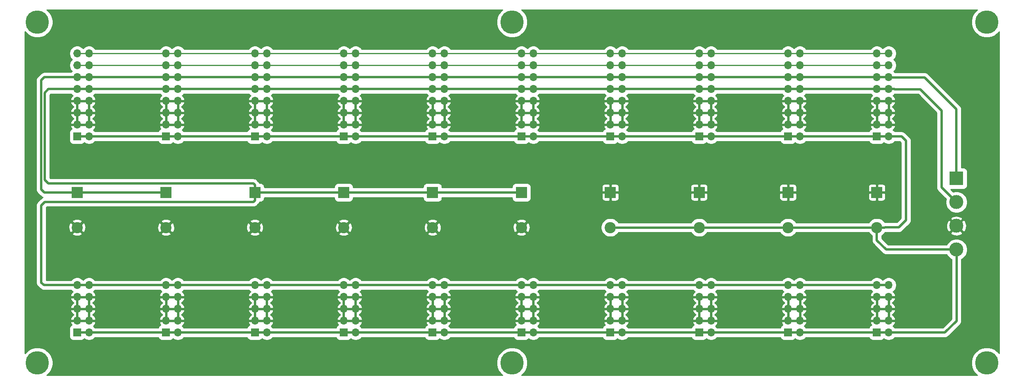
<source format=gbr>
G04 #@! TF.GenerationSoftware,KiCad,Pcbnew,(5.1.5)-3*
G04 #@! TF.CreationDate,2020-11-25T11:55:06-07:00*
G04 #@! TF.ProjectId,Power_Distribution_THT,506f7765-725f-4446-9973-747269627574,rev?*
G04 #@! TF.SameCoordinates,Original*
G04 #@! TF.FileFunction,Copper,L2,Bot*
G04 #@! TF.FilePolarity,Positive*
%FSLAX46Y46*%
G04 Gerber Fmt 4.6, Leading zero omitted, Abs format (unit mm)*
G04 Created by KiCad (PCBNEW (5.1.5)-3) date 2020-11-25 11:55:06*
%MOMM*%
%LPD*%
G04 APERTURE LIST*
%ADD10C,5.000000*%
%ADD11R,2.400000X2.400000*%
%ADD12C,2.400000*%
%ADD13O,1.700000X1.700000*%
%ADD14R,1.700000X1.700000*%
%ADD15C,3.000000*%
%ADD16R,3.000000X3.000000*%
%ADD17C,0.250000*%
%ADD18C,0.500000*%
%ADD19C,0.254000*%
G04 APERTURE END LIST*
D10*
X3500000Y-74500000D03*
X3500000Y-1500000D03*
X206500000Y-74500000D03*
X206500000Y-1500000D03*
X105000000Y-74500000D03*
X105000000Y-1500000D03*
D11*
X31000000Y-38000000D03*
D12*
X31000000Y-45500000D03*
D13*
X166540000Y-8220000D03*
X164000000Y-8220000D03*
X166540000Y-10760000D03*
X164000000Y-10760000D03*
X166540000Y-13300000D03*
X164000000Y-13300000D03*
X166540000Y-15840000D03*
X164000000Y-15840000D03*
X166540000Y-18380000D03*
X164000000Y-18380000D03*
X166540000Y-20920000D03*
X164000000Y-20920000D03*
X166540000Y-23460000D03*
X164000000Y-23460000D03*
X166540000Y-26000000D03*
D14*
X164000000Y-26000000D03*
D13*
X14540000Y-8220000D03*
X12000000Y-8220000D03*
X14540000Y-10760000D03*
X12000000Y-10760000D03*
X14540000Y-13300000D03*
X12000000Y-13300000D03*
X14540000Y-15840000D03*
X12000000Y-15840000D03*
X14540000Y-18380000D03*
X12000000Y-18380000D03*
X14540000Y-20920000D03*
X12000000Y-20920000D03*
X14540000Y-23460000D03*
X12000000Y-23460000D03*
X14540000Y-26000000D03*
D14*
X12000000Y-26000000D03*
D13*
X33540000Y-8220000D03*
X31000000Y-8220000D03*
X33540000Y-10760000D03*
X31000000Y-10760000D03*
X33540000Y-13300000D03*
X31000000Y-13300000D03*
X33540000Y-15840000D03*
X31000000Y-15840000D03*
X33540000Y-18380000D03*
X31000000Y-18380000D03*
X33540000Y-20920000D03*
X31000000Y-20920000D03*
X33540000Y-23460000D03*
X31000000Y-23460000D03*
X33540000Y-26000000D03*
D14*
X31000000Y-26000000D03*
X50000000Y-26000000D03*
D13*
X52540000Y-26000000D03*
X50000000Y-23460000D03*
X52540000Y-23460000D03*
X50000000Y-20920000D03*
X52540000Y-20920000D03*
X50000000Y-18380000D03*
X52540000Y-18380000D03*
X50000000Y-15840000D03*
X52540000Y-15840000D03*
X50000000Y-13300000D03*
X52540000Y-13300000D03*
X50000000Y-10760000D03*
X52540000Y-10760000D03*
X50000000Y-8220000D03*
X52540000Y-8220000D03*
X71540000Y-8220000D03*
X69000000Y-8220000D03*
X71540000Y-10760000D03*
X69000000Y-10760000D03*
X71540000Y-13300000D03*
X69000000Y-13300000D03*
X71540000Y-15840000D03*
X69000000Y-15840000D03*
X71540000Y-18380000D03*
X69000000Y-18380000D03*
X71540000Y-20920000D03*
X69000000Y-20920000D03*
X71540000Y-23460000D03*
X69000000Y-23460000D03*
X71540000Y-26000000D03*
D14*
X69000000Y-26000000D03*
X88000000Y-26000000D03*
D13*
X90540000Y-26000000D03*
X88000000Y-23460000D03*
X90540000Y-23460000D03*
X88000000Y-20920000D03*
X90540000Y-20920000D03*
X88000000Y-18380000D03*
X90540000Y-18380000D03*
X88000000Y-15840000D03*
X90540000Y-15840000D03*
X88000000Y-13300000D03*
X90540000Y-13300000D03*
X88000000Y-10760000D03*
X90540000Y-10760000D03*
X88000000Y-8220000D03*
X90540000Y-8220000D03*
D14*
X107000000Y-26000000D03*
D13*
X109540000Y-26000000D03*
X107000000Y-23460000D03*
X109540000Y-23460000D03*
X107000000Y-20920000D03*
X109540000Y-20920000D03*
X107000000Y-18380000D03*
X109540000Y-18380000D03*
X107000000Y-15840000D03*
X109540000Y-15840000D03*
X107000000Y-13300000D03*
X109540000Y-13300000D03*
X107000000Y-10760000D03*
X109540000Y-10760000D03*
X107000000Y-8220000D03*
X109540000Y-8220000D03*
X128540000Y-8220000D03*
X126000000Y-8220000D03*
X128540000Y-10760000D03*
X126000000Y-10760000D03*
X128540000Y-13300000D03*
X126000000Y-13300000D03*
X128540000Y-15840000D03*
X126000000Y-15840000D03*
X128540000Y-18380000D03*
X126000000Y-18380000D03*
X128540000Y-20920000D03*
X126000000Y-20920000D03*
X128540000Y-23460000D03*
X126000000Y-23460000D03*
X128540000Y-26000000D03*
D14*
X126000000Y-26000000D03*
X145000000Y-26000000D03*
D13*
X147540000Y-26000000D03*
X145000000Y-23460000D03*
X147540000Y-23460000D03*
X145000000Y-20920000D03*
X147540000Y-20920000D03*
X145000000Y-18380000D03*
X147540000Y-18380000D03*
X145000000Y-15840000D03*
X147540000Y-15840000D03*
X145000000Y-13300000D03*
X147540000Y-13300000D03*
X145000000Y-10760000D03*
X147540000Y-10760000D03*
X145000000Y-8220000D03*
X147540000Y-8220000D03*
D14*
X183000000Y-26000000D03*
D13*
X185540000Y-26000000D03*
X183000000Y-23460000D03*
X185540000Y-23460000D03*
X183000000Y-20920000D03*
X185540000Y-20920000D03*
X183000000Y-18380000D03*
X185540000Y-18380000D03*
X183000000Y-15840000D03*
X185540000Y-15840000D03*
X183000000Y-13300000D03*
X185540000Y-13300000D03*
X183000000Y-10760000D03*
X185540000Y-10760000D03*
X183000000Y-8220000D03*
X185540000Y-8220000D03*
D14*
X12000000Y-68000000D03*
D13*
X14540000Y-68000000D03*
X12000000Y-65460000D03*
X14540000Y-65460000D03*
X12000000Y-62920000D03*
X14540000Y-62920000D03*
X12000000Y-60380000D03*
X14540000Y-60380000D03*
X12000000Y-57840000D03*
X14540000Y-57840000D03*
X33540000Y-57840000D03*
X31000000Y-57840000D03*
X33540000Y-60380000D03*
X31000000Y-60380000D03*
X33540000Y-62920000D03*
X31000000Y-62920000D03*
X33540000Y-65460000D03*
X31000000Y-65460000D03*
X33540000Y-68000000D03*
D14*
X31000000Y-68000000D03*
X50000000Y-68000000D03*
D13*
X52540000Y-68000000D03*
X50000000Y-65460000D03*
X52540000Y-65460000D03*
X50000000Y-62920000D03*
X52540000Y-62920000D03*
X50000000Y-60380000D03*
X52540000Y-60380000D03*
X50000000Y-57840000D03*
X52540000Y-57840000D03*
X71540000Y-57840000D03*
X69000000Y-57840000D03*
X71540000Y-60380000D03*
X69000000Y-60380000D03*
X71540000Y-62920000D03*
X69000000Y-62920000D03*
X71540000Y-65460000D03*
X69000000Y-65460000D03*
X71540000Y-68000000D03*
D14*
X69000000Y-68000000D03*
D13*
X90540000Y-57840000D03*
X88000000Y-57840000D03*
X90540000Y-60380000D03*
X88000000Y-60380000D03*
X90540000Y-62920000D03*
X88000000Y-62920000D03*
X90540000Y-65460000D03*
X88000000Y-65460000D03*
X90540000Y-68000000D03*
D14*
X88000000Y-68000000D03*
D13*
X109540000Y-57840000D03*
X107000000Y-57840000D03*
X109540000Y-60380000D03*
X107000000Y-60380000D03*
X109540000Y-62920000D03*
X107000000Y-62920000D03*
X109540000Y-65460000D03*
X107000000Y-65460000D03*
X109540000Y-68000000D03*
D14*
X107000000Y-68000000D03*
X126000000Y-68000000D03*
D13*
X128540000Y-68000000D03*
X126000000Y-65460000D03*
X128540000Y-65460000D03*
X126000000Y-62920000D03*
X128540000Y-62920000D03*
X126000000Y-60380000D03*
X128540000Y-60380000D03*
X126000000Y-57840000D03*
X128540000Y-57840000D03*
D14*
X145000000Y-68000000D03*
D13*
X147540000Y-68000000D03*
X145000000Y-65460000D03*
X147540000Y-65460000D03*
X145000000Y-62920000D03*
X147540000Y-62920000D03*
X145000000Y-60380000D03*
X147540000Y-60380000D03*
X145000000Y-57840000D03*
X147540000Y-57840000D03*
X166540000Y-57840000D03*
X164000000Y-57840000D03*
X166540000Y-60380000D03*
X164000000Y-60380000D03*
X166540000Y-62920000D03*
X164000000Y-62920000D03*
X166540000Y-65460000D03*
X164000000Y-65460000D03*
X166540000Y-68000000D03*
D14*
X164000000Y-68000000D03*
X183000000Y-68000000D03*
D13*
X185540000Y-68000000D03*
X183000000Y-65460000D03*
X185540000Y-65460000D03*
X183000000Y-62920000D03*
X185540000Y-62920000D03*
X183000000Y-60380000D03*
X185540000Y-60380000D03*
X183000000Y-57840000D03*
X185540000Y-57840000D03*
D12*
X12000000Y-45500000D03*
D11*
X12000000Y-38000000D03*
D12*
X69000000Y-45500000D03*
D11*
X69000000Y-38000000D03*
D12*
X50000000Y-45500000D03*
D11*
X50000000Y-38000000D03*
X145000000Y-38000000D03*
D12*
X145000000Y-45500000D03*
D11*
X126000000Y-38000000D03*
D12*
X126000000Y-45500000D03*
X88000000Y-45500000D03*
D11*
X88000000Y-38000000D03*
D12*
X107000000Y-45500000D03*
D11*
X107000000Y-38000000D03*
X164000000Y-38000000D03*
D12*
X164000000Y-45500000D03*
X183000000Y-45500000D03*
D11*
X183000000Y-38000000D03*
D15*
X200000000Y-50240000D03*
D16*
X200000000Y-35000000D03*
D15*
X200000000Y-45160000D03*
X200000000Y-40080000D03*
D17*
X13202081Y-8220000D02*
X14540000Y-8220000D01*
X12000000Y-8220000D02*
X13202081Y-8220000D01*
X15742081Y-8220000D02*
X31000000Y-8220000D01*
X14540000Y-8220000D02*
X15742081Y-8220000D01*
X32202081Y-8220000D02*
X33540000Y-8220000D01*
X31000000Y-8220000D02*
X32202081Y-8220000D01*
X33540000Y-8220000D02*
X50000000Y-8220000D01*
X50000000Y-8220000D02*
X52540000Y-8220000D01*
X52540000Y-8220000D02*
X69000000Y-8220000D01*
X70202081Y-8220000D02*
X71540000Y-8220000D01*
X69000000Y-8220000D02*
X70202081Y-8220000D01*
X71540000Y-8220000D02*
X88000000Y-8220000D01*
X89202081Y-8220000D02*
X90540000Y-8220000D01*
X88000000Y-8220000D02*
X89202081Y-8220000D01*
X90540000Y-8220000D02*
X107000000Y-8220000D01*
X108202081Y-8220000D02*
X109540000Y-8220000D01*
X107000000Y-8220000D02*
X108202081Y-8220000D01*
X110742081Y-8220000D02*
X126000000Y-8220000D01*
X109540000Y-8220000D02*
X110742081Y-8220000D01*
X126000000Y-8220000D02*
X128540000Y-8220000D01*
X128540000Y-8220000D02*
X145000000Y-8220000D01*
X145000000Y-8220000D02*
X147540000Y-8220000D01*
X147540000Y-8220000D02*
X164000000Y-8220000D01*
X165202081Y-8220000D02*
X166540000Y-8220000D01*
X164000000Y-8220000D02*
X165202081Y-8220000D01*
X167742081Y-8220000D02*
X183000000Y-8220000D01*
X166540000Y-8220000D02*
X167742081Y-8220000D01*
X183000000Y-8220000D02*
X185540000Y-8220000D01*
X13202081Y-10760000D02*
X14540000Y-10760000D01*
X12000000Y-10760000D02*
X13202081Y-10760000D01*
X14540000Y-10760000D02*
X31000000Y-10760000D01*
X32202081Y-10760000D02*
X33540000Y-10760000D01*
X31000000Y-10760000D02*
X32202081Y-10760000D01*
X33540000Y-10760000D02*
X50000000Y-10760000D01*
X50000000Y-10760000D02*
X52540000Y-10760000D01*
X52540000Y-10760000D02*
X69000000Y-10760000D01*
X70202081Y-10760000D02*
X71540000Y-10760000D01*
X69000000Y-10760000D02*
X70202081Y-10760000D01*
X72742081Y-10760000D02*
X88000000Y-10760000D01*
X71540000Y-10760000D02*
X72742081Y-10760000D01*
X88000000Y-10760000D02*
X90540000Y-10760000D01*
X90540000Y-10760000D02*
X107000000Y-10760000D01*
X108202081Y-10760000D02*
X109540000Y-10760000D01*
X107000000Y-10760000D02*
X108202081Y-10760000D01*
X110742081Y-10760000D02*
X126000000Y-10760000D01*
X109540000Y-10760000D02*
X110742081Y-10760000D01*
X126000000Y-10760000D02*
X128540000Y-10760000D01*
X129742081Y-10760000D02*
X145000000Y-10760000D01*
X128540000Y-10760000D02*
X129742081Y-10760000D01*
X145000000Y-10760000D02*
X147540000Y-10760000D01*
X147540000Y-10760000D02*
X164000000Y-10760000D01*
X165202081Y-10760000D02*
X166540000Y-10760000D01*
X164000000Y-10760000D02*
X165202081Y-10760000D01*
X166540000Y-10760000D02*
X183000000Y-10760000D01*
X184202081Y-10760000D02*
X185540000Y-10760000D01*
X183000000Y-10760000D02*
X184202081Y-10760000D01*
D18*
X52540000Y-13300000D02*
X50000000Y-13300000D01*
X48797919Y-13300000D02*
X33540000Y-13300000D01*
X50000000Y-13300000D02*
X48797919Y-13300000D01*
X33540000Y-13300000D02*
X31000000Y-13300000D01*
X31000000Y-13300000D02*
X14540000Y-13300000D01*
X14540000Y-13300000D02*
X12000000Y-13300000D01*
X52540000Y-13300000D02*
X69000000Y-13300000D01*
X69000000Y-13300000D02*
X71540000Y-13300000D01*
X72742081Y-13300000D02*
X88000000Y-13300000D01*
X71540000Y-13300000D02*
X72742081Y-13300000D01*
X88000000Y-13300000D02*
X90540000Y-13300000D01*
X90540000Y-13300000D02*
X107000000Y-13300000D01*
X107000000Y-13300000D02*
X109540000Y-13300000D01*
X110742081Y-13300000D02*
X126000000Y-13300000D01*
X109540000Y-13300000D02*
X110742081Y-13300000D01*
X126000000Y-13300000D02*
X128540000Y-13300000D01*
X128540000Y-13300000D02*
X145000000Y-13300000D01*
X145000000Y-13300000D02*
X147540000Y-13300000D01*
X147540000Y-13300000D02*
X164000000Y-13300000D01*
X164000000Y-13300000D02*
X166540000Y-13300000D01*
X166540000Y-13300000D02*
X183000000Y-13300000D01*
X183000000Y-13300000D02*
X185540000Y-13300000D01*
X29300000Y-38000000D02*
X12000000Y-38000000D01*
X31000000Y-38000000D02*
X29300000Y-38000000D01*
X200000000Y-20168000D02*
X200000000Y-35000000D01*
X185540000Y-13300000D02*
X185575000Y-13335000D01*
X193167000Y-13335000D02*
X200000000Y-20168000D01*
X185575000Y-13335000D02*
X193167000Y-13335000D01*
X4988000Y-13300000D02*
X12000000Y-13300000D01*
X4318000Y-13970000D02*
X4988000Y-13300000D01*
X4318000Y-37338000D02*
X4318000Y-13970000D01*
X12000000Y-38000000D02*
X4980000Y-38000000D01*
X4980000Y-38000000D02*
X4318000Y-37338000D01*
X12000000Y-15840000D02*
X14540000Y-15840000D01*
X14540000Y-15840000D02*
X31000000Y-15840000D01*
X31000000Y-15840000D02*
X33540000Y-15840000D01*
X34742081Y-15840000D02*
X50000000Y-15840000D01*
X33540000Y-15840000D02*
X34742081Y-15840000D01*
X50000000Y-15840000D02*
X52540000Y-15840000D01*
X52540000Y-15840000D02*
X69000000Y-15840000D01*
X69000000Y-15840000D02*
X71540000Y-15840000D01*
X72742081Y-15840000D02*
X88000000Y-15840000D01*
X71540000Y-15840000D02*
X72742081Y-15840000D01*
X88000000Y-15840000D02*
X90540000Y-15840000D01*
X12000000Y-57840000D02*
X14540000Y-57840000D01*
X15742081Y-57840000D02*
X31000000Y-57840000D01*
X14540000Y-57840000D02*
X15742081Y-57840000D01*
X31000000Y-57840000D02*
X33540000Y-57840000D01*
X33540000Y-57840000D02*
X50000000Y-57840000D01*
X50000000Y-57840000D02*
X52540000Y-57840000D01*
X88000000Y-57840000D02*
X90540000Y-57840000D01*
X90540000Y-57840000D02*
X107000000Y-57840000D01*
X107000000Y-57840000D02*
X109540000Y-57840000D01*
X52540000Y-57840000D02*
X69000000Y-57840000D01*
X69000000Y-57840000D02*
X71540000Y-57840000D01*
X72742081Y-57840000D02*
X88000000Y-57840000D01*
X71540000Y-57840000D02*
X72742081Y-57840000D01*
X110742081Y-57840000D02*
X126000000Y-57840000D01*
X109540000Y-57840000D02*
X110742081Y-57840000D01*
X126000000Y-57840000D02*
X128540000Y-57840000D01*
X128540000Y-57840000D02*
X145000000Y-57840000D01*
X145000000Y-57840000D02*
X147540000Y-57840000D01*
X147540000Y-57840000D02*
X164000000Y-57840000D01*
X164000000Y-57840000D02*
X166540000Y-57840000D01*
X166540000Y-57840000D02*
X183000000Y-57840000D01*
X183000000Y-57840000D02*
X185540000Y-57840000D01*
X90540000Y-15840000D02*
X107000000Y-15840000D01*
X107000000Y-15840000D02*
X109540000Y-15840000D01*
X109540000Y-15840000D02*
X126000000Y-15840000D01*
X126000000Y-15840000D02*
X128540000Y-15840000D01*
X128540000Y-15840000D02*
X145000000Y-15840000D01*
X145000000Y-15840000D02*
X147540000Y-15840000D01*
X147540000Y-15840000D02*
X164000000Y-15840000D01*
X164000000Y-15840000D02*
X166540000Y-15840000D01*
X167742081Y-15840000D02*
X183000000Y-15840000D01*
X166540000Y-15840000D02*
X167742081Y-15840000D01*
X183000000Y-15840000D02*
X185540000Y-15840000D01*
X50000000Y-38000000D02*
X69000000Y-38000000D01*
X70700000Y-38000000D02*
X88000000Y-38000000D01*
X69000000Y-38000000D02*
X70700000Y-38000000D01*
X89700000Y-38000000D02*
X107000000Y-38000000D01*
X88000000Y-38000000D02*
X89700000Y-38000000D01*
X186742081Y-15840000D02*
X186777081Y-15875000D01*
X185540000Y-15840000D02*
X186742081Y-15840000D01*
X186777081Y-15875000D02*
X192278000Y-15875000D01*
X192278000Y-15875000D02*
X196850000Y-20447000D01*
X196850000Y-36930000D02*
X200000000Y-40080000D01*
X196850000Y-20447000D02*
X196850000Y-36930000D01*
X50000000Y-36411000D02*
X50000000Y-38000000D01*
X49657000Y-36068000D02*
X50000000Y-36411000D01*
X12000000Y-15840000D02*
X5877000Y-15840000D01*
X5080000Y-16637000D02*
X5080000Y-35306000D01*
X5842000Y-36068000D02*
X49657000Y-36068000D01*
X5877000Y-15840000D02*
X5080000Y-16637000D01*
X5080000Y-35306000D02*
X5842000Y-36068000D01*
X49695000Y-40005000D02*
X50000000Y-39700000D01*
X4318000Y-57277000D02*
X4318000Y-40767000D01*
X5080000Y-40005000D02*
X49695000Y-40005000D01*
X50000000Y-39700000D02*
X50000000Y-38000000D01*
X4881000Y-57840000D02*
X4318000Y-57277000D01*
X12000000Y-57840000D02*
X4881000Y-57840000D01*
X4318000Y-40767000D02*
X5080000Y-40005000D01*
X12000000Y-26000000D02*
X14540000Y-26000000D01*
X14540000Y-26000000D02*
X31000000Y-26000000D01*
X31000000Y-26000000D02*
X33540000Y-26000000D01*
X33540000Y-26000000D02*
X50000000Y-26000000D01*
X50000000Y-26000000D02*
X52540000Y-26000000D01*
X53742081Y-26000000D02*
X69000000Y-26000000D01*
X52540000Y-26000000D02*
X53742081Y-26000000D01*
X69000000Y-26000000D02*
X71540000Y-26000000D01*
X72742081Y-26000000D02*
X88000000Y-26000000D01*
X71540000Y-26000000D02*
X72742081Y-26000000D01*
X88000000Y-26000000D02*
X90540000Y-26000000D01*
X12000000Y-68000000D02*
X14540000Y-68000000D01*
X14540000Y-68000000D02*
X31000000Y-68000000D01*
X31000000Y-68000000D02*
X33540000Y-68000000D01*
X33540000Y-68000000D02*
X50000000Y-68000000D01*
X50000000Y-68000000D02*
X52540000Y-68000000D01*
X52540000Y-68000000D02*
X69000000Y-68000000D01*
X69000000Y-68000000D02*
X71540000Y-68000000D01*
X71540000Y-68000000D02*
X88000000Y-68000000D01*
X88000000Y-68000000D02*
X90540000Y-68000000D01*
X90540000Y-68000000D02*
X107000000Y-68000000D01*
X107000000Y-68000000D02*
X109540000Y-68000000D01*
X109540000Y-68000000D02*
X126000000Y-68000000D01*
X126000000Y-68000000D02*
X128540000Y-68000000D01*
X128540000Y-68000000D02*
X145000000Y-68000000D01*
X145000000Y-68000000D02*
X147540000Y-68000000D01*
X147540000Y-68000000D02*
X164000000Y-68000000D01*
X164000000Y-68000000D02*
X166540000Y-68000000D01*
X167742081Y-68000000D02*
X183000000Y-68000000D01*
X166540000Y-68000000D02*
X167742081Y-68000000D01*
X183000000Y-68000000D02*
X185540000Y-68000000D01*
X90540000Y-26000000D02*
X107000000Y-26000000D01*
X107000000Y-26000000D02*
X109540000Y-26000000D01*
X109540000Y-26000000D02*
X126000000Y-26000000D01*
X126000000Y-26000000D02*
X128540000Y-26000000D01*
X128540000Y-26000000D02*
X145000000Y-26000000D01*
X145000000Y-26000000D02*
X147540000Y-26000000D01*
X147540000Y-26000000D02*
X164000000Y-26000000D01*
X164000000Y-26000000D02*
X166540000Y-26000000D01*
X166540000Y-26000000D02*
X183000000Y-26000000D01*
X183000000Y-26000000D02*
X185540000Y-26000000D01*
X126000000Y-45500000D02*
X145000000Y-45500000D01*
X146697056Y-45500000D02*
X164000000Y-45500000D01*
X145000000Y-45500000D02*
X146697056Y-45500000D01*
X164000000Y-45500000D02*
X183000000Y-45500000D01*
X188306000Y-26000000D02*
X185540000Y-26000000D01*
X189230000Y-26924000D02*
X188306000Y-26000000D01*
X184697056Y-45500000D02*
X184731056Y-45466000D01*
X183000000Y-45500000D02*
X184697056Y-45500000D01*
X184731056Y-45466000D02*
X187706000Y-45466000D01*
X187706000Y-45466000D02*
X189230000Y-43942000D01*
X189230000Y-43942000D02*
X189230000Y-26924000D01*
X200025000Y-50265000D02*
X200000000Y-50240000D01*
X200025000Y-65532000D02*
X200025000Y-50265000D01*
X185540000Y-68000000D02*
X197557000Y-68000000D01*
X197557000Y-68000000D02*
X200025000Y-65532000D01*
X197878680Y-50240000D02*
X200000000Y-50240000D01*
X184987000Y-50240000D02*
X197878680Y-50240000D01*
X183000000Y-45500000D02*
X183000000Y-48253000D01*
X183000000Y-48253000D02*
X184987000Y-50240000D01*
D19*
G36*
X102879161Y1084250D02*
G01*
X102415750Y620839D01*
X102051651Y75925D01*
X101800855Y-529550D01*
X101673000Y-1172319D01*
X101673000Y-1827681D01*
X101800855Y-2470450D01*
X102051651Y-3075925D01*
X102415750Y-3620839D01*
X102879161Y-4084250D01*
X103424075Y-4448349D01*
X104029550Y-4699145D01*
X104672319Y-4827000D01*
X105327681Y-4827000D01*
X105970450Y-4699145D01*
X106575925Y-4448349D01*
X107120839Y-4084250D01*
X107584250Y-3620839D01*
X107948349Y-3075925D01*
X108199145Y-2470450D01*
X108327000Y-1827681D01*
X108327000Y-1172319D01*
X108199145Y-529550D01*
X107948349Y75925D01*
X107584250Y620839D01*
X107120839Y1084250D01*
X107025430Y1148000D01*
X204474570Y1148000D01*
X204379161Y1084250D01*
X203915750Y620839D01*
X203551651Y75925D01*
X203300855Y-529550D01*
X203173000Y-1172319D01*
X203173000Y-1827681D01*
X203300855Y-2470450D01*
X203551651Y-3075925D01*
X203915750Y-3620839D01*
X204379161Y-4084250D01*
X204924075Y-4448349D01*
X205529550Y-4699145D01*
X206172319Y-4827000D01*
X206827681Y-4827000D01*
X207470450Y-4699145D01*
X208075925Y-4448349D01*
X208620839Y-4084250D01*
X209084250Y-3620839D01*
X209148001Y-3525429D01*
X209148000Y-72474570D01*
X209084250Y-72379161D01*
X208620839Y-71915750D01*
X208075925Y-71551651D01*
X207470450Y-71300855D01*
X206827681Y-71173000D01*
X206172319Y-71173000D01*
X205529550Y-71300855D01*
X204924075Y-71551651D01*
X204379161Y-71915750D01*
X203915750Y-72379161D01*
X203551651Y-72924075D01*
X203300855Y-73529550D01*
X203173000Y-74172319D01*
X203173000Y-74827681D01*
X203300855Y-75470450D01*
X203551651Y-76075925D01*
X203915750Y-76620839D01*
X204379161Y-77084250D01*
X204474570Y-77148000D01*
X107025430Y-77148000D01*
X107120839Y-77084250D01*
X107584250Y-76620839D01*
X107948349Y-76075925D01*
X108199145Y-75470450D01*
X108327000Y-74827681D01*
X108327000Y-74172319D01*
X108199145Y-73529550D01*
X107948349Y-72924075D01*
X107584250Y-72379161D01*
X107120839Y-71915750D01*
X106575925Y-71551651D01*
X105970450Y-71300855D01*
X105327681Y-71173000D01*
X104672319Y-71173000D01*
X104029550Y-71300855D01*
X103424075Y-71551651D01*
X102879161Y-71915750D01*
X102415750Y-72379161D01*
X102051651Y-72924075D01*
X101800855Y-73529550D01*
X101673000Y-74172319D01*
X101673000Y-74827681D01*
X101800855Y-75470450D01*
X102051651Y-76075925D01*
X102415750Y-76620839D01*
X102879161Y-77084250D01*
X102974570Y-77148000D01*
X5525430Y-77148000D01*
X5620839Y-77084250D01*
X6084250Y-76620839D01*
X6448349Y-76075925D01*
X6699145Y-75470450D01*
X6827000Y-74827681D01*
X6827000Y-74172319D01*
X6699145Y-73529550D01*
X6448349Y-72924075D01*
X6084250Y-72379161D01*
X5620839Y-71915750D01*
X5075925Y-71551651D01*
X4470450Y-71300855D01*
X3827681Y-71173000D01*
X3172319Y-71173000D01*
X2529550Y-71300855D01*
X1924075Y-71551651D01*
X1379161Y-71915750D01*
X915750Y-72379161D01*
X852000Y-72474570D01*
X852000Y-63276890D01*
X10558524Y-63276890D01*
X10603175Y-63424099D01*
X10728359Y-63686920D01*
X10902412Y-63920269D01*
X11118645Y-64115178D01*
X11244255Y-64190000D01*
X11118645Y-64264822D01*
X10902412Y-64459731D01*
X10728359Y-64693080D01*
X10603175Y-64955901D01*
X10558524Y-65103110D01*
X10679845Y-65333000D01*
X11873000Y-65333000D01*
X11873000Y-63047000D01*
X12127000Y-63047000D01*
X12127000Y-65333000D01*
X14413000Y-65333000D01*
X14413000Y-63047000D01*
X14667000Y-63047000D01*
X14667000Y-65333000D01*
X15860155Y-65333000D01*
X15981476Y-65103110D01*
X15936825Y-64955901D01*
X15811641Y-64693080D01*
X15637588Y-64459731D01*
X15421355Y-64264822D01*
X15295745Y-64190000D01*
X15421355Y-64115178D01*
X15637588Y-63920269D01*
X15811641Y-63686920D01*
X15936825Y-63424099D01*
X15981476Y-63276890D01*
X29558524Y-63276890D01*
X29603175Y-63424099D01*
X29728359Y-63686920D01*
X29902412Y-63920269D01*
X30118645Y-64115178D01*
X30244255Y-64190000D01*
X30118645Y-64264822D01*
X29902412Y-64459731D01*
X29728359Y-64693080D01*
X29603175Y-64955901D01*
X29558524Y-65103110D01*
X29679845Y-65333000D01*
X30873000Y-65333000D01*
X30873000Y-63047000D01*
X31127000Y-63047000D01*
X31127000Y-65333000D01*
X33413000Y-65333000D01*
X33413000Y-63047000D01*
X33667000Y-63047000D01*
X33667000Y-65333000D01*
X34860155Y-65333000D01*
X34981476Y-65103110D01*
X34936825Y-64955901D01*
X34811641Y-64693080D01*
X34637588Y-64459731D01*
X34421355Y-64264822D01*
X34295745Y-64190000D01*
X34421355Y-64115178D01*
X34637588Y-63920269D01*
X34811641Y-63686920D01*
X34936825Y-63424099D01*
X34981476Y-63276890D01*
X48558524Y-63276890D01*
X48603175Y-63424099D01*
X48728359Y-63686920D01*
X48902412Y-63920269D01*
X49118645Y-64115178D01*
X49244255Y-64190000D01*
X49118645Y-64264822D01*
X48902412Y-64459731D01*
X48728359Y-64693080D01*
X48603175Y-64955901D01*
X48558524Y-65103110D01*
X48679845Y-65333000D01*
X49873000Y-65333000D01*
X49873000Y-63047000D01*
X50127000Y-63047000D01*
X50127000Y-65333000D01*
X52413000Y-65333000D01*
X52413000Y-63047000D01*
X52667000Y-63047000D01*
X52667000Y-65333000D01*
X53860155Y-65333000D01*
X53981476Y-65103110D01*
X53936825Y-64955901D01*
X53811641Y-64693080D01*
X53637588Y-64459731D01*
X53421355Y-64264822D01*
X53295745Y-64190000D01*
X53421355Y-64115178D01*
X53637588Y-63920269D01*
X53811641Y-63686920D01*
X53936825Y-63424099D01*
X53981476Y-63276890D01*
X67558524Y-63276890D01*
X67603175Y-63424099D01*
X67728359Y-63686920D01*
X67902412Y-63920269D01*
X68118645Y-64115178D01*
X68244255Y-64190000D01*
X68118645Y-64264822D01*
X67902412Y-64459731D01*
X67728359Y-64693080D01*
X67603175Y-64955901D01*
X67558524Y-65103110D01*
X67679845Y-65333000D01*
X68873000Y-65333000D01*
X68873000Y-63047000D01*
X69127000Y-63047000D01*
X69127000Y-65333000D01*
X71413000Y-65333000D01*
X71413000Y-63047000D01*
X71667000Y-63047000D01*
X71667000Y-65333000D01*
X72860155Y-65333000D01*
X72981476Y-65103110D01*
X72936825Y-64955901D01*
X72811641Y-64693080D01*
X72637588Y-64459731D01*
X72421355Y-64264822D01*
X72295745Y-64190000D01*
X72421355Y-64115178D01*
X72637588Y-63920269D01*
X72811641Y-63686920D01*
X72936825Y-63424099D01*
X72981476Y-63276890D01*
X86558524Y-63276890D01*
X86603175Y-63424099D01*
X86728359Y-63686920D01*
X86902412Y-63920269D01*
X87118645Y-64115178D01*
X87244255Y-64190000D01*
X87118645Y-64264822D01*
X86902412Y-64459731D01*
X86728359Y-64693080D01*
X86603175Y-64955901D01*
X86558524Y-65103110D01*
X86679845Y-65333000D01*
X87873000Y-65333000D01*
X87873000Y-63047000D01*
X88127000Y-63047000D01*
X88127000Y-65333000D01*
X90413000Y-65333000D01*
X90413000Y-63047000D01*
X90667000Y-63047000D01*
X90667000Y-65333000D01*
X91860155Y-65333000D01*
X91981476Y-65103110D01*
X91936825Y-64955901D01*
X91811641Y-64693080D01*
X91637588Y-64459731D01*
X91421355Y-64264822D01*
X91295745Y-64190000D01*
X91421355Y-64115178D01*
X91637588Y-63920269D01*
X91811641Y-63686920D01*
X91936825Y-63424099D01*
X91981476Y-63276890D01*
X105558524Y-63276890D01*
X105603175Y-63424099D01*
X105728359Y-63686920D01*
X105902412Y-63920269D01*
X106118645Y-64115178D01*
X106244255Y-64190000D01*
X106118645Y-64264822D01*
X105902412Y-64459731D01*
X105728359Y-64693080D01*
X105603175Y-64955901D01*
X105558524Y-65103110D01*
X105679845Y-65333000D01*
X106873000Y-65333000D01*
X106873000Y-63047000D01*
X107127000Y-63047000D01*
X107127000Y-65333000D01*
X109413000Y-65333000D01*
X109413000Y-63047000D01*
X109667000Y-63047000D01*
X109667000Y-65333000D01*
X110860155Y-65333000D01*
X110981476Y-65103110D01*
X110936825Y-64955901D01*
X110811641Y-64693080D01*
X110637588Y-64459731D01*
X110421355Y-64264822D01*
X110295745Y-64190000D01*
X110421355Y-64115178D01*
X110637588Y-63920269D01*
X110811641Y-63686920D01*
X110936825Y-63424099D01*
X110981476Y-63276890D01*
X124558524Y-63276890D01*
X124603175Y-63424099D01*
X124728359Y-63686920D01*
X124902412Y-63920269D01*
X125118645Y-64115178D01*
X125244255Y-64190000D01*
X125118645Y-64264822D01*
X124902412Y-64459731D01*
X124728359Y-64693080D01*
X124603175Y-64955901D01*
X124558524Y-65103110D01*
X124679845Y-65333000D01*
X125873000Y-65333000D01*
X125873000Y-63047000D01*
X126127000Y-63047000D01*
X126127000Y-65333000D01*
X128413000Y-65333000D01*
X128413000Y-63047000D01*
X128667000Y-63047000D01*
X128667000Y-65333000D01*
X129860155Y-65333000D01*
X129981476Y-65103110D01*
X129936825Y-64955901D01*
X129811641Y-64693080D01*
X129637588Y-64459731D01*
X129421355Y-64264822D01*
X129295745Y-64190000D01*
X129421355Y-64115178D01*
X129637588Y-63920269D01*
X129811641Y-63686920D01*
X129936825Y-63424099D01*
X129981476Y-63276890D01*
X143558524Y-63276890D01*
X143603175Y-63424099D01*
X143728359Y-63686920D01*
X143902412Y-63920269D01*
X144118645Y-64115178D01*
X144244255Y-64190000D01*
X144118645Y-64264822D01*
X143902412Y-64459731D01*
X143728359Y-64693080D01*
X143603175Y-64955901D01*
X143558524Y-65103110D01*
X143679845Y-65333000D01*
X144873000Y-65333000D01*
X144873000Y-63047000D01*
X145127000Y-63047000D01*
X145127000Y-65333000D01*
X147413000Y-65333000D01*
X147413000Y-63047000D01*
X147667000Y-63047000D01*
X147667000Y-65333000D01*
X148860155Y-65333000D01*
X148981476Y-65103110D01*
X148936825Y-64955901D01*
X148811641Y-64693080D01*
X148637588Y-64459731D01*
X148421355Y-64264822D01*
X148295745Y-64190000D01*
X148421355Y-64115178D01*
X148637588Y-63920269D01*
X148811641Y-63686920D01*
X148936825Y-63424099D01*
X148981476Y-63276890D01*
X162558524Y-63276890D01*
X162603175Y-63424099D01*
X162728359Y-63686920D01*
X162902412Y-63920269D01*
X163118645Y-64115178D01*
X163244255Y-64190000D01*
X163118645Y-64264822D01*
X162902412Y-64459731D01*
X162728359Y-64693080D01*
X162603175Y-64955901D01*
X162558524Y-65103110D01*
X162679845Y-65333000D01*
X163873000Y-65333000D01*
X163873000Y-63047000D01*
X164127000Y-63047000D01*
X164127000Y-65333000D01*
X166413000Y-65333000D01*
X166413000Y-63047000D01*
X166667000Y-63047000D01*
X166667000Y-65333000D01*
X167860155Y-65333000D01*
X167981476Y-65103110D01*
X167936825Y-64955901D01*
X167811641Y-64693080D01*
X167637588Y-64459731D01*
X167421355Y-64264822D01*
X167295745Y-64190000D01*
X167421355Y-64115178D01*
X167637588Y-63920269D01*
X167811641Y-63686920D01*
X167936825Y-63424099D01*
X167981476Y-63276890D01*
X181558524Y-63276890D01*
X181603175Y-63424099D01*
X181728359Y-63686920D01*
X181902412Y-63920269D01*
X182118645Y-64115178D01*
X182244255Y-64190000D01*
X182118645Y-64264822D01*
X181902412Y-64459731D01*
X181728359Y-64693080D01*
X181603175Y-64955901D01*
X181558524Y-65103110D01*
X181679845Y-65333000D01*
X182873000Y-65333000D01*
X182873000Y-63047000D01*
X183127000Y-63047000D01*
X183127000Y-65333000D01*
X185413000Y-65333000D01*
X185413000Y-63047000D01*
X185667000Y-63047000D01*
X185667000Y-65333000D01*
X186860155Y-65333000D01*
X186981476Y-65103110D01*
X186936825Y-64955901D01*
X186811641Y-64693080D01*
X186637588Y-64459731D01*
X186421355Y-64264822D01*
X186295745Y-64190000D01*
X186421355Y-64115178D01*
X186637588Y-63920269D01*
X186811641Y-63686920D01*
X186936825Y-63424099D01*
X186981476Y-63276890D01*
X186860155Y-63047000D01*
X185667000Y-63047000D01*
X185413000Y-63047000D01*
X183127000Y-63047000D01*
X182873000Y-63047000D01*
X181679845Y-63047000D01*
X181558524Y-63276890D01*
X167981476Y-63276890D01*
X167860155Y-63047000D01*
X166667000Y-63047000D01*
X166413000Y-63047000D01*
X164127000Y-63047000D01*
X163873000Y-63047000D01*
X162679845Y-63047000D01*
X162558524Y-63276890D01*
X148981476Y-63276890D01*
X148860155Y-63047000D01*
X147667000Y-63047000D01*
X147413000Y-63047000D01*
X145127000Y-63047000D01*
X144873000Y-63047000D01*
X143679845Y-63047000D01*
X143558524Y-63276890D01*
X129981476Y-63276890D01*
X129860155Y-63047000D01*
X128667000Y-63047000D01*
X128413000Y-63047000D01*
X126127000Y-63047000D01*
X125873000Y-63047000D01*
X124679845Y-63047000D01*
X124558524Y-63276890D01*
X110981476Y-63276890D01*
X110860155Y-63047000D01*
X109667000Y-63047000D01*
X109413000Y-63047000D01*
X107127000Y-63047000D01*
X106873000Y-63047000D01*
X105679845Y-63047000D01*
X105558524Y-63276890D01*
X91981476Y-63276890D01*
X91860155Y-63047000D01*
X90667000Y-63047000D01*
X90413000Y-63047000D01*
X88127000Y-63047000D01*
X87873000Y-63047000D01*
X86679845Y-63047000D01*
X86558524Y-63276890D01*
X72981476Y-63276890D01*
X72860155Y-63047000D01*
X71667000Y-63047000D01*
X71413000Y-63047000D01*
X69127000Y-63047000D01*
X68873000Y-63047000D01*
X67679845Y-63047000D01*
X67558524Y-63276890D01*
X53981476Y-63276890D01*
X53860155Y-63047000D01*
X52667000Y-63047000D01*
X52413000Y-63047000D01*
X50127000Y-63047000D01*
X49873000Y-63047000D01*
X48679845Y-63047000D01*
X48558524Y-63276890D01*
X34981476Y-63276890D01*
X34860155Y-63047000D01*
X33667000Y-63047000D01*
X33413000Y-63047000D01*
X31127000Y-63047000D01*
X30873000Y-63047000D01*
X29679845Y-63047000D01*
X29558524Y-63276890D01*
X15981476Y-63276890D01*
X15860155Y-63047000D01*
X14667000Y-63047000D01*
X14413000Y-63047000D01*
X12127000Y-63047000D01*
X11873000Y-63047000D01*
X10679845Y-63047000D01*
X10558524Y-63276890D01*
X852000Y-63276890D01*
X852000Y-60736890D01*
X10558524Y-60736890D01*
X10603175Y-60884099D01*
X10728359Y-61146920D01*
X10902412Y-61380269D01*
X11118645Y-61575178D01*
X11244255Y-61650000D01*
X11118645Y-61724822D01*
X10902412Y-61919731D01*
X10728359Y-62153080D01*
X10603175Y-62415901D01*
X10558524Y-62563110D01*
X10679845Y-62793000D01*
X11873000Y-62793000D01*
X11873000Y-60507000D01*
X12127000Y-60507000D01*
X12127000Y-62793000D01*
X14413000Y-62793000D01*
X14413000Y-60507000D01*
X14667000Y-60507000D01*
X14667000Y-62793000D01*
X15860155Y-62793000D01*
X15981476Y-62563110D01*
X15936825Y-62415901D01*
X15811641Y-62153080D01*
X15637588Y-61919731D01*
X15421355Y-61724822D01*
X15295745Y-61650000D01*
X15421355Y-61575178D01*
X15637588Y-61380269D01*
X15811641Y-61146920D01*
X15936825Y-60884099D01*
X15981476Y-60736890D01*
X29558524Y-60736890D01*
X29603175Y-60884099D01*
X29728359Y-61146920D01*
X29902412Y-61380269D01*
X30118645Y-61575178D01*
X30244255Y-61650000D01*
X30118645Y-61724822D01*
X29902412Y-61919731D01*
X29728359Y-62153080D01*
X29603175Y-62415901D01*
X29558524Y-62563110D01*
X29679845Y-62793000D01*
X30873000Y-62793000D01*
X30873000Y-60507000D01*
X31127000Y-60507000D01*
X31127000Y-62793000D01*
X33413000Y-62793000D01*
X33413000Y-60507000D01*
X33667000Y-60507000D01*
X33667000Y-62793000D01*
X34860155Y-62793000D01*
X34981476Y-62563110D01*
X34936825Y-62415901D01*
X34811641Y-62153080D01*
X34637588Y-61919731D01*
X34421355Y-61724822D01*
X34295745Y-61650000D01*
X34421355Y-61575178D01*
X34637588Y-61380269D01*
X34811641Y-61146920D01*
X34936825Y-60884099D01*
X34981476Y-60736890D01*
X48558524Y-60736890D01*
X48603175Y-60884099D01*
X48728359Y-61146920D01*
X48902412Y-61380269D01*
X49118645Y-61575178D01*
X49244255Y-61650000D01*
X49118645Y-61724822D01*
X48902412Y-61919731D01*
X48728359Y-62153080D01*
X48603175Y-62415901D01*
X48558524Y-62563110D01*
X48679845Y-62793000D01*
X49873000Y-62793000D01*
X49873000Y-60507000D01*
X50127000Y-60507000D01*
X50127000Y-62793000D01*
X52413000Y-62793000D01*
X52413000Y-60507000D01*
X52667000Y-60507000D01*
X52667000Y-62793000D01*
X53860155Y-62793000D01*
X53981476Y-62563110D01*
X53936825Y-62415901D01*
X53811641Y-62153080D01*
X53637588Y-61919731D01*
X53421355Y-61724822D01*
X53295745Y-61650000D01*
X53421355Y-61575178D01*
X53637588Y-61380269D01*
X53811641Y-61146920D01*
X53936825Y-60884099D01*
X53981476Y-60736890D01*
X67558524Y-60736890D01*
X67603175Y-60884099D01*
X67728359Y-61146920D01*
X67902412Y-61380269D01*
X68118645Y-61575178D01*
X68244255Y-61650000D01*
X68118645Y-61724822D01*
X67902412Y-61919731D01*
X67728359Y-62153080D01*
X67603175Y-62415901D01*
X67558524Y-62563110D01*
X67679845Y-62793000D01*
X68873000Y-62793000D01*
X68873000Y-60507000D01*
X69127000Y-60507000D01*
X69127000Y-62793000D01*
X71413000Y-62793000D01*
X71413000Y-60507000D01*
X71667000Y-60507000D01*
X71667000Y-62793000D01*
X72860155Y-62793000D01*
X72981476Y-62563110D01*
X72936825Y-62415901D01*
X72811641Y-62153080D01*
X72637588Y-61919731D01*
X72421355Y-61724822D01*
X72295745Y-61650000D01*
X72421355Y-61575178D01*
X72637588Y-61380269D01*
X72811641Y-61146920D01*
X72936825Y-60884099D01*
X72981476Y-60736890D01*
X86558524Y-60736890D01*
X86603175Y-60884099D01*
X86728359Y-61146920D01*
X86902412Y-61380269D01*
X87118645Y-61575178D01*
X87244255Y-61650000D01*
X87118645Y-61724822D01*
X86902412Y-61919731D01*
X86728359Y-62153080D01*
X86603175Y-62415901D01*
X86558524Y-62563110D01*
X86679845Y-62793000D01*
X87873000Y-62793000D01*
X87873000Y-60507000D01*
X88127000Y-60507000D01*
X88127000Y-62793000D01*
X90413000Y-62793000D01*
X90413000Y-60507000D01*
X90667000Y-60507000D01*
X90667000Y-62793000D01*
X91860155Y-62793000D01*
X91981476Y-62563110D01*
X91936825Y-62415901D01*
X91811641Y-62153080D01*
X91637588Y-61919731D01*
X91421355Y-61724822D01*
X91295745Y-61650000D01*
X91421355Y-61575178D01*
X91637588Y-61380269D01*
X91811641Y-61146920D01*
X91936825Y-60884099D01*
X91981476Y-60736890D01*
X105558524Y-60736890D01*
X105603175Y-60884099D01*
X105728359Y-61146920D01*
X105902412Y-61380269D01*
X106118645Y-61575178D01*
X106244255Y-61650000D01*
X106118645Y-61724822D01*
X105902412Y-61919731D01*
X105728359Y-62153080D01*
X105603175Y-62415901D01*
X105558524Y-62563110D01*
X105679845Y-62793000D01*
X106873000Y-62793000D01*
X106873000Y-60507000D01*
X107127000Y-60507000D01*
X107127000Y-62793000D01*
X109413000Y-62793000D01*
X109413000Y-60507000D01*
X109667000Y-60507000D01*
X109667000Y-62793000D01*
X110860155Y-62793000D01*
X110981476Y-62563110D01*
X110936825Y-62415901D01*
X110811641Y-62153080D01*
X110637588Y-61919731D01*
X110421355Y-61724822D01*
X110295745Y-61650000D01*
X110421355Y-61575178D01*
X110637588Y-61380269D01*
X110811641Y-61146920D01*
X110936825Y-60884099D01*
X110981476Y-60736890D01*
X124558524Y-60736890D01*
X124603175Y-60884099D01*
X124728359Y-61146920D01*
X124902412Y-61380269D01*
X125118645Y-61575178D01*
X125244255Y-61650000D01*
X125118645Y-61724822D01*
X124902412Y-61919731D01*
X124728359Y-62153080D01*
X124603175Y-62415901D01*
X124558524Y-62563110D01*
X124679845Y-62793000D01*
X125873000Y-62793000D01*
X125873000Y-60507000D01*
X126127000Y-60507000D01*
X126127000Y-62793000D01*
X128413000Y-62793000D01*
X128413000Y-60507000D01*
X128667000Y-60507000D01*
X128667000Y-62793000D01*
X129860155Y-62793000D01*
X129981476Y-62563110D01*
X129936825Y-62415901D01*
X129811641Y-62153080D01*
X129637588Y-61919731D01*
X129421355Y-61724822D01*
X129295745Y-61650000D01*
X129421355Y-61575178D01*
X129637588Y-61380269D01*
X129811641Y-61146920D01*
X129936825Y-60884099D01*
X129981476Y-60736890D01*
X143558524Y-60736890D01*
X143603175Y-60884099D01*
X143728359Y-61146920D01*
X143902412Y-61380269D01*
X144118645Y-61575178D01*
X144244255Y-61650000D01*
X144118645Y-61724822D01*
X143902412Y-61919731D01*
X143728359Y-62153080D01*
X143603175Y-62415901D01*
X143558524Y-62563110D01*
X143679845Y-62793000D01*
X144873000Y-62793000D01*
X144873000Y-60507000D01*
X145127000Y-60507000D01*
X145127000Y-62793000D01*
X147413000Y-62793000D01*
X147413000Y-60507000D01*
X147667000Y-60507000D01*
X147667000Y-62793000D01*
X148860155Y-62793000D01*
X148981476Y-62563110D01*
X148936825Y-62415901D01*
X148811641Y-62153080D01*
X148637588Y-61919731D01*
X148421355Y-61724822D01*
X148295745Y-61650000D01*
X148421355Y-61575178D01*
X148637588Y-61380269D01*
X148811641Y-61146920D01*
X148936825Y-60884099D01*
X148981476Y-60736890D01*
X162558524Y-60736890D01*
X162603175Y-60884099D01*
X162728359Y-61146920D01*
X162902412Y-61380269D01*
X163118645Y-61575178D01*
X163244255Y-61650000D01*
X163118645Y-61724822D01*
X162902412Y-61919731D01*
X162728359Y-62153080D01*
X162603175Y-62415901D01*
X162558524Y-62563110D01*
X162679845Y-62793000D01*
X163873000Y-62793000D01*
X163873000Y-60507000D01*
X164127000Y-60507000D01*
X164127000Y-62793000D01*
X166413000Y-62793000D01*
X166413000Y-60507000D01*
X166667000Y-60507000D01*
X166667000Y-62793000D01*
X167860155Y-62793000D01*
X167981476Y-62563110D01*
X167936825Y-62415901D01*
X167811641Y-62153080D01*
X167637588Y-61919731D01*
X167421355Y-61724822D01*
X167295745Y-61650000D01*
X167421355Y-61575178D01*
X167637588Y-61380269D01*
X167811641Y-61146920D01*
X167936825Y-60884099D01*
X167981476Y-60736890D01*
X181558524Y-60736890D01*
X181603175Y-60884099D01*
X181728359Y-61146920D01*
X181902412Y-61380269D01*
X182118645Y-61575178D01*
X182244255Y-61650000D01*
X182118645Y-61724822D01*
X181902412Y-61919731D01*
X181728359Y-62153080D01*
X181603175Y-62415901D01*
X181558524Y-62563110D01*
X181679845Y-62793000D01*
X182873000Y-62793000D01*
X182873000Y-60507000D01*
X183127000Y-60507000D01*
X183127000Y-62793000D01*
X185413000Y-62793000D01*
X185413000Y-60507000D01*
X185667000Y-60507000D01*
X185667000Y-62793000D01*
X186860155Y-62793000D01*
X186981476Y-62563110D01*
X186936825Y-62415901D01*
X186811641Y-62153080D01*
X186637588Y-61919731D01*
X186421355Y-61724822D01*
X186295745Y-61650000D01*
X186421355Y-61575178D01*
X186637588Y-61380269D01*
X186811641Y-61146920D01*
X186936825Y-60884099D01*
X186981476Y-60736890D01*
X186860155Y-60507000D01*
X185667000Y-60507000D01*
X185413000Y-60507000D01*
X183127000Y-60507000D01*
X182873000Y-60507000D01*
X181679845Y-60507000D01*
X181558524Y-60736890D01*
X167981476Y-60736890D01*
X167860155Y-60507000D01*
X166667000Y-60507000D01*
X166413000Y-60507000D01*
X164127000Y-60507000D01*
X163873000Y-60507000D01*
X162679845Y-60507000D01*
X162558524Y-60736890D01*
X148981476Y-60736890D01*
X148860155Y-60507000D01*
X147667000Y-60507000D01*
X147413000Y-60507000D01*
X145127000Y-60507000D01*
X144873000Y-60507000D01*
X143679845Y-60507000D01*
X143558524Y-60736890D01*
X129981476Y-60736890D01*
X129860155Y-60507000D01*
X128667000Y-60507000D01*
X128413000Y-60507000D01*
X126127000Y-60507000D01*
X125873000Y-60507000D01*
X124679845Y-60507000D01*
X124558524Y-60736890D01*
X110981476Y-60736890D01*
X110860155Y-60507000D01*
X109667000Y-60507000D01*
X109413000Y-60507000D01*
X107127000Y-60507000D01*
X106873000Y-60507000D01*
X105679845Y-60507000D01*
X105558524Y-60736890D01*
X91981476Y-60736890D01*
X91860155Y-60507000D01*
X90667000Y-60507000D01*
X90413000Y-60507000D01*
X88127000Y-60507000D01*
X87873000Y-60507000D01*
X86679845Y-60507000D01*
X86558524Y-60736890D01*
X72981476Y-60736890D01*
X72860155Y-60507000D01*
X71667000Y-60507000D01*
X71413000Y-60507000D01*
X69127000Y-60507000D01*
X68873000Y-60507000D01*
X67679845Y-60507000D01*
X67558524Y-60736890D01*
X53981476Y-60736890D01*
X53860155Y-60507000D01*
X52667000Y-60507000D01*
X52413000Y-60507000D01*
X50127000Y-60507000D01*
X49873000Y-60507000D01*
X48679845Y-60507000D01*
X48558524Y-60736890D01*
X34981476Y-60736890D01*
X34860155Y-60507000D01*
X33667000Y-60507000D01*
X33413000Y-60507000D01*
X31127000Y-60507000D01*
X30873000Y-60507000D01*
X29679845Y-60507000D01*
X29558524Y-60736890D01*
X15981476Y-60736890D01*
X15860155Y-60507000D01*
X14667000Y-60507000D01*
X14413000Y-60507000D01*
X12127000Y-60507000D01*
X11873000Y-60507000D01*
X10679845Y-60507000D01*
X10558524Y-60736890D01*
X852000Y-60736890D01*
X852000Y-13970000D01*
X3235789Y-13970000D01*
X3241001Y-14022917D01*
X3241000Y-37285093D01*
X3235789Y-37338000D01*
X3241000Y-37390907D01*
X3241000Y-37390908D01*
X3256583Y-37549128D01*
X3318167Y-37752143D01*
X3418174Y-37939244D01*
X3552761Y-38103239D01*
X3593866Y-38136973D01*
X4181027Y-38724134D01*
X4214761Y-38765239D01*
X4378756Y-38899826D01*
X4565856Y-38999833D01*
X4636017Y-39021116D01*
X4578762Y-39051720D01*
X4478755Y-39105174D01*
X4394862Y-39174024D01*
X4314761Y-39239761D01*
X4281033Y-39280859D01*
X3593861Y-39968032D01*
X3552762Y-40001761D01*
X3519034Y-40042859D01*
X3418175Y-40165756D01*
X3318168Y-40352856D01*
X3256584Y-40555871D01*
X3235789Y-40767000D01*
X3241001Y-40819917D01*
X3241000Y-57224093D01*
X3235789Y-57277000D01*
X3241000Y-57329907D01*
X3241000Y-57329908D01*
X3256583Y-57488128D01*
X3318167Y-57691143D01*
X3418174Y-57878244D01*
X3552761Y-58042239D01*
X3593866Y-58075973D01*
X4082027Y-58564134D01*
X4115761Y-58605239D01*
X4279756Y-58739826D01*
X4466856Y-58839833D01*
X4669871Y-58901417D01*
X4828091Y-58917000D01*
X4828092Y-58917000D01*
X4880999Y-58922211D01*
X4933906Y-58917000D01*
X10705364Y-58917000D01*
X10930975Y-59142611D01*
X11065646Y-59232595D01*
X10902412Y-59379731D01*
X10728359Y-59613080D01*
X10603175Y-59875901D01*
X10558524Y-60023110D01*
X10679845Y-60253000D01*
X11873000Y-60253000D01*
X11873000Y-60233000D01*
X12127000Y-60233000D01*
X12127000Y-60253000D01*
X14413000Y-60253000D01*
X14413000Y-60233000D01*
X14667000Y-60233000D01*
X14667000Y-60253000D01*
X15860155Y-60253000D01*
X15981476Y-60023110D01*
X15936825Y-59875901D01*
X15811641Y-59613080D01*
X15637588Y-59379731D01*
X15474354Y-59232595D01*
X15609025Y-59142611D01*
X15834636Y-58917000D01*
X29705364Y-58917000D01*
X29930975Y-59142611D01*
X30065646Y-59232595D01*
X29902412Y-59379731D01*
X29728359Y-59613080D01*
X29603175Y-59875901D01*
X29558524Y-60023110D01*
X29679845Y-60253000D01*
X30873000Y-60253000D01*
X30873000Y-60233000D01*
X31127000Y-60233000D01*
X31127000Y-60253000D01*
X33413000Y-60253000D01*
X33413000Y-60233000D01*
X33667000Y-60233000D01*
X33667000Y-60253000D01*
X34860155Y-60253000D01*
X34981476Y-60023110D01*
X34936825Y-59875901D01*
X34811641Y-59613080D01*
X34637588Y-59379731D01*
X34474354Y-59232595D01*
X34609025Y-59142611D01*
X34834636Y-58917000D01*
X48705364Y-58917000D01*
X48930975Y-59142611D01*
X49065646Y-59232595D01*
X48902412Y-59379731D01*
X48728359Y-59613080D01*
X48603175Y-59875901D01*
X48558524Y-60023110D01*
X48679845Y-60253000D01*
X49873000Y-60253000D01*
X49873000Y-60233000D01*
X50127000Y-60233000D01*
X50127000Y-60253000D01*
X52413000Y-60253000D01*
X52413000Y-60233000D01*
X52667000Y-60233000D01*
X52667000Y-60253000D01*
X53860155Y-60253000D01*
X53981476Y-60023110D01*
X53936825Y-59875901D01*
X53811641Y-59613080D01*
X53637588Y-59379731D01*
X53474354Y-59232595D01*
X53609025Y-59142611D01*
X53834636Y-58917000D01*
X67705364Y-58917000D01*
X67930975Y-59142611D01*
X68065646Y-59232595D01*
X67902412Y-59379731D01*
X67728359Y-59613080D01*
X67603175Y-59875901D01*
X67558524Y-60023110D01*
X67679845Y-60253000D01*
X68873000Y-60253000D01*
X68873000Y-60233000D01*
X69127000Y-60233000D01*
X69127000Y-60253000D01*
X71413000Y-60253000D01*
X71413000Y-60233000D01*
X71667000Y-60233000D01*
X71667000Y-60253000D01*
X72860155Y-60253000D01*
X72981476Y-60023110D01*
X72936825Y-59875901D01*
X72811641Y-59613080D01*
X72637588Y-59379731D01*
X72474354Y-59232595D01*
X72609025Y-59142611D01*
X72834636Y-58917000D01*
X86705364Y-58917000D01*
X86930975Y-59142611D01*
X87065646Y-59232595D01*
X86902412Y-59379731D01*
X86728359Y-59613080D01*
X86603175Y-59875901D01*
X86558524Y-60023110D01*
X86679845Y-60253000D01*
X87873000Y-60253000D01*
X87873000Y-60233000D01*
X88127000Y-60233000D01*
X88127000Y-60253000D01*
X90413000Y-60253000D01*
X90413000Y-60233000D01*
X90667000Y-60233000D01*
X90667000Y-60253000D01*
X91860155Y-60253000D01*
X91981476Y-60023110D01*
X91936825Y-59875901D01*
X91811641Y-59613080D01*
X91637588Y-59379731D01*
X91474354Y-59232595D01*
X91609025Y-59142611D01*
X91834636Y-58917000D01*
X105705364Y-58917000D01*
X105930975Y-59142611D01*
X106065646Y-59232595D01*
X105902412Y-59379731D01*
X105728359Y-59613080D01*
X105603175Y-59875901D01*
X105558524Y-60023110D01*
X105679845Y-60253000D01*
X106873000Y-60253000D01*
X106873000Y-60233000D01*
X107127000Y-60233000D01*
X107127000Y-60253000D01*
X109413000Y-60253000D01*
X109413000Y-60233000D01*
X109667000Y-60233000D01*
X109667000Y-60253000D01*
X110860155Y-60253000D01*
X110981476Y-60023110D01*
X110936825Y-59875901D01*
X110811641Y-59613080D01*
X110637588Y-59379731D01*
X110474354Y-59232595D01*
X110609025Y-59142611D01*
X110834636Y-58917000D01*
X124705364Y-58917000D01*
X124930975Y-59142611D01*
X125065646Y-59232595D01*
X124902412Y-59379731D01*
X124728359Y-59613080D01*
X124603175Y-59875901D01*
X124558524Y-60023110D01*
X124679845Y-60253000D01*
X125873000Y-60253000D01*
X125873000Y-60233000D01*
X126127000Y-60233000D01*
X126127000Y-60253000D01*
X128413000Y-60253000D01*
X128413000Y-60233000D01*
X128667000Y-60233000D01*
X128667000Y-60253000D01*
X129860155Y-60253000D01*
X129981476Y-60023110D01*
X129936825Y-59875901D01*
X129811641Y-59613080D01*
X129637588Y-59379731D01*
X129474354Y-59232595D01*
X129609025Y-59142611D01*
X129834636Y-58917000D01*
X143705364Y-58917000D01*
X143930975Y-59142611D01*
X144065646Y-59232595D01*
X143902412Y-59379731D01*
X143728359Y-59613080D01*
X143603175Y-59875901D01*
X143558524Y-60023110D01*
X143679845Y-60253000D01*
X144873000Y-60253000D01*
X144873000Y-60233000D01*
X145127000Y-60233000D01*
X145127000Y-60253000D01*
X147413000Y-60253000D01*
X147413000Y-60233000D01*
X147667000Y-60233000D01*
X147667000Y-60253000D01*
X148860155Y-60253000D01*
X148981476Y-60023110D01*
X148936825Y-59875901D01*
X148811641Y-59613080D01*
X148637588Y-59379731D01*
X148474354Y-59232595D01*
X148609025Y-59142611D01*
X148834636Y-58917000D01*
X162705364Y-58917000D01*
X162930975Y-59142611D01*
X163065646Y-59232595D01*
X162902412Y-59379731D01*
X162728359Y-59613080D01*
X162603175Y-59875901D01*
X162558524Y-60023110D01*
X162679845Y-60253000D01*
X163873000Y-60253000D01*
X163873000Y-60233000D01*
X164127000Y-60233000D01*
X164127000Y-60253000D01*
X166413000Y-60253000D01*
X166413000Y-60233000D01*
X166667000Y-60233000D01*
X166667000Y-60253000D01*
X167860155Y-60253000D01*
X167981476Y-60023110D01*
X167936825Y-59875901D01*
X167811641Y-59613080D01*
X167637588Y-59379731D01*
X167474354Y-59232595D01*
X167609025Y-59142611D01*
X167834636Y-58917000D01*
X181705364Y-58917000D01*
X181930975Y-59142611D01*
X182065646Y-59232595D01*
X181902412Y-59379731D01*
X181728359Y-59613080D01*
X181603175Y-59875901D01*
X181558524Y-60023110D01*
X181679845Y-60253000D01*
X182873000Y-60253000D01*
X182873000Y-60233000D01*
X183127000Y-60233000D01*
X183127000Y-60253000D01*
X185413000Y-60253000D01*
X185413000Y-60233000D01*
X185667000Y-60233000D01*
X185667000Y-60253000D01*
X186860155Y-60253000D01*
X186981476Y-60023110D01*
X186936825Y-59875901D01*
X186811641Y-59613080D01*
X186637588Y-59379731D01*
X186474354Y-59232595D01*
X186609025Y-59142611D01*
X186842611Y-58909025D01*
X187026138Y-58634357D01*
X187152554Y-58329163D01*
X187217000Y-58005170D01*
X187217000Y-57674830D01*
X187152554Y-57350837D01*
X187026138Y-57045643D01*
X186842611Y-56770975D01*
X186609025Y-56537389D01*
X186334357Y-56353862D01*
X186029163Y-56227446D01*
X185705170Y-56163000D01*
X185374830Y-56163000D01*
X185050837Y-56227446D01*
X184745643Y-56353862D01*
X184470975Y-56537389D01*
X184270000Y-56738364D01*
X184069025Y-56537389D01*
X183794357Y-56353862D01*
X183489163Y-56227446D01*
X183165170Y-56163000D01*
X182834830Y-56163000D01*
X182510837Y-56227446D01*
X182205643Y-56353862D01*
X181930975Y-56537389D01*
X181705364Y-56763000D01*
X167834636Y-56763000D01*
X167609025Y-56537389D01*
X167334357Y-56353862D01*
X167029163Y-56227446D01*
X166705170Y-56163000D01*
X166374830Y-56163000D01*
X166050837Y-56227446D01*
X165745643Y-56353862D01*
X165470975Y-56537389D01*
X165270000Y-56738364D01*
X165069025Y-56537389D01*
X164794357Y-56353862D01*
X164489163Y-56227446D01*
X164165170Y-56163000D01*
X163834830Y-56163000D01*
X163510837Y-56227446D01*
X163205643Y-56353862D01*
X162930975Y-56537389D01*
X162705364Y-56763000D01*
X148834636Y-56763000D01*
X148609025Y-56537389D01*
X148334357Y-56353862D01*
X148029163Y-56227446D01*
X147705170Y-56163000D01*
X147374830Y-56163000D01*
X147050837Y-56227446D01*
X146745643Y-56353862D01*
X146470975Y-56537389D01*
X146270000Y-56738364D01*
X146069025Y-56537389D01*
X145794357Y-56353862D01*
X145489163Y-56227446D01*
X145165170Y-56163000D01*
X144834830Y-56163000D01*
X144510837Y-56227446D01*
X144205643Y-56353862D01*
X143930975Y-56537389D01*
X143705364Y-56763000D01*
X129834636Y-56763000D01*
X129609025Y-56537389D01*
X129334357Y-56353862D01*
X129029163Y-56227446D01*
X128705170Y-56163000D01*
X128374830Y-56163000D01*
X128050837Y-56227446D01*
X127745643Y-56353862D01*
X127470975Y-56537389D01*
X127270000Y-56738364D01*
X127069025Y-56537389D01*
X126794357Y-56353862D01*
X126489163Y-56227446D01*
X126165170Y-56163000D01*
X125834830Y-56163000D01*
X125510837Y-56227446D01*
X125205643Y-56353862D01*
X124930975Y-56537389D01*
X124705364Y-56763000D01*
X110834636Y-56763000D01*
X110609025Y-56537389D01*
X110334357Y-56353862D01*
X110029163Y-56227446D01*
X109705170Y-56163000D01*
X109374830Y-56163000D01*
X109050837Y-56227446D01*
X108745643Y-56353862D01*
X108470975Y-56537389D01*
X108270000Y-56738364D01*
X108069025Y-56537389D01*
X107794357Y-56353862D01*
X107489163Y-56227446D01*
X107165170Y-56163000D01*
X106834830Y-56163000D01*
X106510837Y-56227446D01*
X106205643Y-56353862D01*
X105930975Y-56537389D01*
X105705364Y-56763000D01*
X91834636Y-56763000D01*
X91609025Y-56537389D01*
X91334357Y-56353862D01*
X91029163Y-56227446D01*
X90705170Y-56163000D01*
X90374830Y-56163000D01*
X90050837Y-56227446D01*
X89745643Y-56353862D01*
X89470975Y-56537389D01*
X89270000Y-56738364D01*
X89069025Y-56537389D01*
X88794357Y-56353862D01*
X88489163Y-56227446D01*
X88165170Y-56163000D01*
X87834830Y-56163000D01*
X87510837Y-56227446D01*
X87205643Y-56353862D01*
X86930975Y-56537389D01*
X86705364Y-56763000D01*
X72834636Y-56763000D01*
X72609025Y-56537389D01*
X72334357Y-56353862D01*
X72029163Y-56227446D01*
X71705170Y-56163000D01*
X71374830Y-56163000D01*
X71050837Y-56227446D01*
X70745643Y-56353862D01*
X70470975Y-56537389D01*
X70270000Y-56738364D01*
X70069025Y-56537389D01*
X69794357Y-56353862D01*
X69489163Y-56227446D01*
X69165170Y-56163000D01*
X68834830Y-56163000D01*
X68510837Y-56227446D01*
X68205643Y-56353862D01*
X67930975Y-56537389D01*
X67705364Y-56763000D01*
X53834636Y-56763000D01*
X53609025Y-56537389D01*
X53334357Y-56353862D01*
X53029163Y-56227446D01*
X52705170Y-56163000D01*
X52374830Y-56163000D01*
X52050837Y-56227446D01*
X51745643Y-56353862D01*
X51470975Y-56537389D01*
X51270000Y-56738364D01*
X51069025Y-56537389D01*
X50794357Y-56353862D01*
X50489163Y-56227446D01*
X50165170Y-56163000D01*
X49834830Y-56163000D01*
X49510837Y-56227446D01*
X49205643Y-56353862D01*
X48930975Y-56537389D01*
X48705364Y-56763000D01*
X34834636Y-56763000D01*
X34609025Y-56537389D01*
X34334357Y-56353862D01*
X34029163Y-56227446D01*
X33705170Y-56163000D01*
X33374830Y-56163000D01*
X33050837Y-56227446D01*
X32745643Y-56353862D01*
X32470975Y-56537389D01*
X32270000Y-56738364D01*
X32069025Y-56537389D01*
X31794357Y-56353862D01*
X31489163Y-56227446D01*
X31165170Y-56163000D01*
X30834830Y-56163000D01*
X30510837Y-56227446D01*
X30205643Y-56353862D01*
X29930975Y-56537389D01*
X29705364Y-56763000D01*
X15834636Y-56763000D01*
X15609025Y-56537389D01*
X15334357Y-56353862D01*
X15029163Y-56227446D01*
X14705170Y-56163000D01*
X14374830Y-56163000D01*
X14050837Y-56227446D01*
X13745643Y-56353862D01*
X13470975Y-56537389D01*
X13270000Y-56738364D01*
X13069025Y-56537389D01*
X12794357Y-56353862D01*
X12489163Y-56227446D01*
X12165170Y-56163000D01*
X11834830Y-56163000D01*
X11510837Y-56227446D01*
X11205643Y-56353862D01*
X10930975Y-56537389D01*
X10705364Y-56763000D01*
X5395000Y-56763000D01*
X5395000Y-46777980D01*
X10901626Y-46777980D01*
X11021514Y-47062836D01*
X11345210Y-47223699D01*
X11694069Y-47318322D01*
X12054684Y-47343067D01*
X12413198Y-47296985D01*
X12755833Y-47181846D01*
X12978486Y-47062836D01*
X13098374Y-46777980D01*
X29901626Y-46777980D01*
X30021514Y-47062836D01*
X30345210Y-47223699D01*
X30694069Y-47318322D01*
X31054684Y-47343067D01*
X31413198Y-47296985D01*
X31755833Y-47181846D01*
X31978486Y-47062836D01*
X32098374Y-46777980D01*
X48901626Y-46777980D01*
X49021514Y-47062836D01*
X49345210Y-47223699D01*
X49694069Y-47318322D01*
X50054684Y-47343067D01*
X50413198Y-47296985D01*
X50755833Y-47181846D01*
X50978486Y-47062836D01*
X51098374Y-46777980D01*
X67901626Y-46777980D01*
X68021514Y-47062836D01*
X68345210Y-47223699D01*
X68694069Y-47318322D01*
X69054684Y-47343067D01*
X69413198Y-47296985D01*
X69755833Y-47181846D01*
X69978486Y-47062836D01*
X70098374Y-46777980D01*
X86901626Y-46777980D01*
X87021514Y-47062836D01*
X87345210Y-47223699D01*
X87694069Y-47318322D01*
X88054684Y-47343067D01*
X88413198Y-47296985D01*
X88755833Y-47181846D01*
X88978486Y-47062836D01*
X89098374Y-46777980D01*
X105901626Y-46777980D01*
X106021514Y-47062836D01*
X106345210Y-47223699D01*
X106694069Y-47318322D01*
X107054684Y-47343067D01*
X107413198Y-47296985D01*
X107755833Y-47181846D01*
X107978486Y-47062836D01*
X108098374Y-46777980D01*
X107000000Y-45679605D01*
X105901626Y-46777980D01*
X89098374Y-46777980D01*
X88000000Y-45679605D01*
X86901626Y-46777980D01*
X70098374Y-46777980D01*
X69000000Y-45679605D01*
X67901626Y-46777980D01*
X51098374Y-46777980D01*
X50000000Y-45679605D01*
X48901626Y-46777980D01*
X32098374Y-46777980D01*
X31000000Y-45679605D01*
X29901626Y-46777980D01*
X13098374Y-46777980D01*
X12000000Y-45679605D01*
X10901626Y-46777980D01*
X5395000Y-46777980D01*
X5395000Y-45554684D01*
X10156933Y-45554684D01*
X10203015Y-45913198D01*
X10318154Y-46255833D01*
X10437164Y-46478486D01*
X10722020Y-46598374D01*
X11820395Y-45500000D01*
X12179605Y-45500000D01*
X13277980Y-46598374D01*
X13562836Y-46478486D01*
X13723699Y-46154790D01*
X13818322Y-45805931D01*
X13835562Y-45554684D01*
X29156933Y-45554684D01*
X29203015Y-45913198D01*
X29318154Y-46255833D01*
X29437164Y-46478486D01*
X29722020Y-46598374D01*
X30820395Y-45500000D01*
X31179605Y-45500000D01*
X32277980Y-46598374D01*
X32562836Y-46478486D01*
X32723699Y-46154790D01*
X32818322Y-45805931D01*
X32835562Y-45554684D01*
X48156933Y-45554684D01*
X48203015Y-45913198D01*
X48318154Y-46255833D01*
X48437164Y-46478486D01*
X48722020Y-46598374D01*
X49820395Y-45500000D01*
X50179605Y-45500000D01*
X51277980Y-46598374D01*
X51562836Y-46478486D01*
X51723699Y-46154790D01*
X51818322Y-45805931D01*
X51835562Y-45554684D01*
X67156933Y-45554684D01*
X67203015Y-45913198D01*
X67318154Y-46255833D01*
X67437164Y-46478486D01*
X67722020Y-46598374D01*
X68820395Y-45500000D01*
X69179605Y-45500000D01*
X70277980Y-46598374D01*
X70562836Y-46478486D01*
X70723699Y-46154790D01*
X70818322Y-45805931D01*
X70835562Y-45554684D01*
X86156933Y-45554684D01*
X86203015Y-45913198D01*
X86318154Y-46255833D01*
X86437164Y-46478486D01*
X86722020Y-46598374D01*
X87820395Y-45500000D01*
X88179605Y-45500000D01*
X89277980Y-46598374D01*
X89562836Y-46478486D01*
X89723699Y-46154790D01*
X89818322Y-45805931D01*
X89835562Y-45554684D01*
X105156933Y-45554684D01*
X105203015Y-45913198D01*
X105318154Y-46255833D01*
X105437164Y-46478486D01*
X105722020Y-46598374D01*
X106820395Y-45500000D01*
X107179605Y-45500000D01*
X108277980Y-46598374D01*
X108562836Y-46478486D01*
X108723699Y-46154790D01*
X108818322Y-45805931D01*
X108843067Y-45445316D01*
X108796985Y-45086802D01*
X108681846Y-44744167D01*
X108562836Y-44521514D01*
X108277980Y-44401626D01*
X107179605Y-45500000D01*
X106820395Y-45500000D01*
X105722020Y-44401626D01*
X105437164Y-44521514D01*
X105276301Y-44845210D01*
X105181678Y-45194069D01*
X105156933Y-45554684D01*
X89835562Y-45554684D01*
X89843067Y-45445316D01*
X89796985Y-45086802D01*
X89681846Y-44744167D01*
X89562836Y-44521514D01*
X89277980Y-44401626D01*
X88179605Y-45500000D01*
X87820395Y-45500000D01*
X86722020Y-44401626D01*
X86437164Y-44521514D01*
X86276301Y-44845210D01*
X86181678Y-45194069D01*
X86156933Y-45554684D01*
X70835562Y-45554684D01*
X70843067Y-45445316D01*
X70796985Y-45086802D01*
X70681846Y-44744167D01*
X70562836Y-44521514D01*
X70277980Y-44401626D01*
X69179605Y-45500000D01*
X68820395Y-45500000D01*
X67722020Y-44401626D01*
X67437164Y-44521514D01*
X67276301Y-44845210D01*
X67181678Y-45194069D01*
X67156933Y-45554684D01*
X51835562Y-45554684D01*
X51843067Y-45445316D01*
X51796985Y-45086802D01*
X51681846Y-44744167D01*
X51562836Y-44521514D01*
X51277980Y-44401626D01*
X50179605Y-45500000D01*
X49820395Y-45500000D01*
X48722020Y-44401626D01*
X48437164Y-44521514D01*
X48276301Y-44845210D01*
X48181678Y-45194069D01*
X48156933Y-45554684D01*
X32835562Y-45554684D01*
X32843067Y-45445316D01*
X32796985Y-45086802D01*
X32681846Y-44744167D01*
X32562836Y-44521514D01*
X32277980Y-44401626D01*
X31179605Y-45500000D01*
X30820395Y-45500000D01*
X29722020Y-44401626D01*
X29437164Y-44521514D01*
X29276301Y-44845210D01*
X29181678Y-45194069D01*
X29156933Y-45554684D01*
X13835562Y-45554684D01*
X13843067Y-45445316D01*
X13796985Y-45086802D01*
X13681846Y-44744167D01*
X13562836Y-44521514D01*
X13277980Y-44401626D01*
X12179605Y-45500000D01*
X11820395Y-45500000D01*
X10722020Y-44401626D01*
X10437164Y-44521514D01*
X10276301Y-44845210D01*
X10181678Y-45194069D01*
X10156933Y-45554684D01*
X5395000Y-45554684D01*
X5395000Y-44222020D01*
X10901626Y-44222020D01*
X12000000Y-45320395D01*
X13098374Y-44222020D01*
X29901626Y-44222020D01*
X31000000Y-45320395D01*
X32098374Y-44222020D01*
X48901626Y-44222020D01*
X50000000Y-45320395D01*
X51098374Y-44222020D01*
X67901626Y-44222020D01*
X69000000Y-45320395D01*
X70098374Y-44222020D01*
X86901626Y-44222020D01*
X88000000Y-45320395D01*
X89098374Y-44222020D01*
X105901626Y-44222020D01*
X107000000Y-45320395D01*
X108098374Y-44222020D01*
X107978486Y-43937164D01*
X107654790Y-43776301D01*
X107305931Y-43681678D01*
X106945316Y-43656933D01*
X106586802Y-43703015D01*
X106244167Y-43818154D01*
X106021514Y-43937164D01*
X105901626Y-44222020D01*
X89098374Y-44222020D01*
X88978486Y-43937164D01*
X88654790Y-43776301D01*
X88305931Y-43681678D01*
X87945316Y-43656933D01*
X87586802Y-43703015D01*
X87244167Y-43818154D01*
X87021514Y-43937164D01*
X86901626Y-44222020D01*
X70098374Y-44222020D01*
X69978486Y-43937164D01*
X69654790Y-43776301D01*
X69305931Y-43681678D01*
X68945316Y-43656933D01*
X68586802Y-43703015D01*
X68244167Y-43818154D01*
X68021514Y-43937164D01*
X67901626Y-44222020D01*
X51098374Y-44222020D01*
X50978486Y-43937164D01*
X50654790Y-43776301D01*
X50305931Y-43681678D01*
X49945316Y-43656933D01*
X49586802Y-43703015D01*
X49244167Y-43818154D01*
X49021514Y-43937164D01*
X48901626Y-44222020D01*
X32098374Y-44222020D01*
X31978486Y-43937164D01*
X31654790Y-43776301D01*
X31305931Y-43681678D01*
X30945316Y-43656933D01*
X30586802Y-43703015D01*
X30244167Y-43818154D01*
X30021514Y-43937164D01*
X29901626Y-44222020D01*
X13098374Y-44222020D01*
X12978486Y-43937164D01*
X12654790Y-43776301D01*
X12305931Y-43681678D01*
X11945316Y-43656933D01*
X11586802Y-43703015D01*
X11244167Y-43818154D01*
X11021514Y-43937164D01*
X10901626Y-44222020D01*
X5395000Y-44222020D01*
X5395000Y-41213107D01*
X5526108Y-41082000D01*
X49642093Y-41082000D01*
X49695000Y-41087211D01*
X49747907Y-41082000D01*
X49747909Y-41082000D01*
X49906129Y-41066417D01*
X50109144Y-41004833D01*
X50296244Y-40904826D01*
X50460239Y-40770239D01*
X50493973Y-40729134D01*
X50724134Y-40498973D01*
X50765239Y-40465239D01*
X50899826Y-40301244D01*
X50999833Y-40114144D01*
X51025054Y-40031001D01*
X51200000Y-40031001D01*
X51362120Y-40015034D01*
X51518010Y-39967745D01*
X51661679Y-39890952D01*
X51787606Y-39787606D01*
X51890952Y-39661679D01*
X51967745Y-39518010D01*
X52015034Y-39362120D01*
X52031001Y-39200000D01*
X52031001Y-39077000D01*
X66968999Y-39077000D01*
X66968999Y-39200000D01*
X66984966Y-39362120D01*
X67032255Y-39518010D01*
X67109048Y-39661679D01*
X67212394Y-39787606D01*
X67338321Y-39890952D01*
X67481990Y-39967745D01*
X67637880Y-40015034D01*
X67800000Y-40031001D01*
X70200000Y-40031001D01*
X70362120Y-40015034D01*
X70518010Y-39967745D01*
X70661679Y-39890952D01*
X70787606Y-39787606D01*
X70890952Y-39661679D01*
X70967745Y-39518010D01*
X71015034Y-39362120D01*
X71031001Y-39200000D01*
X71031001Y-39077000D01*
X85968999Y-39077000D01*
X85968999Y-39200000D01*
X85984966Y-39362120D01*
X86032255Y-39518010D01*
X86109048Y-39661679D01*
X86212394Y-39787606D01*
X86338321Y-39890952D01*
X86481990Y-39967745D01*
X86637880Y-40015034D01*
X86800000Y-40031001D01*
X89200000Y-40031001D01*
X89362120Y-40015034D01*
X89518010Y-39967745D01*
X89661679Y-39890952D01*
X89787606Y-39787606D01*
X89890952Y-39661679D01*
X89967745Y-39518010D01*
X90015034Y-39362120D01*
X90031001Y-39200000D01*
X90031001Y-39077000D01*
X104968999Y-39077000D01*
X104968999Y-39200000D01*
X104984966Y-39362120D01*
X105032255Y-39518010D01*
X105109048Y-39661679D01*
X105212394Y-39787606D01*
X105338321Y-39890952D01*
X105481990Y-39967745D01*
X105637880Y-40015034D01*
X105800000Y-40031001D01*
X108200000Y-40031001D01*
X108362120Y-40015034D01*
X108518010Y-39967745D01*
X108661679Y-39890952D01*
X108787606Y-39787606D01*
X108890952Y-39661679D01*
X108967745Y-39518010D01*
X109015034Y-39362120D01*
X109031001Y-39200000D01*
X124161928Y-39200000D01*
X124174188Y-39324482D01*
X124210498Y-39444180D01*
X124269463Y-39554494D01*
X124348815Y-39651185D01*
X124445506Y-39730537D01*
X124555820Y-39789502D01*
X124675518Y-39825812D01*
X124800000Y-39838072D01*
X125714250Y-39835000D01*
X125873000Y-39676250D01*
X125873000Y-38127000D01*
X126127000Y-38127000D01*
X126127000Y-39676250D01*
X126285750Y-39835000D01*
X127200000Y-39838072D01*
X127324482Y-39825812D01*
X127444180Y-39789502D01*
X127554494Y-39730537D01*
X127651185Y-39651185D01*
X127730537Y-39554494D01*
X127789502Y-39444180D01*
X127825812Y-39324482D01*
X127838072Y-39200000D01*
X143161928Y-39200000D01*
X143174188Y-39324482D01*
X143210498Y-39444180D01*
X143269463Y-39554494D01*
X143348815Y-39651185D01*
X143445506Y-39730537D01*
X143555820Y-39789502D01*
X143675518Y-39825812D01*
X143800000Y-39838072D01*
X144714250Y-39835000D01*
X144873000Y-39676250D01*
X144873000Y-38127000D01*
X145127000Y-38127000D01*
X145127000Y-39676250D01*
X145285750Y-39835000D01*
X146200000Y-39838072D01*
X146324482Y-39825812D01*
X146444180Y-39789502D01*
X146554494Y-39730537D01*
X146651185Y-39651185D01*
X146730537Y-39554494D01*
X146789502Y-39444180D01*
X146825812Y-39324482D01*
X146838072Y-39200000D01*
X162161928Y-39200000D01*
X162174188Y-39324482D01*
X162210498Y-39444180D01*
X162269463Y-39554494D01*
X162348815Y-39651185D01*
X162445506Y-39730537D01*
X162555820Y-39789502D01*
X162675518Y-39825812D01*
X162800000Y-39838072D01*
X163714250Y-39835000D01*
X163873000Y-39676250D01*
X163873000Y-38127000D01*
X164127000Y-38127000D01*
X164127000Y-39676250D01*
X164285750Y-39835000D01*
X165200000Y-39838072D01*
X165324482Y-39825812D01*
X165444180Y-39789502D01*
X165554494Y-39730537D01*
X165651185Y-39651185D01*
X165730537Y-39554494D01*
X165789502Y-39444180D01*
X165825812Y-39324482D01*
X165838072Y-39200000D01*
X181161928Y-39200000D01*
X181174188Y-39324482D01*
X181210498Y-39444180D01*
X181269463Y-39554494D01*
X181348815Y-39651185D01*
X181445506Y-39730537D01*
X181555820Y-39789502D01*
X181675518Y-39825812D01*
X181800000Y-39838072D01*
X182714250Y-39835000D01*
X182873000Y-39676250D01*
X182873000Y-38127000D01*
X183127000Y-38127000D01*
X183127000Y-39676250D01*
X183285750Y-39835000D01*
X184200000Y-39838072D01*
X184324482Y-39825812D01*
X184444180Y-39789502D01*
X184554494Y-39730537D01*
X184651185Y-39651185D01*
X184730537Y-39554494D01*
X184789502Y-39444180D01*
X184825812Y-39324482D01*
X184838072Y-39200000D01*
X184835000Y-38285750D01*
X184676250Y-38127000D01*
X183127000Y-38127000D01*
X182873000Y-38127000D01*
X181323750Y-38127000D01*
X181165000Y-38285750D01*
X181161928Y-39200000D01*
X165838072Y-39200000D01*
X165835000Y-38285750D01*
X165676250Y-38127000D01*
X164127000Y-38127000D01*
X163873000Y-38127000D01*
X162323750Y-38127000D01*
X162165000Y-38285750D01*
X162161928Y-39200000D01*
X146838072Y-39200000D01*
X146835000Y-38285750D01*
X146676250Y-38127000D01*
X145127000Y-38127000D01*
X144873000Y-38127000D01*
X143323750Y-38127000D01*
X143165000Y-38285750D01*
X143161928Y-39200000D01*
X127838072Y-39200000D01*
X127835000Y-38285750D01*
X127676250Y-38127000D01*
X126127000Y-38127000D01*
X125873000Y-38127000D01*
X124323750Y-38127000D01*
X124165000Y-38285750D01*
X124161928Y-39200000D01*
X109031001Y-39200000D01*
X109031001Y-36800000D01*
X124161928Y-36800000D01*
X124165000Y-37714250D01*
X124323750Y-37873000D01*
X125873000Y-37873000D01*
X125873000Y-36323750D01*
X126127000Y-36323750D01*
X126127000Y-37873000D01*
X127676250Y-37873000D01*
X127835000Y-37714250D01*
X127838072Y-36800000D01*
X143161928Y-36800000D01*
X143165000Y-37714250D01*
X143323750Y-37873000D01*
X144873000Y-37873000D01*
X144873000Y-36323750D01*
X145127000Y-36323750D01*
X145127000Y-37873000D01*
X146676250Y-37873000D01*
X146835000Y-37714250D01*
X146838072Y-36800000D01*
X162161928Y-36800000D01*
X162165000Y-37714250D01*
X162323750Y-37873000D01*
X163873000Y-37873000D01*
X163873000Y-36323750D01*
X164127000Y-36323750D01*
X164127000Y-37873000D01*
X165676250Y-37873000D01*
X165835000Y-37714250D01*
X165838072Y-36800000D01*
X181161928Y-36800000D01*
X181165000Y-37714250D01*
X181323750Y-37873000D01*
X182873000Y-37873000D01*
X182873000Y-36323750D01*
X183127000Y-36323750D01*
X183127000Y-37873000D01*
X184676250Y-37873000D01*
X184835000Y-37714250D01*
X184838072Y-36800000D01*
X184825812Y-36675518D01*
X184789502Y-36555820D01*
X184730537Y-36445506D01*
X184651185Y-36348815D01*
X184554494Y-36269463D01*
X184444180Y-36210498D01*
X184324482Y-36174188D01*
X184200000Y-36161928D01*
X183285750Y-36165000D01*
X183127000Y-36323750D01*
X182873000Y-36323750D01*
X182714250Y-36165000D01*
X181800000Y-36161928D01*
X181675518Y-36174188D01*
X181555820Y-36210498D01*
X181445506Y-36269463D01*
X181348815Y-36348815D01*
X181269463Y-36445506D01*
X181210498Y-36555820D01*
X181174188Y-36675518D01*
X181161928Y-36800000D01*
X165838072Y-36800000D01*
X165825812Y-36675518D01*
X165789502Y-36555820D01*
X165730537Y-36445506D01*
X165651185Y-36348815D01*
X165554494Y-36269463D01*
X165444180Y-36210498D01*
X165324482Y-36174188D01*
X165200000Y-36161928D01*
X164285750Y-36165000D01*
X164127000Y-36323750D01*
X163873000Y-36323750D01*
X163714250Y-36165000D01*
X162800000Y-36161928D01*
X162675518Y-36174188D01*
X162555820Y-36210498D01*
X162445506Y-36269463D01*
X162348815Y-36348815D01*
X162269463Y-36445506D01*
X162210498Y-36555820D01*
X162174188Y-36675518D01*
X162161928Y-36800000D01*
X146838072Y-36800000D01*
X146825812Y-36675518D01*
X146789502Y-36555820D01*
X146730537Y-36445506D01*
X146651185Y-36348815D01*
X146554494Y-36269463D01*
X146444180Y-36210498D01*
X146324482Y-36174188D01*
X146200000Y-36161928D01*
X145285750Y-36165000D01*
X145127000Y-36323750D01*
X144873000Y-36323750D01*
X144714250Y-36165000D01*
X143800000Y-36161928D01*
X143675518Y-36174188D01*
X143555820Y-36210498D01*
X143445506Y-36269463D01*
X143348815Y-36348815D01*
X143269463Y-36445506D01*
X143210498Y-36555820D01*
X143174188Y-36675518D01*
X143161928Y-36800000D01*
X127838072Y-36800000D01*
X127825812Y-36675518D01*
X127789502Y-36555820D01*
X127730537Y-36445506D01*
X127651185Y-36348815D01*
X127554494Y-36269463D01*
X127444180Y-36210498D01*
X127324482Y-36174188D01*
X127200000Y-36161928D01*
X126285750Y-36165000D01*
X126127000Y-36323750D01*
X125873000Y-36323750D01*
X125714250Y-36165000D01*
X124800000Y-36161928D01*
X124675518Y-36174188D01*
X124555820Y-36210498D01*
X124445506Y-36269463D01*
X124348815Y-36348815D01*
X124269463Y-36445506D01*
X124210498Y-36555820D01*
X124174188Y-36675518D01*
X124161928Y-36800000D01*
X109031001Y-36800000D01*
X109015034Y-36637880D01*
X108967745Y-36481990D01*
X108890952Y-36338321D01*
X108787606Y-36212394D01*
X108661679Y-36109048D01*
X108518010Y-36032255D01*
X108362120Y-35984966D01*
X108200000Y-35968999D01*
X105800000Y-35968999D01*
X105637880Y-35984966D01*
X105481990Y-36032255D01*
X105338321Y-36109048D01*
X105212394Y-36212394D01*
X105109048Y-36338321D01*
X105032255Y-36481990D01*
X104984966Y-36637880D01*
X104968999Y-36800000D01*
X104968999Y-36923000D01*
X90031001Y-36923000D01*
X90031001Y-36800000D01*
X90015034Y-36637880D01*
X89967745Y-36481990D01*
X89890952Y-36338321D01*
X89787606Y-36212394D01*
X89661679Y-36109048D01*
X89518010Y-36032255D01*
X89362120Y-35984966D01*
X89200000Y-35968999D01*
X86800000Y-35968999D01*
X86637880Y-35984966D01*
X86481990Y-36032255D01*
X86338321Y-36109048D01*
X86212394Y-36212394D01*
X86109048Y-36338321D01*
X86032255Y-36481990D01*
X85984966Y-36637880D01*
X85968999Y-36800000D01*
X85968999Y-36923000D01*
X71031001Y-36923000D01*
X71031001Y-36800000D01*
X71015034Y-36637880D01*
X70967745Y-36481990D01*
X70890952Y-36338321D01*
X70787606Y-36212394D01*
X70661679Y-36109048D01*
X70518010Y-36032255D01*
X70362120Y-35984966D01*
X70200000Y-35968999D01*
X67800000Y-35968999D01*
X67637880Y-35984966D01*
X67481990Y-36032255D01*
X67338321Y-36109048D01*
X67212394Y-36212394D01*
X67109048Y-36338321D01*
X67032255Y-36481990D01*
X66984966Y-36637880D01*
X66968999Y-36800000D01*
X66968999Y-36923000D01*
X52031001Y-36923000D01*
X52031001Y-36800000D01*
X52015034Y-36637880D01*
X51967745Y-36481990D01*
X51890952Y-36338321D01*
X51787606Y-36212394D01*
X51661679Y-36109048D01*
X51518010Y-36032255D01*
X51362120Y-35984966D01*
X51200000Y-35968999D01*
X50984943Y-35968999D01*
X50899826Y-35809756D01*
X50765239Y-35645761D01*
X50724134Y-35612027D01*
X50455973Y-35343866D01*
X50422239Y-35302761D01*
X50258244Y-35168174D01*
X50071144Y-35068167D01*
X49868129Y-35006583D01*
X49709909Y-34991000D01*
X49709907Y-34991000D01*
X49657000Y-34985789D01*
X49604093Y-34991000D01*
X6288108Y-34991000D01*
X6157000Y-34859893D01*
X6157000Y-25150000D01*
X10318999Y-25150000D01*
X10318999Y-26850000D01*
X10334966Y-27012120D01*
X10382255Y-27168010D01*
X10459048Y-27311679D01*
X10562394Y-27437606D01*
X10688321Y-27540952D01*
X10831990Y-27617745D01*
X10987880Y-27665034D01*
X11150000Y-27681001D01*
X12850000Y-27681001D01*
X13012120Y-27665034D01*
X13168010Y-27617745D01*
X13311679Y-27540952D01*
X13437606Y-27437606D01*
X13520976Y-27336020D01*
X13745643Y-27486138D01*
X14050837Y-27612554D01*
X14374830Y-27677000D01*
X14705170Y-27677000D01*
X15029163Y-27612554D01*
X15334357Y-27486138D01*
X15609025Y-27302611D01*
X15834636Y-27077000D01*
X29354647Y-27077000D01*
X29382255Y-27168010D01*
X29459048Y-27311679D01*
X29562394Y-27437606D01*
X29688321Y-27540952D01*
X29831990Y-27617745D01*
X29987880Y-27665034D01*
X30150000Y-27681001D01*
X31850000Y-27681001D01*
X32012120Y-27665034D01*
X32168010Y-27617745D01*
X32311679Y-27540952D01*
X32437606Y-27437606D01*
X32520976Y-27336020D01*
X32745643Y-27486138D01*
X33050837Y-27612554D01*
X33374830Y-27677000D01*
X33705170Y-27677000D01*
X34029163Y-27612554D01*
X34334357Y-27486138D01*
X34609025Y-27302611D01*
X34834636Y-27077000D01*
X48354647Y-27077000D01*
X48382255Y-27168010D01*
X48459048Y-27311679D01*
X48562394Y-27437606D01*
X48688321Y-27540952D01*
X48831990Y-27617745D01*
X48987880Y-27665034D01*
X49150000Y-27681001D01*
X50850000Y-27681001D01*
X51012120Y-27665034D01*
X51168010Y-27617745D01*
X51311679Y-27540952D01*
X51437606Y-27437606D01*
X51520976Y-27336020D01*
X51745643Y-27486138D01*
X52050837Y-27612554D01*
X52374830Y-27677000D01*
X52705170Y-27677000D01*
X53029163Y-27612554D01*
X53334357Y-27486138D01*
X53609025Y-27302611D01*
X53834636Y-27077000D01*
X67354647Y-27077000D01*
X67382255Y-27168010D01*
X67459048Y-27311679D01*
X67562394Y-27437606D01*
X67688321Y-27540952D01*
X67831990Y-27617745D01*
X67987880Y-27665034D01*
X68150000Y-27681001D01*
X69850000Y-27681001D01*
X70012120Y-27665034D01*
X70168010Y-27617745D01*
X70311679Y-27540952D01*
X70437606Y-27437606D01*
X70520976Y-27336020D01*
X70745643Y-27486138D01*
X71050837Y-27612554D01*
X71374830Y-27677000D01*
X71705170Y-27677000D01*
X72029163Y-27612554D01*
X72334357Y-27486138D01*
X72609025Y-27302611D01*
X72834636Y-27077000D01*
X86354647Y-27077000D01*
X86382255Y-27168010D01*
X86459048Y-27311679D01*
X86562394Y-27437606D01*
X86688321Y-27540952D01*
X86831990Y-27617745D01*
X86987880Y-27665034D01*
X87150000Y-27681001D01*
X88850000Y-27681001D01*
X89012120Y-27665034D01*
X89168010Y-27617745D01*
X89311679Y-27540952D01*
X89437606Y-27437606D01*
X89520976Y-27336020D01*
X89745643Y-27486138D01*
X90050837Y-27612554D01*
X90374830Y-27677000D01*
X90705170Y-27677000D01*
X91029163Y-27612554D01*
X91334357Y-27486138D01*
X91609025Y-27302611D01*
X91834636Y-27077000D01*
X105354647Y-27077000D01*
X105382255Y-27168010D01*
X105459048Y-27311679D01*
X105562394Y-27437606D01*
X105688321Y-27540952D01*
X105831990Y-27617745D01*
X105987880Y-27665034D01*
X106150000Y-27681001D01*
X107850000Y-27681001D01*
X108012120Y-27665034D01*
X108168010Y-27617745D01*
X108311679Y-27540952D01*
X108437606Y-27437606D01*
X108520976Y-27336020D01*
X108745643Y-27486138D01*
X109050837Y-27612554D01*
X109374830Y-27677000D01*
X109705170Y-27677000D01*
X110029163Y-27612554D01*
X110334357Y-27486138D01*
X110609025Y-27302611D01*
X110834636Y-27077000D01*
X124354647Y-27077000D01*
X124382255Y-27168010D01*
X124459048Y-27311679D01*
X124562394Y-27437606D01*
X124688321Y-27540952D01*
X124831990Y-27617745D01*
X124987880Y-27665034D01*
X125150000Y-27681001D01*
X126850000Y-27681001D01*
X127012120Y-27665034D01*
X127168010Y-27617745D01*
X127311679Y-27540952D01*
X127437606Y-27437606D01*
X127520976Y-27336020D01*
X127745643Y-27486138D01*
X128050837Y-27612554D01*
X128374830Y-27677000D01*
X128705170Y-27677000D01*
X129029163Y-27612554D01*
X129334357Y-27486138D01*
X129609025Y-27302611D01*
X129834636Y-27077000D01*
X143354647Y-27077000D01*
X143382255Y-27168010D01*
X143459048Y-27311679D01*
X143562394Y-27437606D01*
X143688321Y-27540952D01*
X143831990Y-27617745D01*
X143987880Y-27665034D01*
X144150000Y-27681001D01*
X145850000Y-27681001D01*
X146012120Y-27665034D01*
X146168010Y-27617745D01*
X146311679Y-27540952D01*
X146437606Y-27437606D01*
X146520976Y-27336020D01*
X146745643Y-27486138D01*
X147050837Y-27612554D01*
X147374830Y-27677000D01*
X147705170Y-27677000D01*
X148029163Y-27612554D01*
X148334357Y-27486138D01*
X148609025Y-27302611D01*
X148834636Y-27077000D01*
X162354647Y-27077000D01*
X162382255Y-27168010D01*
X162459048Y-27311679D01*
X162562394Y-27437606D01*
X162688321Y-27540952D01*
X162831990Y-27617745D01*
X162987880Y-27665034D01*
X163150000Y-27681001D01*
X164850000Y-27681001D01*
X165012120Y-27665034D01*
X165168010Y-27617745D01*
X165311679Y-27540952D01*
X165437606Y-27437606D01*
X165520976Y-27336020D01*
X165745643Y-27486138D01*
X166050837Y-27612554D01*
X166374830Y-27677000D01*
X166705170Y-27677000D01*
X167029163Y-27612554D01*
X167334357Y-27486138D01*
X167609025Y-27302611D01*
X167834636Y-27077000D01*
X181354647Y-27077000D01*
X181382255Y-27168010D01*
X181459048Y-27311679D01*
X181562394Y-27437606D01*
X181688321Y-27540952D01*
X181831990Y-27617745D01*
X181987880Y-27665034D01*
X182150000Y-27681001D01*
X183850000Y-27681001D01*
X184012120Y-27665034D01*
X184168010Y-27617745D01*
X184311679Y-27540952D01*
X184437606Y-27437606D01*
X184520976Y-27336020D01*
X184745643Y-27486138D01*
X185050837Y-27612554D01*
X185374830Y-27677000D01*
X185705170Y-27677000D01*
X186029163Y-27612554D01*
X186334357Y-27486138D01*
X186609025Y-27302611D01*
X186834636Y-27077000D01*
X187859893Y-27077000D01*
X188153001Y-27370109D01*
X188153000Y-43495892D01*
X187259893Y-44389000D01*
X184783962Y-44389000D01*
X184731055Y-44383789D01*
X184694434Y-44387396D01*
X184574474Y-44207863D01*
X184292137Y-43925526D01*
X183960145Y-43703696D01*
X183591254Y-43550896D01*
X183199642Y-43473000D01*
X182800358Y-43473000D01*
X182408746Y-43550896D01*
X182039855Y-43703696D01*
X181707863Y-43925526D01*
X181425526Y-44207863D01*
X181281776Y-44423000D01*
X165718224Y-44423000D01*
X165574474Y-44207863D01*
X165292137Y-43925526D01*
X164960145Y-43703696D01*
X164591254Y-43550896D01*
X164199642Y-43473000D01*
X163800358Y-43473000D01*
X163408746Y-43550896D01*
X163039855Y-43703696D01*
X162707863Y-43925526D01*
X162425526Y-44207863D01*
X162281776Y-44423000D01*
X146718224Y-44423000D01*
X146574474Y-44207863D01*
X146292137Y-43925526D01*
X145960145Y-43703696D01*
X145591254Y-43550896D01*
X145199642Y-43473000D01*
X144800358Y-43473000D01*
X144408746Y-43550896D01*
X144039855Y-43703696D01*
X143707863Y-43925526D01*
X143425526Y-44207863D01*
X143281776Y-44423000D01*
X127718224Y-44423000D01*
X127574474Y-44207863D01*
X127292137Y-43925526D01*
X126960145Y-43703696D01*
X126591254Y-43550896D01*
X126199642Y-43473000D01*
X125800358Y-43473000D01*
X125408746Y-43550896D01*
X125039855Y-43703696D01*
X124707863Y-43925526D01*
X124425526Y-44207863D01*
X124203696Y-44539855D01*
X124050896Y-44908746D01*
X123973000Y-45300358D01*
X123973000Y-45699642D01*
X124050896Y-46091254D01*
X124203696Y-46460145D01*
X124425526Y-46792137D01*
X124707863Y-47074474D01*
X125039855Y-47296304D01*
X125408746Y-47449104D01*
X125800358Y-47527000D01*
X126199642Y-47527000D01*
X126591254Y-47449104D01*
X126960145Y-47296304D01*
X127292137Y-47074474D01*
X127574474Y-46792137D01*
X127718224Y-46577000D01*
X143281776Y-46577000D01*
X143425526Y-46792137D01*
X143707863Y-47074474D01*
X144039855Y-47296304D01*
X144408746Y-47449104D01*
X144800358Y-47527000D01*
X145199642Y-47527000D01*
X145591254Y-47449104D01*
X145960145Y-47296304D01*
X146292137Y-47074474D01*
X146574474Y-46792137D01*
X146718224Y-46577000D01*
X162281776Y-46577000D01*
X162425526Y-46792137D01*
X162707863Y-47074474D01*
X163039855Y-47296304D01*
X163408746Y-47449104D01*
X163800358Y-47527000D01*
X164199642Y-47527000D01*
X164591254Y-47449104D01*
X164960145Y-47296304D01*
X165292137Y-47074474D01*
X165574474Y-46792137D01*
X165718224Y-46577000D01*
X181281776Y-46577000D01*
X181425526Y-46792137D01*
X181707863Y-47074474D01*
X181923001Y-47218224D01*
X181923001Y-48200084D01*
X181917789Y-48253000D01*
X181935469Y-48432501D01*
X181938584Y-48464129D01*
X182000168Y-48667144D01*
X182100175Y-48854244D01*
X182234762Y-49018239D01*
X182275861Y-49051968D01*
X184188032Y-50964140D01*
X184221761Y-51005239D01*
X184385756Y-51139826D01*
X184572856Y-51239833D01*
X184775871Y-51301417D01*
X184934091Y-51317000D01*
X184934092Y-51317000D01*
X184986999Y-51322211D01*
X185039906Y-51317000D01*
X197927382Y-51317000D01*
X197937840Y-51342248D01*
X198192501Y-51723376D01*
X198516624Y-52047499D01*
X198897752Y-52302160D01*
X198948001Y-52322974D01*
X198948000Y-65085892D01*
X197110893Y-66923000D01*
X186834636Y-66923000D01*
X186609025Y-66697389D01*
X186474354Y-66607405D01*
X186637588Y-66460269D01*
X186811641Y-66226920D01*
X186936825Y-65964099D01*
X186981476Y-65816890D01*
X186860155Y-65587000D01*
X185667000Y-65587000D01*
X185667000Y-65607000D01*
X185413000Y-65607000D01*
X185413000Y-65587000D01*
X183127000Y-65587000D01*
X183127000Y-65607000D01*
X182873000Y-65607000D01*
X182873000Y-65587000D01*
X181679845Y-65587000D01*
X181558524Y-65816890D01*
X181603175Y-65964099D01*
X181728359Y-66226920D01*
X181841965Y-66379229D01*
X181831990Y-66382255D01*
X181688321Y-66459048D01*
X181562394Y-66562394D01*
X181459048Y-66688321D01*
X181382255Y-66831990D01*
X181354647Y-66923000D01*
X167834636Y-66923000D01*
X167609025Y-66697389D01*
X167474354Y-66607405D01*
X167637588Y-66460269D01*
X167811641Y-66226920D01*
X167936825Y-65964099D01*
X167981476Y-65816890D01*
X167860155Y-65587000D01*
X166667000Y-65587000D01*
X166667000Y-65607000D01*
X166413000Y-65607000D01*
X166413000Y-65587000D01*
X164127000Y-65587000D01*
X164127000Y-65607000D01*
X163873000Y-65607000D01*
X163873000Y-65587000D01*
X162679845Y-65587000D01*
X162558524Y-65816890D01*
X162603175Y-65964099D01*
X162728359Y-66226920D01*
X162841965Y-66379229D01*
X162831990Y-66382255D01*
X162688321Y-66459048D01*
X162562394Y-66562394D01*
X162459048Y-66688321D01*
X162382255Y-66831990D01*
X162354647Y-66923000D01*
X148834636Y-66923000D01*
X148609025Y-66697389D01*
X148474354Y-66607405D01*
X148637588Y-66460269D01*
X148811641Y-66226920D01*
X148936825Y-65964099D01*
X148981476Y-65816890D01*
X148860155Y-65587000D01*
X147667000Y-65587000D01*
X147667000Y-65607000D01*
X147413000Y-65607000D01*
X147413000Y-65587000D01*
X145127000Y-65587000D01*
X145127000Y-65607000D01*
X144873000Y-65607000D01*
X144873000Y-65587000D01*
X143679845Y-65587000D01*
X143558524Y-65816890D01*
X143603175Y-65964099D01*
X143728359Y-66226920D01*
X143841965Y-66379229D01*
X143831990Y-66382255D01*
X143688321Y-66459048D01*
X143562394Y-66562394D01*
X143459048Y-66688321D01*
X143382255Y-66831990D01*
X143354647Y-66923000D01*
X129834636Y-66923000D01*
X129609025Y-66697389D01*
X129474354Y-66607405D01*
X129637588Y-66460269D01*
X129811641Y-66226920D01*
X129936825Y-65964099D01*
X129981476Y-65816890D01*
X129860155Y-65587000D01*
X128667000Y-65587000D01*
X128667000Y-65607000D01*
X128413000Y-65607000D01*
X128413000Y-65587000D01*
X126127000Y-65587000D01*
X126127000Y-65607000D01*
X125873000Y-65607000D01*
X125873000Y-65587000D01*
X124679845Y-65587000D01*
X124558524Y-65816890D01*
X124603175Y-65964099D01*
X124728359Y-66226920D01*
X124841965Y-66379229D01*
X124831990Y-66382255D01*
X124688321Y-66459048D01*
X124562394Y-66562394D01*
X124459048Y-66688321D01*
X124382255Y-66831990D01*
X124354647Y-66923000D01*
X110834636Y-66923000D01*
X110609025Y-66697389D01*
X110474354Y-66607405D01*
X110637588Y-66460269D01*
X110811641Y-66226920D01*
X110936825Y-65964099D01*
X110981476Y-65816890D01*
X110860155Y-65587000D01*
X109667000Y-65587000D01*
X109667000Y-65607000D01*
X109413000Y-65607000D01*
X109413000Y-65587000D01*
X107127000Y-65587000D01*
X107127000Y-65607000D01*
X106873000Y-65607000D01*
X106873000Y-65587000D01*
X105679845Y-65587000D01*
X105558524Y-65816890D01*
X105603175Y-65964099D01*
X105728359Y-66226920D01*
X105841965Y-66379229D01*
X105831990Y-66382255D01*
X105688321Y-66459048D01*
X105562394Y-66562394D01*
X105459048Y-66688321D01*
X105382255Y-66831990D01*
X105354647Y-66923000D01*
X91834636Y-66923000D01*
X91609025Y-66697389D01*
X91474354Y-66607405D01*
X91637588Y-66460269D01*
X91811641Y-66226920D01*
X91936825Y-65964099D01*
X91981476Y-65816890D01*
X91860155Y-65587000D01*
X90667000Y-65587000D01*
X90667000Y-65607000D01*
X90413000Y-65607000D01*
X90413000Y-65587000D01*
X88127000Y-65587000D01*
X88127000Y-65607000D01*
X87873000Y-65607000D01*
X87873000Y-65587000D01*
X86679845Y-65587000D01*
X86558524Y-65816890D01*
X86603175Y-65964099D01*
X86728359Y-66226920D01*
X86841965Y-66379229D01*
X86831990Y-66382255D01*
X86688321Y-66459048D01*
X86562394Y-66562394D01*
X86459048Y-66688321D01*
X86382255Y-66831990D01*
X86354647Y-66923000D01*
X72834636Y-66923000D01*
X72609025Y-66697389D01*
X72474354Y-66607405D01*
X72637588Y-66460269D01*
X72811641Y-66226920D01*
X72936825Y-65964099D01*
X72981476Y-65816890D01*
X72860155Y-65587000D01*
X71667000Y-65587000D01*
X71667000Y-65607000D01*
X71413000Y-65607000D01*
X71413000Y-65587000D01*
X69127000Y-65587000D01*
X69127000Y-65607000D01*
X68873000Y-65607000D01*
X68873000Y-65587000D01*
X67679845Y-65587000D01*
X67558524Y-65816890D01*
X67603175Y-65964099D01*
X67728359Y-66226920D01*
X67841965Y-66379229D01*
X67831990Y-66382255D01*
X67688321Y-66459048D01*
X67562394Y-66562394D01*
X67459048Y-66688321D01*
X67382255Y-66831990D01*
X67354647Y-66923000D01*
X53834636Y-66923000D01*
X53609025Y-66697389D01*
X53474354Y-66607405D01*
X53637588Y-66460269D01*
X53811641Y-66226920D01*
X53936825Y-65964099D01*
X53981476Y-65816890D01*
X53860155Y-65587000D01*
X52667000Y-65587000D01*
X52667000Y-65607000D01*
X52413000Y-65607000D01*
X52413000Y-65587000D01*
X50127000Y-65587000D01*
X50127000Y-65607000D01*
X49873000Y-65607000D01*
X49873000Y-65587000D01*
X48679845Y-65587000D01*
X48558524Y-65816890D01*
X48603175Y-65964099D01*
X48728359Y-66226920D01*
X48841965Y-66379229D01*
X48831990Y-66382255D01*
X48688321Y-66459048D01*
X48562394Y-66562394D01*
X48459048Y-66688321D01*
X48382255Y-66831990D01*
X48354647Y-66923000D01*
X34834636Y-66923000D01*
X34609025Y-66697389D01*
X34474354Y-66607405D01*
X34637588Y-66460269D01*
X34811641Y-66226920D01*
X34936825Y-65964099D01*
X34981476Y-65816890D01*
X34860155Y-65587000D01*
X33667000Y-65587000D01*
X33667000Y-65607000D01*
X33413000Y-65607000D01*
X33413000Y-65587000D01*
X31127000Y-65587000D01*
X31127000Y-65607000D01*
X30873000Y-65607000D01*
X30873000Y-65587000D01*
X29679845Y-65587000D01*
X29558524Y-65816890D01*
X29603175Y-65964099D01*
X29728359Y-66226920D01*
X29841965Y-66379229D01*
X29831990Y-66382255D01*
X29688321Y-66459048D01*
X29562394Y-66562394D01*
X29459048Y-66688321D01*
X29382255Y-66831990D01*
X29354647Y-66923000D01*
X15834636Y-66923000D01*
X15609025Y-66697389D01*
X15474354Y-66607405D01*
X15637588Y-66460269D01*
X15811641Y-66226920D01*
X15936825Y-65964099D01*
X15981476Y-65816890D01*
X15860155Y-65587000D01*
X14667000Y-65587000D01*
X14667000Y-65607000D01*
X14413000Y-65607000D01*
X14413000Y-65587000D01*
X12127000Y-65587000D01*
X12127000Y-65607000D01*
X11873000Y-65607000D01*
X11873000Y-65587000D01*
X10679845Y-65587000D01*
X10558524Y-65816890D01*
X10603175Y-65964099D01*
X10728359Y-66226920D01*
X10841965Y-66379229D01*
X10831990Y-66382255D01*
X10688321Y-66459048D01*
X10562394Y-66562394D01*
X10459048Y-66688321D01*
X10382255Y-66831990D01*
X10334966Y-66987880D01*
X10318999Y-67150000D01*
X10318999Y-68850000D01*
X10334966Y-69012120D01*
X10382255Y-69168010D01*
X10459048Y-69311679D01*
X10562394Y-69437606D01*
X10688321Y-69540952D01*
X10831990Y-69617745D01*
X10987880Y-69665034D01*
X11150000Y-69681001D01*
X12850000Y-69681001D01*
X13012120Y-69665034D01*
X13168010Y-69617745D01*
X13311679Y-69540952D01*
X13437606Y-69437606D01*
X13520976Y-69336020D01*
X13745643Y-69486138D01*
X14050837Y-69612554D01*
X14374830Y-69677000D01*
X14705170Y-69677000D01*
X15029163Y-69612554D01*
X15334357Y-69486138D01*
X15609025Y-69302611D01*
X15834636Y-69077000D01*
X29354647Y-69077000D01*
X29382255Y-69168010D01*
X29459048Y-69311679D01*
X29562394Y-69437606D01*
X29688321Y-69540952D01*
X29831990Y-69617745D01*
X29987880Y-69665034D01*
X30150000Y-69681001D01*
X31850000Y-69681001D01*
X32012120Y-69665034D01*
X32168010Y-69617745D01*
X32311679Y-69540952D01*
X32437606Y-69437606D01*
X32520976Y-69336020D01*
X32745643Y-69486138D01*
X33050837Y-69612554D01*
X33374830Y-69677000D01*
X33705170Y-69677000D01*
X34029163Y-69612554D01*
X34334357Y-69486138D01*
X34609025Y-69302611D01*
X34834636Y-69077000D01*
X48354647Y-69077000D01*
X48382255Y-69168010D01*
X48459048Y-69311679D01*
X48562394Y-69437606D01*
X48688321Y-69540952D01*
X48831990Y-69617745D01*
X48987880Y-69665034D01*
X49150000Y-69681001D01*
X50850000Y-69681001D01*
X51012120Y-69665034D01*
X51168010Y-69617745D01*
X51311679Y-69540952D01*
X51437606Y-69437606D01*
X51520976Y-69336020D01*
X51745643Y-69486138D01*
X52050837Y-69612554D01*
X52374830Y-69677000D01*
X52705170Y-69677000D01*
X53029163Y-69612554D01*
X53334357Y-69486138D01*
X53609025Y-69302611D01*
X53834636Y-69077000D01*
X67354647Y-69077000D01*
X67382255Y-69168010D01*
X67459048Y-69311679D01*
X67562394Y-69437606D01*
X67688321Y-69540952D01*
X67831990Y-69617745D01*
X67987880Y-69665034D01*
X68150000Y-69681001D01*
X69850000Y-69681001D01*
X70012120Y-69665034D01*
X70168010Y-69617745D01*
X70311679Y-69540952D01*
X70437606Y-69437606D01*
X70520976Y-69336020D01*
X70745643Y-69486138D01*
X71050837Y-69612554D01*
X71374830Y-69677000D01*
X71705170Y-69677000D01*
X72029163Y-69612554D01*
X72334357Y-69486138D01*
X72609025Y-69302611D01*
X72834636Y-69077000D01*
X86354647Y-69077000D01*
X86382255Y-69168010D01*
X86459048Y-69311679D01*
X86562394Y-69437606D01*
X86688321Y-69540952D01*
X86831990Y-69617745D01*
X86987880Y-69665034D01*
X87150000Y-69681001D01*
X88850000Y-69681001D01*
X89012120Y-69665034D01*
X89168010Y-69617745D01*
X89311679Y-69540952D01*
X89437606Y-69437606D01*
X89520976Y-69336020D01*
X89745643Y-69486138D01*
X90050837Y-69612554D01*
X90374830Y-69677000D01*
X90705170Y-69677000D01*
X91029163Y-69612554D01*
X91334357Y-69486138D01*
X91609025Y-69302611D01*
X91834636Y-69077000D01*
X105354647Y-69077000D01*
X105382255Y-69168010D01*
X105459048Y-69311679D01*
X105562394Y-69437606D01*
X105688321Y-69540952D01*
X105831990Y-69617745D01*
X105987880Y-69665034D01*
X106150000Y-69681001D01*
X107850000Y-69681001D01*
X108012120Y-69665034D01*
X108168010Y-69617745D01*
X108311679Y-69540952D01*
X108437606Y-69437606D01*
X108520976Y-69336020D01*
X108745643Y-69486138D01*
X109050837Y-69612554D01*
X109374830Y-69677000D01*
X109705170Y-69677000D01*
X110029163Y-69612554D01*
X110334357Y-69486138D01*
X110609025Y-69302611D01*
X110834636Y-69077000D01*
X124354647Y-69077000D01*
X124382255Y-69168010D01*
X124459048Y-69311679D01*
X124562394Y-69437606D01*
X124688321Y-69540952D01*
X124831990Y-69617745D01*
X124987880Y-69665034D01*
X125150000Y-69681001D01*
X126850000Y-69681001D01*
X127012120Y-69665034D01*
X127168010Y-69617745D01*
X127311679Y-69540952D01*
X127437606Y-69437606D01*
X127520976Y-69336020D01*
X127745643Y-69486138D01*
X128050837Y-69612554D01*
X128374830Y-69677000D01*
X128705170Y-69677000D01*
X129029163Y-69612554D01*
X129334357Y-69486138D01*
X129609025Y-69302611D01*
X129834636Y-69077000D01*
X143354647Y-69077000D01*
X143382255Y-69168010D01*
X143459048Y-69311679D01*
X143562394Y-69437606D01*
X143688321Y-69540952D01*
X143831990Y-69617745D01*
X143987880Y-69665034D01*
X144150000Y-69681001D01*
X145850000Y-69681001D01*
X146012120Y-69665034D01*
X146168010Y-69617745D01*
X146311679Y-69540952D01*
X146437606Y-69437606D01*
X146520976Y-69336020D01*
X146745643Y-69486138D01*
X147050837Y-69612554D01*
X147374830Y-69677000D01*
X147705170Y-69677000D01*
X148029163Y-69612554D01*
X148334357Y-69486138D01*
X148609025Y-69302611D01*
X148834636Y-69077000D01*
X162354647Y-69077000D01*
X162382255Y-69168010D01*
X162459048Y-69311679D01*
X162562394Y-69437606D01*
X162688321Y-69540952D01*
X162831990Y-69617745D01*
X162987880Y-69665034D01*
X163150000Y-69681001D01*
X164850000Y-69681001D01*
X165012120Y-69665034D01*
X165168010Y-69617745D01*
X165311679Y-69540952D01*
X165437606Y-69437606D01*
X165520976Y-69336020D01*
X165745643Y-69486138D01*
X166050837Y-69612554D01*
X166374830Y-69677000D01*
X166705170Y-69677000D01*
X167029163Y-69612554D01*
X167334357Y-69486138D01*
X167609025Y-69302611D01*
X167834636Y-69077000D01*
X181354647Y-69077000D01*
X181382255Y-69168010D01*
X181459048Y-69311679D01*
X181562394Y-69437606D01*
X181688321Y-69540952D01*
X181831990Y-69617745D01*
X181987880Y-69665034D01*
X182150000Y-69681001D01*
X183850000Y-69681001D01*
X184012120Y-69665034D01*
X184168010Y-69617745D01*
X184311679Y-69540952D01*
X184437606Y-69437606D01*
X184520976Y-69336020D01*
X184745643Y-69486138D01*
X185050837Y-69612554D01*
X185374830Y-69677000D01*
X185705170Y-69677000D01*
X186029163Y-69612554D01*
X186334357Y-69486138D01*
X186609025Y-69302611D01*
X186834636Y-69077000D01*
X197504093Y-69077000D01*
X197557000Y-69082211D01*
X197609907Y-69077000D01*
X197609909Y-69077000D01*
X197768129Y-69061417D01*
X197971144Y-68999833D01*
X198158244Y-68899826D01*
X198322239Y-68765239D01*
X198355973Y-68724134D01*
X200749140Y-66330968D01*
X200790239Y-66297239D01*
X200924826Y-66133244D01*
X201024833Y-65946144D01*
X201086417Y-65743129D01*
X201102000Y-65584909D01*
X201102000Y-65584908D01*
X201107211Y-65532001D01*
X201102000Y-65479094D01*
X201102000Y-52302263D01*
X201102248Y-52302160D01*
X201483376Y-52047499D01*
X201807499Y-51723376D01*
X202062160Y-51342248D01*
X202237574Y-50918761D01*
X202327000Y-50469189D01*
X202327000Y-50010811D01*
X202237574Y-49561239D01*
X202062160Y-49137752D01*
X201807499Y-48756624D01*
X201483376Y-48432501D01*
X201102248Y-48177840D01*
X200678761Y-48002426D01*
X200229189Y-47913000D01*
X199770811Y-47913000D01*
X199321239Y-48002426D01*
X198897752Y-48177840D01*
X198516624Y-48432501D01*
X198192501Y-48756624D01*
X197937840Y-49137752D01*
X197927382Y-49163000D01*
X185433108Y-49163000D01*
X184077000Y-47806893D01*
X184077000Y-47218224D01*
X184292137Y-47074474D01*
X184574474Y-46792137D01*
X184668342Y-46651653D01*
X198687952Y-46651653D01*
X198843962Y-46967214D01*
X199218745Y-47158020D01*
X199623551Y-47272044D01*
X200042824Y-47304902D01*
X200460451Y-47255334D01*
X200860383Y-47125243D01*
X201156038Y-46967214D01*
X201312048Y-46651653D01*
X200000000Y-45339605D01*
X198687952Y-46651653D01*
X184668342Y-46651653D01*
X184715988Y-46580346D01*
X184749963Y-46577000D01*
X184749965Y-46577000D01*
X184908185Y-46561417D01*
X184968898Y-46543000D01*
X187653093Y-46543000D01*
X187706000Y-46548211D01*
X187758907Y-46543000D01*
X187758909Y-46543000D01*
X187917129Y-46527417D01*
X188120144Y-46465833D01*
X188307244Y-46365826D01*
X188471239Y-46231239D01*
X188504972Y-46190135D01*
X189492283Y-45202824D01*
X197855098Y-45202824D01*
X197904666Y-45620451D01*
X198034757Y-46020383D01*
X198192786Y-46316038D01*
X198508347Y-46472048D01*
X199820395Y-45160000D01*
X200179605Y-45160000D01*
X201491653Y-46472048D01*
X201807214Y-46316038D01*
X201998020Y-45941255D01*
X202112044Y-45536449D01*
X202144902Y-45117176D01*
X202095334Y-44699549D01*
X201965243Y-44299617D01*
X201807214Y-44003962D01*
X201491653Y-43847952D01*
X200179605Y-45160000D01*
X199820395Y-45160000D01*
X198508347Y-43847952D01*
X198192786Y-44003962D01*
X198001980Y-44378745D01*
X197887956Y-44783551D01*
X197855098Y-45202824D01*
X189492283Y-45202824D01*
X189954140Y-44740968D01*
X189995239Y-44707239D01*
X190129826Y-44543244D01*
X190229833Y-44356144D01*
X190291417Y-44153129D01*
X190307000Y-43994909D01*
X190307000Y-43994908D01*
X190312211Y-43942001D01*
X190307000Y-43889094D01*
X190307000Y-43668347D01*
X198687952Y-43668347D01*
X200000000Y-44980395D01*
X201312048Y-43668347D01*
X201156038Y-43352786D01*
X200781255Y-43161980D01*
X200376449Y-43047956D01*
X199957176Y-43015098D01*
X199539549Y-43064666D01*
X199139617Y-43194757D01*
X198843962Y-43352786D01*
X198687952Y-43668347D01*
X190307000Y-43668347D01*
X190307000Y-26976906D01*
X190312211Y-26923999D01*
X190304923Y-26850000D01*
X190291417Y-26712871D01*
X190229833Y-26509856D01*
X190129826Y-26322756D01*
X189995239Y-26158761D01*
X189954139Y-26125032D01*
X189104972Y-25275865D01*
X189071239Y-25234761D01*
X188907244Y-25100174D01*
X188720144Y-25000167D01*
X188517129Y-24938583D01*
X188358909Y-24923000D01*
X188358907Y-24923000D01*
X188306000Y-24917789D01*
X188253093Y-24923000D01*
X186834636Y-24923000D01*
X186609025Y-24697389D01*
X186474354Y-24607405D01*
X186637588Y-24460269D01*
X186811641Y-24226920D01*
X186936825Y-23964099D01*
X186981476Y-23816890D01*
X186860155Y-23587000D01*
X185667000Y-23587000D01*
X185667000Y-23607000D01*
X185413000Y-23607000D01*
X185413000Y-23587000D01*
X183127000Y-23587000D01*
X183127000Y-23607000D01*
X182873000Y-23607000D01*
X182873000Y-23587000D01*
X181679845Y-23587000D01*
X181558524Y-23816890D01*
X181603175Y-23964099D01*
X181728359Y-24226920D01*
X181841965Y-24379229D01*
X181831990Y-24382255D01*
X181688321Y-24459048D01*
X181562394Y-24562394D01*
X181459048Y-24688321D01*
X181382255Y-24831990D01*
X181354647Y-24923000D01*
X167834636Y-24923000D01*
X167609025Y-24697389D01*
X167474354Y-24607405D01*
X167637588Y-24460269D01*
X167811641Y-24226920D01*
X167936825Y-23964099D01*
X167981476Y-23816890D01*
X167860155Y-23587000D01*
X166667000Y-23587000D01*
X166667000Y-23607000D01*
X166413000Y-23607000D01*
X166413000Y-23587000D01*
X164127000Y-23587000D01*
X164127000Y-23607000D01*
X163873000Y-23607000D01*
X163873000Y-23587000D01*
X162679845Y-23587000D01*
X162558524Y-23816890D01*
X162603175Y-23964099D01*
X162728359Y-24226920D01*
X162841965Y-24379229D01*
X162831990Y-24382255D01*
X162688321Y-24459048D01*
X162562394Y-24562394D01*
X162459048Y-24688321D01*
X162382255Y-24831990D01*
X162354647Y-24923000D01*
X148834636Y-24923000D01*
X148609025Y-24697389D01*
X148474354Y-24607405D01*
X148637588Y-24460269D01*
X148811641Y-24226920D01*
X148936825Y-23964099D01*
X148981476Y-23816890D01*
X148860155Y-23587000D01*
X147667000Y-23587000D01*
X147667000Y-23607000D01*
X147413000Y-23607000D01*
X147413000Y-23587000D01*
X145127000Y-23587000D01*
X145127000Y-23607000D01*
X144873000Y-23607000D01*
X144873000Y-23587000D01*
X143679845Y-23587000D01*
X143558524Y-23816890D01*
X143603175Y-23964099D01*
X143728359Y-24226920D01*
X143841965Y-24379229D01*
X143831990Y-24382255D01*
X143688321Y-24459048D01*
X143562394Y-24562394D01*
X143459048Y-24688321D01*
X143382255Y-24831990D01*
X143354647Y-24923000D01*
X129834636Y-24923000D01*
X129609025Y-24697389D01*
X129474354Y-24607405D01*
X129637588Y-24460269D01*
X129811641Y-24226920D01*
X129936825Y-23964099D01*
X129981476Y-23816890D01*
X129860155Y-23587000D01*
X128667000Y-23587000D01*
X128667000Y-23607000D01*
X128413000Y-23607000D01*
X128413000Y-23587000D01*
X126127000Y-23587000D01*
X126127000Y-23607000D01*
X125873000Y-23607000D01*
X125873000Y-23587000D01*
X124679845Y-23587000D01*
X124558524Y-23816890D01*
X124603175Y-23964099D01*
X124728359Y-24226920D01*
X124841965Y-24379229D01*
X124831990Y-24382255D01*
X124688321Y-24459048D01*
X124562394Y-24562394D01*
X124459048Y-24688321D01*
X124382255Y-24831990D01*
X124354647Y-24923000D01*
X110834636Y-24923000D01*
X110609025Y-24697389D01*
X110474354Y-24607405D01*
X110637588Y-24460269D01*
X110811641Y-24226920D01*
X110936825Y-23964099D01*
X110981476Y-23816890D01*
X110860155Y-23587000D01*
X109667000Y-23587000D01*
X109667000Y-23607000D01*
X109413000Y-23607000D01*
X109413000Y-23587000D01*
X107127000Y-23587000D01*
X107127000Y-23607000D01*
X106873000Y-23607000D01*
X106873000Y-23587000D01*
X105679845Y-23587000D01*
X105558524Y-23816890D01*
X105603175Y-23964099D01*
X105728359Y-24226920D01*
X105841965Y-24379229D01*
X105831990Y-24382255D01*
X105688321Y-24459048D01*
X105562394Y-24562394D01*
X105459048Y-24688321D01*
X105382255Y-24831990D01*
X105354647Y-24923000D01*
X91834636Y-24923000D01*
X91609025Y-24697389D01*
X91474354Y-24607405D01*
X91637588Y-24460269D01*
X91811641Y-24226920D01*
X91936825Y-23964099D01*
X91981476Y-23816890D01*
X91860155Y-23587000D01*
X90667000Y-23587000D01*
X90667000Y-23607000D01*
X90413000Y-23607000D01*
X90413000Y-23587000D01*
X88127000Y-23587000D01*
X88127000Y-23607000D01*
X87873000Y-23607000D01*
X87873000Y-23587000D01*
X86679845Y-23587000D01*
X86558524Y-23816890D01*
X86603175Y-23964099D01*
X86728359Y-24226920D01*
X86841965Y-24379229D01*
X86831990Y-24382255D01*
X86688321Y-24459048D01*
X86562394Y-24562394D01*
X86459048Y-24688321D01*
X86382255Y-24831990D01*
X86354647Y-24923000D01*
X72834636Y-24923000D01*
X72609025Y-24697389D01*
X72474354Y-24607405D01*
X72637588Y-24460269D01*
X72811641Y-24226920D01*
X72936825Y-23964099D01*
X72981476Y-23816890D01*
X72860155Y-23587000D01*
X71667000Y-23587000D01*
X71667000Y-23607000D01*
X71413000Y-23607000D01*
X71413000Y-23587000D01*
X69127000Y-23587000D01*
X69127000Y-23607000D01*
X68873000Y-23607000D01*
X68873000Y-23587000D01*
X67679845Y-23587000D01*
X67558524Y-23816890D01*
X67603175Y-23964099D01*
X67728359Y-24226920D01*
X67841965Y-24379229D01*
X67831990Y-24382255D01*
X67688321Y-24459048D01*
X67562394Y-24562394D01*
X67459048Y-24688321D01*
X67382255Y-24831990D01*
X67354647Y-24923000D01*
X53834636Y-24923000D01*
X53609025Y-24697389D01*
X53474354Y-24607405D01*
X53637588Y-24460269D01*
X53811641Y-24226920D01*
X53936825Y-23964099D01*
X53981476Y-23816890D01*
X53860155Y-23587000D01*
X52667000Y-23587000D01*
X52667000Y-23607000D01*
X52413000Y-23607000D01*
X52413000Y-23587000D01*
X50127000Y-23587000D01*
X50127000Y-23607000D01*
X49873000Y-23607000D01*
X49873000Y-23587000D01*
X48679845Y-23587000D01*
X48558524Y-23816890D01*
X48603175Y-23964099D01*
X48728359Y-24226920D01*
X48841965Y-24379229D01*
X48831990Y-24382255D01*
X48688321Y-24459048D01*
X48562394Y-24562394D01*
X48459048Y-24688321D01*
X48382255Y-24831990D01*
X48354647Y-24923000D01*
X34834636Y-24923000D01*
X34609025Y-24697389D01*
X34474354Y-24607405D01*
X34637588Y-24460269D01*
X34811641Y-24226920D01*
X34936825Y-23964099D01*
X34981476Y-23816890D01*
X34860155Y-23587000D01*
X33667000Y-23587000D01*
X33667000Y-23607000D01*
X33413000Y-23607000D01*
X33413000Y-23587000D01*
X31127000Y-23587000D01*
X31127000Y-23607000D01*
X30873000Y-23607000D01*
X30873000Y-23587000D01*
X29679845Y-23587000D01*
X29558524Y-23816890D01*
X29603175Y-23964099D01*
X29728359Y-24226920D01*
X29841965Y-24379229D01*
X29831990Y-24382255D01*
X29688321Y-24459048D01*
X29562394Y-24562394D01*
X29459048Y-24688321D01*
X29382255Y-24831990D01*
X29354647Y-24923000D01*
X15834636Y-24923000D01*
X15609025Y-24697389D01*
X15474354Y-24607405D01*
X15637588Y-24460269D01*
X15811641Y-24226920D01*
X15936825Y-23964099D01*
X15981476Y-23816890D01*
X15860155Y-23587000D01*
X14667000Y-23587000D01*
X14667000Y-23607000D01*
X14413000Y-23607000D01*
X14413000Y-23587000D01*
X12127000Y-23587000D01*
X12127000Y-23607000D01*
X11873000Y-23607000D01*
X11873000Y-23587000D01*
X10679845Y-23587000D01*
X10558524Y-23816890D01*
X10603175Y-23964099D01*
X10728359Y-24226920D01*
X10841965Y-24379229D01*
X10831990Y-24382255D01*
X10688321Y-24459048D01*
X10562394Y-24562394D01*
X10459048Y-24688321D01*
X10382255Y-24831990D01*
X10334966Y-24987880D01*
X10318999Y-25150000D01*
X6157000Y-25150000D01*
X6157000Y-21276890D01*
X10558524Y-21276890D01*
X10603175Y-21424099D01*
X10728359Y-21686920D01*
X10902412Y-21920269D01*
X11118645Y-22115178D01*
X11244255Y-22190000D01*
X11118645Y-22264822D01*
X10902412Y-22459731D01*
X10728359Y-22693080D01*
X10603175Y-22955901D01*
X10558524Y-23103110D01*
X10679845Y-23333000D01*
X11873000Y-23333000D01*
X11873000Y-21047000D01*
X12127000Y-21047000D01*
X12127000Y-23333000D01*
X14413000Y-23333000D01*
X14413000Y-21047000D01*
X14667000Y-21047000D01*
X14667000Y-23333000D01*
X15860155Y-23333000D01*
X15981476Y-23103110D01*
X15936825Y-22955901D01*
X15811641Y-22693080D01*
X15637588Y-22459731D01*
X15421355Y-22264822D01*
X15295745Y-22190000D01*
X15421355Y-22115178D01*
X15637588Y-21920269D01*
X15811641Y-21686920D01*
X15936825Y-21424099D01*
X15981476Y-21276890D01*
X29558524Y-21276890D01*
X29603175Y-21424099D01*
X29728359Y-21686920D01*
X29902412Y-21920269D01*
X30118645Y-22115178D01*
X30244255Y-22190000D01*
X30118645Y-22264822D01*
X29902412Y-22459731D01*
X29728359Y-22693080D01*
X29603175Y-22955901D01*
X29558524Y-23103110D01*
X29679845Y-23333000D01*
X30873000Y-23333000D01*
X30873000Y-21047000D01*
X31127000Y-21047000D01*
X31127000Y-23333000D01*
X33413000Y-23333000D01*
X33413000Y-21047000D01*
X33667000Y-21047000D01*
X33667000Y-23333000D01*
X34860155Y-23333000D01*
X34981476Y-23103110D01*
X34936825Y-22955901D01*
X34811641Y-22693080D01*
X34637588Y-22459731D01*
X34421355Y-22264822D01*
X34295745Y-22190000D01*
X34421355Y-22115178D01*
X34637588Y-21920269D01*
X34811641Y-21686920D01*
X34936825Y-21424099D01*
X34981476Y-21276890D01*
X48558524Y-21276890D01*
X48603175Y-21424099D01*
X48728359Y-21686920D01*
X48902412Y-21920269D01*
X49118645Y-22115178D01*
X49244255Y-22190000D01*
X49118645Y-22264822D01*
X48902412Y-22459731D01*
X48728359Y-22693080D01*
X48603175Y-22955901D01*
X48558524Y-23103110D01*
X48679845Y-23333000D01*
X49873000Y-23333000D01*
X49873000Y-21047000D01*
X50127000Y-21047000D01*
X50127000Y-23333000D01*
X52413000Y-23333000D01*
X52413000Y-21047000D01*
X52667000Y-21047000D01*
X52667000Y-23333000D01*
X53860155Y-23333000D01*
X53981476Y-23103110D01*
X53936825Y-22955901D01*
X53811641Y-22693080D01*
X53637588Y-22459731D01*
X53421355Y-22264822D01*
X53295745Y-22190000D01*
X53421355Y-22115178D01*
X53637588Y-21920269D01*
X53811641Y-21686920D01*
X53936825Y-21424099D01*
X53981476Y-21276890D01*
X67558524Y-21276890D01*
X67603175Y-21424099D01*
X67728359Y-21686920D01*
X67902412Y-21920269D01*
X68118645Y-22115178D01*
X68244255Y-22190000D01*
X68118645Y-22264822D01*
X67902412Y-22459731D01*
X67728359Y-22693080D01*
X67603175Y-22955901D01*
X67558524Y-23103110D01*
X67679845Y-23333000D01*
X68873000Y-23333000D01*
X68873000Y-21047000D01*
X69127000Y-21047000D01*
X69127000Y-23333000D01*
X71413000Y-23333000D01*
X71413000Y-21047000D01*
X71667000Y-21047000D01*
X71667000Y-23333000D01*
X72860155Y-23333000D01*
X72981476Y-23103110D01*
X72936825Y-22955901D01*
X72811641Y-22693080D01*
X72637588Y-22459731D01*
X72421355Y-22264822D01*
X72295745Y-22190000D01*
X72421355Y-22115178D01*
X72637588Y-21920269D01*
X72811641Y-21686920D01*
X72936825Y-21424099D01*
X72981476Y-21276890D01*
X86558524Y-21276890D01*
X86603175Y-21424099D01*
X86728359Y-21686920D01*
X86902412Y-21920269D01*
X87118645Y-22115178D01*
X87244255Y-22190000D01*
X87118645Y-22264822D01*
X86902412Y-22459731D01*
X86728359Y-22693080D01*
X86603175Y-22955901D01*
X86558524Y-23103110D01*
X86679845Y-23333000D01*
X87873000Y-23333000D01*
X87873000Y-21047000D01*
X88127000Y-21047000D01*
X88127000Y-23333000D01*
X90413000Y-23333000D01*
X90413000Y-21047000D01*
X90667000Y-21047000D01*
X90667000Y-23333000D01*
X91860155Y-23333000D01*
X91981476Y-23103110D01*
X91936825Y-22955901D01*
X91811641Y-22693080D01*
X91637588Y-22459731D01*
X91421355Y-22264822D01*
X91295745Y-22190000D01*
X91421355Y-22115178D01*
X91637588Y-21920269D01*
X91811641Y-21686920D01*
X91936825Y-21424099D01*
X91981476Y-21276890D01*
X105558524Y-21276890D01*
X105603175Y-21424099D01*
X105728359Y-21686920D01*
X105902412Y-21920269D01*
X106118645Y-22115178D01*
X106244255Y-22190000D01*
X106118645Y-22264822D01*
X105902412Y-22459731D01*
X105728359Y-22693080D01*
X105603175Y-22955901D01*
X105558524Y-23103110D01*
X105679845Y-23333000D01*
X106873000Y-23333000D01*
X106873000Y-21047000D01*
X107127000Y-21047000D01*
X107127000Y-23333000D01*
X109413000Y-23333000D01*
X109413000Y-21047000D01*
X109667000Y-21047000D01*
X109667000Y-23333000D01*
X110860155Y-23333000D01*
X110981476Y-23103110D01*
X110936825Y-22955901D01*
X110811641Y-22693080D01*
X110637588Y-22459731D01*
X110421355Y-22264822D01*
X110295745Y-22190000D01*
X110421355Y-22115178D01*
X110637588Y-21920269D01*
X110811641Y-21686920D01*
X110936825Y-21424099D01*
X110981476Y-21276890D01*
X124558524Y-21276890D01*
X124603175Y-21424099D01*
X124728359Y-21686920D01*
X124902412Y-21920269D01*
X125118645Y-22115178D01*
X125244255Y-22190000D01*
X125118645Y-22264822D01*
X124902412Y-22459731D01*
X124728359Y-22693080D01*
X124603175Y-22955901D01*
X124558524Y-23103110D01*
X124679845Y-23333000D01*
X125873000Y-23333000D01*
X125873000Y-21047000D01*
X126127000Y-21047000D01*
X126127000Y-23333000D01*
X128413000Y-23333000D01*
X128413000Y-21047000D01*
X128667000Y-21047000D01*
X128667000Y-23333000D01*
X129860155Y-23333000D01*
X129981476Y-23103110D01*
X129936825Y-22955901D01*
X129811641Y-22693080D01*
X129637588Y-22459731D01*
X129421355Y-22264822D01*
X129295745Y-22190000D01*
X129421355Y-22115178D01*
X129637588Y-21920269D01*
X129811641Y-21686920D01*
X129936825Y-21424099D01*
X129981476Y-21276890D01*
X143558524Y-21276890D01*
X143603175Y-21424099D01*
X143728359Y-21686920D01*
X143902412Y-21920269D01*
X144118645Y-22115178D01*
X144244255Y-22190000D01*
X144118645Y-22264822D01*
X143902412Y-22459731D01*
X143728359Y-22693080D01*
X143603175Y-22955901D01*
X143558524Y-23103110D01*
X143679845Y-23333000D01*
X144873000Y-23333000D01*
X144873000Y-21047000D01*
X145127000Y-21047000D01*
X145127000Y-23333000D01*
X147413000Y-23333000D01*
X147413000Y-21047000D01*
X147667000Y-21047000D01*
X147667000Y-23333000D01*
X148860155Y-23333000D01*
X148981476Y-23103110D01*
X148936825Y-22955901D01*
X148811641Y-22693080D01*
X148637588Y-22459731D01*
X148421355Y-22264822D01*
X148295745Y-22190000D01*
X148421355Y-22115178D01*
X148637588Y-21920269D01*
X148811641Y-21686920D01*
X148936825Y-21424099D01*
X148981476Y-21276890D01*
X162558524Y-21276890D01*
X162603175Y-21424099D01*
X162728359Y-21686920D01*
X162902412Y-21920269D01*
X163118645Y-22115178D01*
X163244255Y-22190000D01*
X163118645Y-22264822D01*
X162902412Y-22459731D01*
X162728359Y-22693080D01*
X162603175Y-22955901D01*
X162558524Y-23103110D01*
X162679845Y-23333000D01*
X163873000Y-23333000D01*
X163873000Y-21047000D01*
X164127000Y-21047000D01*
X164127000Y-23333000D01*
X166413000Y-23333000D01*
X166413000Y-21047000D01*
X166667000Y-21047000D01*
X166667000Y-23333000D01*
X167860155Y-23333000D01*
X167981476Y-23103110D01*
X167936825Y-22955901D01*
X167811641Y-22693080D01*
X167637588Y-22459731D01*
X167421355Y-22264822D01*
X167295745Y-22190000D01*
X167421355Y-22115178D01*
X167637588Y-21920269D01*
X167811641Y-21686920D01*
X167936825Y-21424099D01*
X167981476Y-21276890D01*
X181558524Y-21276890D01*
X181603175Y-21424099D01*
X181728359Y-21686920D01*
X181902412Y-21920269D01*
X182118645Y-22115178D01*
X182244255Y-22190000D01*
X182118645Y-22264822D01*
X181902412Y-22459731D01*
X181728359Y-22693080D01*
X181603175Y-22955901D01*
X181558524Y-23103110D01*
X181679845Y-23333000D01*
X182873000Y-23333000D01*
X182873000Y-21047000D01*
X183127000Y-21047000D01*
X183127000Y-23333000D01*
X185413000Y-23333000D01*
X185413000Y-21047000D01*
X185667000Y-21047000D01*
X185667000Y-23333000D01*
X186860155Y-23333000D01*
X186981476Y-23103110D01*
X186936825Y-22955901D01*
X186811641Y-22693080D01*
X186637588Y-22459731D01*
X186421355Y-22264822D01*
X186295745Y-22190000D01*
X186421355Y-22115178D01*
X186637588Y-21920269D01*
X186811641Y-21686920D01*
X186936825Y-21424099D01*
X186981476Y-21276890D01*
X186860155Y-21047000D01*
X185667000Y-21047000D01*
X185413000Y-21047000D01*
X183127000Y-21047000D01*
X182873000Y-21047000D01*
X181679845Y-21047000D01*
X181558524Y-21276890D01*
X167981476Y-21276890D01*
X167860155Y-21047000D01*
X166667000Y-21047000D01*
X166413000Y-21047000D01*
X164127000Y-21047000D01*
X163873000Y-21047000D01*
X162679845Y-21047000D01*
X162558524Y-21276890D01*
X148981476Y-21276890D01*
X148860155Y-21047000D01*
X147667000Y-21047000D01*
X147413000Y-21047000D01*
X145127000Y-21047000D01*
X144873000Y-21047000D01*
X143679845Y-21047000D01*
X143558524Y-21276890D01*
X129981476Y-21276890D01*
X129860155Y-21047000D01*
X128667000Y-21047000D01*
X128413000Y-21047000D01*
X126127000Y-21047000D01*
X125873000Y-21047000D01*
X124679845Y-21047000D01*
X124558524Y-21276890D01*
X110981476Y-21276890D01*
X110860155Y-21047000D01*
X109667000Y-21047000D01*
X109413000Y-21047000D01*
X107127000Y-21047000D01*
X106873000Y-21047000D01*
X105679845Y-21047000D01*
X105558524Y-21276890D01*
X91981476Y-21276890D01*
X91860155Y-21047000D01*
X90667000Y-21047000D01*
X90413000Y-21047000D01*
X88127000Y-21047000D01*
X87873000Y-21047000D01*
X86679845Y-21047000D01*
X86558524Y-21276890D01*
X72981476Y-21276890D01*
X72860155Y-21047000D01*
X71667000Y-21047000D01*
X71413000Y-21047000D01*
X69127000Y-21047000D01*
X68873000Y-21047000D01*
X67679845Y-21047000D01*
X67558524Y-21276890D01*
X53981476Y-21276890D01*
X53860155Y-21047000D01*
X52667000Y-21047000D01*
X52413000Y-21047000D01*
X50127000Y-21047000D01*
X49873000Y-21047000D01*
X48679845Y-21047000D01*
X48558524Y-21276890D01*
X34981476Y-21276890D01*
X34860155Y-21047000D01*
X33667000Y-21047000D01*
X33413000Y-21047000D01*
X31127000Y-21047000D01*
X30873000Y-21047000D01*
X29679845Y-21047000D01*
X29558524Y-21276890D01*
X15981476Y-21276890D01*
X15860155Y-21047000D01*
X14667000Y-21047000D01*
X14413000Y-21047000D01*
X12127000Y-21047000D01*
X11873000Y-21047000D01*
X10679845Y-21047000D01*
X10558524Y-21276890D01*
X6157000Y-21276890D01*
X6157000Y-18736890D01*
X10558524Y-18736890D01*
X10603175Y-18884099D01*
X10728359Y-19146920D01*
X10902412Y-19380269D01*
X11118645Y-19575178D01*
X11244255Y-19650000D01*
X11118645Y-19724822D01*
X10902412Y-19919731D01*
X10728359Y-20153080D01*
X10603175Y-20415901D01*
X10558524Y-20563110D01*
X10679845Y-20793000D01*
X11873000Y-20793000D01*
X11873000Y-18507000D01*
X12127000Y-18507000D01*
X12127000Y-20793000D01*
X14413000Y-20793000D01*
X14413000Y-18507000D01*
X14667000Y-18507000D01*
X14667000Y-20793000D01*
X15860155Y-20793000D01*
X15981476Y-20563110D01*
X15936825Y-20415901D01*
X15811641Y-20153080D01*
X15637588Y-19919731D01*
X15421355Y-19724822D01*
X15295745Y-19650000D01*
X15421355Y-19575178D01*
X15637588Y-19380269D01*
X15811641Y-19146920D01*
X15936825Y-18884099D01*
X15981476Y-18736890D01*
X29558524Y-18736890D01*
X29603175Y-18884099D01*
X29728359Y-19146920D01*
X29902412Y-19380269D01*
X30118645Y-19575178D01*
X30244255Y-19650000D01*
X30118645Y-19724822D01*
X29902412Y-19919731D01*
X29728359Y-20153080D01*
X29603175Y-20415901D01*
X29558524Y-20563110D01*
X29679845Y-20793000D01*
X30873000Y-20793000D01*
X30873000Y-18507000D01*
X31127000Y-18507000D01*
X31127000Y-20793000D01*
X33413000Y-20793000D01*
X33413000Y-18507000D01*
X33667000Y-18507000D01*
X33667000Y-20793000D01*
X34860155Y-20793000D01*
X34981476Y-20563110D01*
X34936825Y-20415901D01*
X34811641Y-20153080D01*
X34637588Y-19919731D01*
X34421355Y-19724822D01*
X34295745Y-19650000D01*
X34421355Y-19575178D01*
X34637588Y-19380269D01*
X34811641Y-19146920D01*
X34936825Y-18884099D01*
X34981476Y-18736890D01*
X48558524Y-18736890D01*
X48603175Y-18884099D01*
X48728359Y-19146920D01*
X48902412Y-19380269D01*
X49118645Y-19575178D01*
X49244255Y-19650000D01*
X49118645Y-19724822D01*
X48902412Y-19919731D01*
X48728359Y-20153080D01*
X48603175Y-20415901D01*
X48558524Y-20563110D01*
X48679845Y-20793000D01*
X49873000Y-20793000D01*
X49873000Y-18507000D01*
X50127000Y-18507000D01*
X50127000Y-20793000D01*
X52413000Y-20793000D01*
X52413000Y-18507000D01*
X52667000Y-18507000D01*
X52667000Y-20793000D01*
X53860155Y-20793000D01*
X53981476Y-20563110D01*
X53936825Y-20415901D01*
X53811641Y-20153080D01*
X53637588Y-19919731D01*
X53421355Y-19724822D01*
X53295745Y-19650000D01*
X53421355Y-19575178D01*
X53637588Y-19380269D01*
X53811641Y-19146920D01*
X53936825Y-18884099D01*
X53981476Y-18736890D01*
X67558524Y-18736890D01*
X67603175Y-18884099D01*
X67728359Y-19146920D01*
X67902412Y-19380269D01*
X68118645Y-19575178D01*
X68244255Y-19650000D01*
X68118645Y-19724822D01*
X67902412Y-19919731D01*
X67728359Y-20153080D01*
X67603175Y-20415901D01*
X67558524Y-20563110D01*
X67679845Y-20793000D01*
X68873000Y-20793000D01*
X68873000Y-18507000D01*
X69127000Y-18507000D01*
X69127000Y-20793000D01*
X71413000Y-20793000D01*
X71413000Y-18507000D01*
X71667000Y-18507000D01*
X71667000Y-20793000D01*
X72860155Y-20793000D01*
X72981476Y-20563110D01*
X72936825Y-20415901D01*
X72811641Y-20153080D01*
X72637588Y-19919731D01*
X72421355Y-19724822D01*
X72295745Y-19650000D01*
X72421355Y-19575178D01*
X72637588Y-19380269D01*
X72811641Y-19146920D01*
X72936825Y-18884099D01*
X72981476Y-18736890D01*
X86558524Y-18736890D01*
X86603175Y-18884099D01*
X86728359Y-19146920D01*
X86902412Y-19380269D01*
X87118645Y-19575178D01*
X87244255Y-19650000D01*
X87118645Y-19724822D01*
X86902412Y-19919731D01*
X86728359Y-20153080D01*
X86603175Y-20415901D01*
X86558524Y-20563110D01*
X86679845Y-20793000D01*
X87873000Y-20793000D01*
X87873000Y-18507000D01*
X88127000Y-18507000D01*
X88127000Y-20793000D01*
X90413000Y-20793000D01*
X90413000Y-18507000D01*
X90667000Y-18507000D01*
X90667000Y-20793000D01*
X91860155Y-20793000D01*
X91981476Y-20563110D01*
X91936825Y-20415901D01*
X91811641Y-20153080D01*
X91637588Y-19919731D01*
X91421355Y-19724822D01*
X91295745Y-19650000D01*
X91421355Y-19575178D01*
X91637588Y-19380269D01*
X91811641Y-19146920D01*
X91936825Y-18884099D01*
X91981476Y-18736890D01*
X105558524Y-18736890D01*
X105603175Y-18884099D01*
X105728359Y-19146920D01*
X105902412Y-19380269D01*
X106118645Y-19575178D01*
X106244255Y-19650000D01*
X106118645Y-19724822D01*
X105902412Y-19919731D01*
X105728359Y-20153080D01*
X105603175Y-20415901D01*
X105558524Y-20563110D01*
X105679845Y-20793000D01*
X106873000Y-20793000D01*
X106873000Y-18507000D01*
X107127000Y-18507000D01*
X107127000Y-20793000D01*
X109413000Y-20793000D01*
X109413000Y-18507000D01*
X109667000Y-18507000D01*
X109667000Y-20793000D01*
X110860155Y-20793000D01*
X110981476Y-20563110D01*
X110936825Y-20415901D01*
X110811641Y-20153080D01*
X110637588Y-19919731D01*
X110421355Y-19724822D01*
X110295745Y-19650000D01*
X110421355Y-19575178D01*
X110637588Y-19380269D01*
X110811641Y-19146920D01*
X110936825Y-18884099D01*
X110981476Y-18736890D01*
X124558524Y-18736890D01*
X124603175Y-18884099D01*
X124728359Y-19146920D01*
X124902412Y-19380269D01*
X125118645Y-19575178D01*
X125244255Y-19650000D01*
X125118645Y-19724822D01*
X124902412Y-19919731D01*
X124728359Y-20153080D01*
X124603175Y-20415901D01*
X124558524Y-20563110D01*
X124679845Y-20793000D01*
X125873000Y-20793000D01*
X125873000Y-18507000D01*
X126127000Y-18507000D01*
X126127000Y-20793000D01*
X128413000Y-20793000D01*
X128413000Y-18507000D01*
X128667000Y-18507000D01*
X128667000Y-20793000D01*
X129860155Y-20793000D01*
X129981476Y-20563110D01*
X129936825Y-20415901D01*
X129811641Y-20153080D01*
X129637588Y-19919731D01*
X129421355Y-19724822D01*
X129295745Y-19650000D01*
X129421355Y-19575178D01*
X129637588Y-19380269D01*
X129811641Y-19146920D01*
X129936825Y-18884099D01*
X129981476Y-18736890D01*
X143558524Y-18736890D01*
X143603175Y-18884099D01*
X143728359Y-19146920D01*
X143902412Y-19380269D01*
X144118645Y-19575178D01*
X144244255Y-19650000D01*
X144118645Y-19724822D01*
X143902412Y-19919731D01*
X143728359Y-20153080D01*
X143603175Y-20415901D01*
X143558524Y-20563110D01*
X143679845Y-20793000D01*
X144873000Y-20793000D01*
X144873000Y-18507000D01*
X145127000Y-18507000D01*
X145127000Y-20793000D01*
X147413000Y-20793000D01*
X147413000Y-18507000D01*
X147667000Y-18507000D01*
X147667000Y-20793000D01*
X148860155Y-20793000D01*
X148981476Y-20563110D01*
X148936825Y-20415901D01*
X148811641Y-20153080D01*
X148637588Y-19919731D01*
X148421355Y-19724822D01*
X148295745Y-19650000D01*
X148421355Y-19575178D01*
X148637588Y-19380269D01*
X148811641Y-19146920D01*
X148936825Y-18884099D01*
X148981476Y-18736890D01*
X162558524Y-18736890D01*
X162603175Y-18884099D01*
X162728359Y-19146920D01*
X162902412Y-19380269D01*
X163118645Y-19575178D01*
X163244255Y-19650000D01*
X163118645Y-19724822D01*
X162902412Y-19919731D01*
X162728359Y-20153080D01*
X162603175Y-20415901D01*
X162558524Y-20563110D01*
X162679845Y-20793000D01*
X163873000Y-20793000D01*
X163873000Y-18507000D01*
X164127000Y-18507000D01*
X164127000Y-20793000D01*
X166413000Y-20793000D01*
X166413000Y-18507000D01*
X166667000Y-18507000D01*
X166667000Y-20793000D01*
X167860155Y-20793000D01*
X167981476Y-20563110D01*
X167936825Y-20415901D01*
X167811641Y-20153080D01*
X167637588Y-19919731D01*
X167421355Y-19724822D01*
X167295745Y-19650000D01*
X167421355Y-19575178D01*
X167637588Y-19380269D01*
X167811641Y-19146920D01*
X167936825Y-18884099D01*
X167981476Y-18736890D01*
X181558524Y-18736890D01*
X181603175Y-18884099D01*
X181728359Y-19146920D01*
X181902412Y-19380269D01*
X182118645Y-19575178D01*
X182244255Y-19650000D01*
X182118645Y-19724822D01*
X181902412Y-19919731D01*
X181728359Y-20153080D01*
X181603175Y-20415901D01*
X181558524Y-20563110D01*
X181679845Y-20793000D01*
X182873000Y-20793000D01*
X182873000Y-18507000D01*
X183127000Y-18507000D01*
X183127000Y-20793000D01*
X185413000Y-20793000D01*
X185413000Y-18507000D01*
X185667000Y-18507000D01*
X185667000Y-20793000D01*
X186860155Y-20793000D01*
X186981476Y-20563110D01*
X186936825Y-20415901D01*
X186811641Y-20153080D01*
X186637588Y-19919731D01*
X186421355Y-19724822D01*
X186295745Y-19650000D01*
X186421355Y-19575178D01*
X186637588Y-19380269D01*
X186811641Y-19146920D01*
X186936825Y-18884099D01*
X186981476Y-18736890D01*
X186860155Y-18507000D01*
X185667000Y-18507000D01*
X185413000Y-18507000D01*
X183127000Y-18507000D01*
X182873000Y-18507000D01*
X181679845Y-18507000D01*
X181558524Y-18736890D01*
X167981476Y-18736890D01*
X167860155Y-18507000D01*
X166667000Y-18507000D01*
X166413000Y-18507000D01*
X164127000Y-18507000D01*
X163873000Y-18507000D01*
X162679845Y-18507000D01*
X162558524Y-18736890D01*
X148981476Y-18736890D01*
X148860155Y-18507000D01*
X147667000Y-18507000D01*
X147413000Y-18507000D01*
X145127000Y-18507000D01*
X144873000Y-18507000D01*
X143679845Y-18507000D01*
X143558524Y-18736890D01*
X129981476Y-18736890D01*
X129860155Y-18507000D01*
X128667000Y-18507000D01*
X128413000Y-18507000D01*
X126127000Y-18507000D01*
X125873000Y-18507000D01*
X124679845Y-18507000D01*
X124558524Y-18736890D01*
X110981476Y-18736890D01*
X110860155Y-18507000D01*
X109667000Y-18507000D01*
X109413000Y-18507000D01*
X107127000Y-18507000D01*
X106873000Y-18507000D01*
X105679845Y-18507000D01*
X105558524Y-18736890D01*
X91981476Y-18736890D01*
X91860155Y-18507000D01*
X90667000Y-18507000D01*
X90413000Y-18507000D01*
X88127000Y-18507000D01*
X87873000Y-18507000D01*
X86679845Y-18507000D01*
X86558524Y-18736890D01*
X72981476Y-18736890D01*
X72860155Y-18507000D01*
X71667000Y-18507000D01*
X71413000Y-18507000D01*
X69127000Y-18507000D01*
X68873000Y-18507000D01*
X67679845Y-18507000D01*
X67558524Y-18736890D01*
X53981476Y-18736890D01*
X53860155Y-18507000D01*
X52667000Y-18507000D01*
X52413000Y-18507000D01*
X50127000Y-18507000D01*
X49873000Y-18507000D01*
X48679845Y-18507000D01*
X48558524Y-18736890D01*
X34981476Y-18736890D01*
X34860155Y-18507000D01*
X33667000Y-18507000D01*
X33413000Y-18507000D01*
X31127000Y-18507000D01*
X30873000Y-18507000D01*
X29679845Y-18507000D01*
X29558524Y-18736890D01*
X15981476Y-18736890D01*
X15860155Y-18507000D01*
X14667000Y-18507000D01*
X14413000Y-18507000D01*
X12127000Y-18507000D01*
X11873000Y-18507000D01*
X10679845Y-18507000D01*
X10558524Y-18736890D01*
X6157000Y-18736890D01*
X6157000Y-17083107D01*
X6323108Y-16917000D01*
X10705364Y-16917000D01*
X10930975Y-17142611D01*
X11065646Y-17232595D01*
X10902412Y-17379731D01*
X10728359Y-17613080D01*
X10603175Y-17875901D01*
X10558524Y-18023110D01*
X10679845Y-18253000D01*
X11873000Y-18253000D01*
X11873000Y-18233000D01*
X12127000Y-18233000D01*
X12127000Y-18253000D01*
X14413000Y-18253000D01*
X14413000Y-18233000D01*
X14667000Y-18233000D01*
X14667000Y-18253000D01*
X15860155Y-18253000D01*
X15981476Y-18023110D01*
X15936825Y-17875901D01*
X15811641Y-17613080D01*
X15637588Y-17379731D01*
X15474354Y-17232595D01*
X15609025Y-17142611D01*
X15834636Y-16917000D01*
X29705364Y-16917000D01*
X29930975Y-17142611D01*
X30065646Y-17232595D01*
X29902412Y-17379731D01*
X29728359Y-17613080D01*
X29603175Y-17875901D01*
X29558524Y-18023110D01*
X29679845Y-18253000D01*
X30873000Y-18253000D01*
X30873000Y-18233000D01*
X31127000Y-18233000D01*
X31127000Y-18253000D01*
X33413000Y-18253000D01*
X33413000Y-18233000D01*
X33667000Y-18233000D01*
X33667000Y-18253000D01*
X34860155Y-18253000D01*
X34981476Y-18023110D01*
X34936825Y-17875901D01*
X34811641Y-17613080D01*
X34637588Y-17379731D01*
X34474354Y-17232595D01*
X34609025Y-17142611D01*
X34834636Y-16917000D01*
X48705364Y-16917000D01*
X48930975Y-17142611D01*
X49065646Y-17232595D01*
X48902412Y-17379731D01*
X48728359Y-17613080D01*
X48603175Y-17875901D01*
X48558524Y-18023110D01*
X48679845Y-18253000D01*
X49873000Y-18253000D01*
X49873000Y-18233000D01*
X50127000Y-18233000D01*
X50127000Y-18253000D01*
X52413000Y-18253000D01*
X52413000Y-18233000D01*
X52667000Y-18233000D01*
X52667000Y-18253000D01*
X53860155Y-18253000D01*
X53981476Y-18023110D01*
X53936825Y-17875901D01*
X53811641Y-17613080D01*
X53637588Y-17379731D01*
X53474354Y-17232595D01*
X53609025Y-17142611D01*
X53834636Y-16917000D01*
X67705364Y-16917000D01*
X67930975Y-17142611D01*
X68065646Y-17232595D01*
X67902412Y-17379731D01*
X67728359Y-17613080D01*
X67603175Y-17875901D01*
X67558524Y-18023110D01*
X67679845Y-18253000D01*
X68873000Y-18253000D01*
X68873000Y-18233000D01*
X69127000Y-18233000D01*
X69127000Y-18253000D01*
X71413000Y-18253000D01*
X71413000Y-18233000D01*
X71667000Y-18233000D01*
X71667000Y-18253000D01*
X72860155Y-18253000D01*
X72981476Y-18023110D01*
X72936825Y-17875901D01*
X72811641Y-17613080D01*
X72637588Y-17379731D01*
X72474354Y-17232595D01*
X72609025Y-17142611D01*
X72834636Y-16917000D01*
X86705364Y-16917000D01*
X86930975Y-17142611D01*
X87065646Y-17232595D01*
X86902412Y-17379731D01*
X86728359Y-17613080D01*
X86603175Y-17875901D01*
X86558524Y-18023110D01*
X86679845Y-18253000D01*
X87873000Y-18253000D01*
X87873000Y-18233000D01*
X88127000Y-18233000D01*
X88127000Y-18253000D01*
X90413000Y-18253000D01*
X90413000Y-18233000D01*
X90667000Y-18233000D01*
X90667000Y-18253000D01*
X91860155Y-18253000D01*
X91981476Y-18023110D01*
X91936825Y-17875901D01*
X91811641Y-17613080D01*
X91637588Y-17379731D01*
X91474354Y-17232595D01*
X91609025Y-17142611D01*
X91834636Y-16917000D01*
X105705364Y-16917000D01*
X105930975Y-17142611D01*
X106065646Y-17232595D01*
X105902412Y-17379731D01*
X105728359Y-17613080D01*
X105603175Y-17875901D01*
X105558524Y-18023110D01*
X105679845Y-18253000D01*
X106873000Y-18253000D01*
X106873000Y-18233000D01*
X107127000Y-18233000D01*
X107127000Y-18253000D01*
X109413000Y-18253000D01*
X109413000Y-18233000D01*
X109667000Y-18233000D01*
X109667000Y-18253000D01*
X110860155Y-18253000D01*
X110981476Y-18023110D01*
X110936825Y-17875901D01*
X110811641Y-17613080D01*
X110637588Y-17379731D01*
X110474354Y-17232595D01*
X110609025Y-17142611D01*
X110834636Y-16917000D01*
X124705364Y-16917000D01*
X124930975Y-17142611D01*
X125065646Y-17232595D01*
X124902412Y-17379731D01*
X124728359Y-17613080D01*
X124603175Y-17875901D01*
X124558524Y-18023110D01*
X124679845Y-18253000D01*
X125873000Y-18253000D01*
X125873000Y-18233000D01*
X126127000Y-18233000D01*
X126127000Y-18253000D01*
X128413000Y-18253000D01*
X128413000Y-18233000D01*
X128667000Y-18233000D01*
X128667000Y-18253000D01*
X129860155Y-18253000D01*
X129981476Y-18023110D01*
X129936825Y-17875901D01*
X129811641Y-17613080D01*
X129637588Y-17379731D01*
X129474354Y-17232595D01*
X129609025Y-17142611D01*
X129834636Y-16917000D01*
X143705364Y-16917000D01*
X143930975Y-17142611D01*
X144065646Y-17232595D01*
X143902412Y-17379731D01*
X143728359Y-17613080D01*
X143603175Y-17875901D01*
X143558524Y-18023110D01*
X143679845Y-18253000D01*
X144873000Y-18253000D01*
X144873000Y-18233000D01*
X145127000Y-18233000D01*
X145127000Y-18253000D01*
X147413000Y-18253000D01*
X147413000Y-18233000D01*
X147667000Y-18233000D01*
X147667000Y-18253000D01*
X148860155Y-18253000D01*
X148981476Y-18023110D01*
X148936825Y-17875901D01*
X148811641Y-17613080D01*
X148637588Y-17379731D01*
X148474354Y-17232595D01*
X148609025Y-17142611D01*
X148834636Y-16917000D01*
X162705364Y-16917000D01*
X162930975Y-17142611D01*
X163065646Y-17232595D01*
X162902412Y-17379731D01*
X162728359Y-17613080D01*
X162603175Y-17875901D01*
X162558524Y-18023110D01*
X162679845Y-18253000D01*
X163873000Y-18253000D01*
X163873000Y-18233000D01*
X164127000Y-18233000D01*
X164127000Y-18253000D01*
X166413000Y-18253000D01*
X166413000Y-18233000D01*
X166667000Y-18233000D01*
X166667000Y-18253000D01*
X167860155Y-18253000D01*
X167981476Y-18023110D01*
X167936825Y-17875901D01*
X167811641Y-17613080D01*
X167637588Y-17379731D01*
X167474354Y-17232595D01*
X167609025Y-17142611D01*
X167834636Y-16917000D01*
X181705364Y-16917000D01*
X181930975Y-17142611D01*
X182065646Y-17232595D01*
X181902412Y-17379731D01*
X181728359Y-17613080D01*
X181603175Y-17875901D01*
X181558524Y-18023110D01*
X181679845Y-18253000D01*
X182873000Y-18253000D01*
X182873000Y-18233000D01*
X183127000Y-18233000D01*
X183127000Y-18253000D01*
X185413000Y-18253000D01*
X185413000Y-18233000D01*
X185667000Y-18233000D01*
X185667000Y-18253000D01*
X186860155Y-18253000D01*
X186981476Y-18023110D01*
X186936825Y-17875901D01*
X186811641Y-17613080D01*
X186637588Y-17379731D01*
X186474354Y-17232595D01*
X186609025Y-17142611D01*
X186796320Y-16955316D01*
X186829987Y-16952000D01*
X191831893Y-16952000D01*
X195773000Y-20893108D01*
X195773001Y-36877083D01*
X195767789Y-36930000D01*
X195784550Y-37100174D01*
X195788584Y-37141129D01*
X195850168Y-37344144D01*
X195950175Y-37531244D01*
X196084762Y-37695239D01*
X196125861Y-37728968D01*
X197772884Y-39375991D01*
X197762426Y-39401239D01*
X197673000Y-39850811D01*
X197673000Y-40309189D01*
X197762426Y-40758761D01*
X197937840Y-41182248D01*
X198192501Y-41563376D01*
X198516624Y-41887499D01*
X198897752Y-42142160D01*
X199321239Y-42317574D01*
X199770811Y-42407000D01*
X200229189Y-42407000D01*
X200678761Y-42317574D01*
X201102248Y-42142160D01*
X201483376Y-41887499D01*
X201807499Y-41563376D01*
X202062160Y-41182248D01*
X202237574Y-40758761D01*
X202327000Y-40309189D01*
X202327000Y-39850811D01*
X202237574Y-39401239D01*
X202062160Y-38977752D01*
X201807499Y-38596624D01*
X201483376Y-38272501D01*
X201102248Y-38017840D01*
X200678761Y-37842426D01*
X200229189Y-37753000D01*
X199770811Y-37753000D01*
X199321239Y-37842426D01*
X199295991Y-37852884D01*
X198774108Y-37331001D01*
X201500000Y-37331001D01*
X201662120Y-37315034D01*
X201818010Y-37267745D01*
X201961679Y-37190952D01*
X202087606Y-37087606D01*
X202190952Y-36961679D01*
X202267745Y-36818010D01*
X202315034Y-36662120D01*
X202331001Y-36500000D01*
X202331001Y-33500000D01*
X202315034Y-33337880D01*
X202267745Y-33181990D01*
X202190952Y-33038321D01*
X202087606Y-32912394D01*
X201961679Y-32809048D01*
X201818010Y-32732255D01*
X201662120Y-32684966D01*
X201500000Y-32668999D01*
X201077000Y-32668999D01*
X201077000Y-20220906D01*
X201082211Y-20167999D01*
X201077000Y-20115091D01*
X201061417Y-19956871D01*
X200999833Y-19753856D01*
X200899826Y-19566756D01*
X200765239Y-19402761D01*
X200724140Y-19369032D01*
X193965973Y-12610866D01*
X193932239Y-12569761D01*
X193768244Y-12435174D01*
X193581144Y-12335167D01*
X193378129Y-12273583D01*
X193219909Y-12258000D01*
X193219907Y-12258000D01*
X193167000Y-12252789D01*
X193114093Y-12258000D01*
X186860668Y-12258000D01*
X186842611Y-12230975D01*
X186641636Y-12030000D01*
X186842611Y-11829025D01*
X187026138Y-11554357D01*
X187152554Y-11249163D01*
X187217000Y-10925170D01*
X187217000Y-10594830D01*
X187152554Y-10270837D01*
X187026138Y-9965643D01*
X186842611Y-9690975D01*
X186641636Y-9490000D01*
X186842611Y-9289025D01*
X187026138Y-9014357D01*
X187152554Y-8709163D01*
X187217000Y-8385170D01*
X187217000Y-8054830D01*
X187152554Y-7730837D01*
X187026138Y-7425643D01*
X186842611Y-7150975D01*
X186609025Y-6917389D01*
X186334357Y-6733862D01*
X186029163Y-6607446D01*
X185705170Y-6543000D01*
X185374830Y-6543000D01*
X185050837Y-6607446D01*
X184745643Y-6733862D01*
X184470975Y-6917389D01*
X184270000Y-7118364D01*
X184069025Y-6917389D01*
X183794357Y-6733862D01*
X183489163Y-6607446D01*
X183165170Y-6543000D01*
X182834830Y-6543000D01*
X182510837Y-6607446D01*
X182205643Y-6733862D01*
X181930975Y-6917389D01*
X181697389Y-7150975D01*
X181619196Y-7268000D01*
X167920804Y-7268000D01*
X167842611Y-7150975D01*
X167609025Y-6917389D01*
X167334357Y-6733862D01*
X167029163Y-6607446D01*
X166705170Y-6543000D01*
X166374830Y-6543000D01*
X166050837Y-6607446D01*
X165745643Y-6733862D01*
X165470975Y-6917389D01*
X165270000Y-7118364D01*
X165069025Y-6917389D01*
X164794357Y-6733862D01*
X164489163Y-6607446D01*
X164165170Y-6543000D01*
X163834830Y-6543000D01*
X163510837Y-6607446D01*
X163205643Y-6733862D01*
X162930975Y-6917389D01*
X162697389Y-7150975D01*
X162619196Y-7268000D01*
X148920804Y-7268000D01*
X148842611Y-7150975D01*
X148609025Y-6917389D01*
X148334357Y-6733862D01*
X148029163Y-6607446D01*
X147705170Y-6543000D01*
X147374830Y-6543000D01*
X147050837Y-6607446D01*
X146745643Y-6733862D01*
X146470975Y-6917389D01*
X146270000Y-7118364D01*
X146069025Y-6917389D01*
X145794357Y-6733862D01*
X145489163Y-6607446D01*
X145165170Y-6543000D01*
X144834830Y-6543000D01*
X144510837Y-6607446D01*
X144205643Y-6733862D01*
X143930975Y-6917389D01*
X143697389Y-7150975D01*
X143619196Y-7268000D01*
X129920804Y-7268000D01*
X129842611Y-7150975D01*
X129609025Y-6917389D01*
X129334357Y-6733862D01*
X129029163Y-6607446D01*
X128705170Y-6543000D01*
X128374830Y-6543000D01*
X128050837Y-6607446D01*
X127745643Y-6733862D01*
X127470975Y-6917389D01*
X127270000Y-7118364D01*
X127069025Y-6917389D01*
X126794357Y-6733862D01*
X126489163Y-6607446D01*
X126165170Y-6543000D01*
X125834830Y-6543000D01*
X125510837Y-6607446D01*
X125205643Y-6733862D01*
X124930975Y-6917389D01*
X124697389Y-7150975D01*
X124619196Y-7268000D01*
X110920804Y-7268000D01*
X110842611Y-7150975D01*
X110609025Y-6917389D01*
X110334357Y-6733862D01*
X110029163Y-6607446D01*
X109705170Y-6543000D01*
X109374830Y-6543000D01*
X109050837Y-6607446D01*
X108745643Y-6733862D01*
X108470975Y-6917389D01*
X108270000Y-7118364D01*
X108069025Y-6917389D01*
X107794357Y-6733862D01*
X107489163Y-6607446D01*
X107165170Y-6543000D01*
X106834830Y-6543000D01*
X106510837Y-6607446D01*
X106205643Y-6733862D01*
X105930975Y-6917389D01*
X105697389Y-7150975D01*
X105619196Y-7268000D01*
X91920804Y-7268000D01*
X91842611Y-7150975D01*
X91609025Y-6917389D01*
X91334357Y-6733862D01*
X91029163Y-6607446D01*
X90705170Y-6543000D01*
X90374830Y-6543000D01*
X90050837Y-6607446D01*
X89745643Y-6733862D01*
X89470975Y-6917389D01*
X89270000Y-7118364D01*
X89069025Y-6917389D01*
X88794357Y-6733862D01*
X88489163Y-6607446D01*
X88165170Y-6543000D01*
X87834830Y-6543000D01*
X87510837Y-6607446D01*
X87205643Y-6733862D01*
X86930975Y-6917389D01*
X86697389Y-7150975D01*
X86619196Y-7268000D01*
X72920804Y-7268000D01*
X72842611Y-7150975D01*
X72609025Y-6917389D01*
X72334357Y-6733862D01*
X72029163Y-6607446D01*
X71705170Y-6543000D01*
X71374830Y-6543000D01*
X71050837Y-6607446D01*
X70745643Y-6733862D01*
X70470975Y-6917389D01*
X70270000Y-7118364D01*
X70069025Y-6917389D01*
X69794357Y-6733862D01*
X69489163Y-6607446D01*
X69165170Y-6543000D01*
X68834830Y-6543000D01*
X68510837Y-6607446D01*
X68205643Y-6733862D01*
X67930975Y-6917389D01*
X67697389Y-7150975D01*
X67619196Y-7268000D01*
X53920804Y-7268000D01*
X53842611Y-7150975D01*
X53609025Y-6917389D01*
X53334357Y-6733862D01*
X53029163Y-6607446D01*
X52705170Y-6543000D01*
X52374830Y-6543000D01*
X52050837Y-6607446D01*
X51745643Y-6733862D01*
X51470975Y-6917389D01*
X51270000Y-7118364D01*
X51069025Y-6917389D01*
X50794357Y-6733862D01*
X50489163Y-6607446D01*
X50165170Y-6543000D01*
X49834830Y-6543000D01*
X49510837Y-6607446D01*
X49205643Y-6733862D01*
X48930975Y-6917389D01*
X48697389Y-7150975D01*
X48619196Y-7268000D01*
X34920804Y-7268000D01*
X34842611Y-7150975D01*
X34609025Y-6917389D01*
X34334357Y-6733862D01*
X34029163Y-6607446D01*
X33705170Y-6543000D01*
X33374830Y-6543000D01*
X33050837Y-6607446D01*
X32745643Y-6733862D01*
X32470975Y-6917389D01*
X32270000Y-7118364D01*
X32069025Y-6917389D01*
X31794357Y-6733862D01*
X31489163Y-6607446D01*
X31165170Y-6543000D01*
X30834830Y-6543000D01*
X30510837Y-6607446D01*
X30205643Y-6733862D01*
X29930975Y-6917389D01*
X29697389Y-7150975D01*
X29619196Y-7268000D01*
X15920804Y-7268000D01*
X15842611Y-7150975D01*
X15609025Y-6917389D01*
X15334357Y-6733862D01*
X15029163Y-6607446D01*
X14705170Y-6543000D01*
X14374830Y-6543000D01*
X14050837Y-6607446D01*
X13745643Y-6733862D01*
X13470975Y-6917389D01*
X13270000Y-7118364D01*
X13069025Y-6917389D01*
X12794357Y-6733862D01*
X12489163Y-6607446D01*
X12165170Y-6543000D01*
X11834830Y-6543000D01*
X11510837Y-6607446D01*
X11205643Y-6733862D01*
X10930975Y-6917389D01*
X10697389Y-7150975D01*
X10513862Y-7425643D01*
X10387446Y-7730837D01*
X10323000Y-8054830D01*
X10323000Y-8385170D01*
X10387446Y-8709163D01*
X10513862Y-9014357D01*
X10697389Y-9289025D01*
X10898364Y-9490000D01*
X10697389Y-9690975D01*
X10513862Y-9965643D01*
X10387446Y-10270837D01*
X10323000Y-10594830D01*
X10323000Y-10925170D01*
X10387446Y-11249163D01*
X10513862Y-11554357D01*
X10697389Y-11829025D01*
X10898364Y-12030000D01*
X10705364Y-12223000D01*
X5040906Y-12223000D01*
X4987999Y-12217789D01*
X4935092Y-12223000D01*
X4935091Y-12223000D01*
X4776871Y-12238583D01*
X4573856Y-12300167D01*
X4386756Y-12400174D01*
X4222761Y-12534761D01*
X4189027Y-12575866D01*
X3593861Y-13171032D01*
X3552762Y-13204761D01*
X3474601Y-13300001D01*
X3418175Y-13368756D01*
X3318168Y-13555856D01*
X3256584Y-13758871D01*
X3235789Y-13970000D01*
X852000Y-13970000D01*
X852000Y-3525430D01*
X915750Y-3620839D01*
X1379161Y-4084250D01*
X1924075Y-4448349D01*
X2529550Y-4699145D01*
X3172319Y-4827000D01*
X3827681Y-4827000D01*
X4470450Y-4699145D01*
X5075925Y-4448349D01*
X5620839Y-4084250D01*
X6084250Y-3620839D01*
X6448349Y-3075925D01*
X6699145Y-2470450D01*
X6827000Y-1827681D01*
X6827000Y-1172319D01*
X6699145Y-529550D01*
X6448349Y75925D01*
X6084250Y620839D01*
X5620839Y1084250D01*
X5525430Y1148000D01*
X102974570Y1148000D01*
X102879161Y1084250D01*
G37*
X102879161Y1084250D02*
X102415750Y620839D01*
X102051651Y75925D01*
X101800855Y-529550D01*
X101673000Y-1172319D01*
X101673000Y-1827681D01*
X101800855Y-2470450D01*
X102051651Y-3075925D01*
X102415750Y-3620839D01*
X102879161Y-4084250D01*
X103424075Y-4448349D01*
X104029550Y-4699145D01*
X104672319Y-4827000D01*
X105327681Y-4827000D01*
X105970450Y-4699145D01*
X106575925Y-4448349D01*
X107120839Y-4084250D01*
X107584250Y-3620839D01*
X107948349Y-3075925D01*
X108199145Y-2470450D01*
X108327000Y-1827681D01*
X108327000Y-1172319D01*
X108199145Y-529550D01*
X107948349Y75925D01*
X107584250Y620839D01*
X107120839Y1084250D01*
X107025430Y1148000D01*
X204474570Y1148000D01*
X204379161Y1084250D01*
X203915750Y620839D01*
X203551651Y75925D01*
X203300855Y-529550D01*
X203173000Y-1172319D01*
X203173000Y-1827681D01*
X203300855Y-2470450D01*
X203551651Y-3075925D01*
X203915750Y-3620839D01*
X204379161Y-4084250D01*
X204924075Y-4448349D01*
X205529550Y-4699145D01*
X206172319Y-4827000D01*
X206827681Y-4827000D01*
X207470450Y-4699145D01*
X208075925Y-4448349D01*
X208620839Y-4084250D01*
X209084250Y-3620839D01*
X209148001Y-3525429D01*
X209148000Y-72474570D01*
X209084250Y-72379161D01*
X208620839Y-71915750D01*
X208075925Y-71551651D01*
X207470450Y-71300855D01*
X206827681Y-71173000D01*
X206172319Y-71173000D01*
X205529550Y-71300855D01*
X204924075Y-71551651D01*
X204379161Y-71915750D01*
X203915750Y-72379161D01*
X203551651Y-72924075D01*
X203300855Y-73529550D01*
X203173000Y-74172319D01*
X203173000Y-74827681D01*
X203300855Y-75470450D01*
X203551651Y-76075925D01*
X203915750Y-76620839D01*
X204379161Y-77084250D01*
X204474570Y-77148000D01*
X107025430Y-77148000D01*
X107120839Y-77084250D01*
X107584250Y-76620839D01*
X107948349Y-76075925D01*
X108199145Y-75470450D01*
X108327000Y-74827681D01*
X108327000Y-74172319D01*
X108199145Y-73529550D01*
X107948349Y-72924075D01*
X107584250Y-72379161D01*
X107120839Y-71915750D01*
X106575925Y-71551651D01*
X105970450Y-71300855D01*
X105327681Y-71173000D01*
X104672319Y-71173000D01*
X104029550Y-71300855D01*
X103424075Y-71551651D01*
X102879161Y-71915750D01*
X102415750Y-72379161D01*
X102051651Y-72924075D01*
X101800855Y-73529550D01*
X101673000Y-74172319D01*
X101673000Y-74827681D01*
X101800855Y-75470450D01*
X102051651Y-76075925D01*
X102415750Y-76620839D01*
X102879161Y-77084250D01*
X102974570Y-77148000D01*
X5525430Y-77148000D01*
X5620839Y-77084250D01*
X6084250Y-76620839D01*
X6448349Y-76075925D01*
X6699145Y-75470450D01*
X6827000Y-74827681D01*
X6827000Y-74172319D01*
X6699145Y-73529550D01*
X6448349Y-72924075D01*
X6084250Y-72379161D01*
X5620839Y-71915750D01*
X5075925Y-71551651D01*
X4470450Y-71300855D01*
X3827681Y-71173000D01*
X3172319Y-71173000D01*
X2529550Y-71300855D01*
X1924075Y-71551651D01*
X1379161Y-71915750D01*
X915750Y-72379161D01*
X852000Y-72474570D01*
X852000Y-63276890D01*
X10558524Y-63276890D01*
X10603175Y-63424099D01*
X10728359Y-63686920D01*
X10902412Y-63920269D01*
X11118645Y-64115178D01*
X11244255Y-64190000D01*
X11118645Y-64264822D01*
X10902412Y-64459731D01*
X10728359Y-64693080D01*
X10603175Y-64955901D01*
X10558524Y-65103110D01*
X10679845Y-65333000D01*
X11873000Y-65333000D01*
X11873000Y-63047000D01*
X12127000Y-63047000D01*
X12127000Y-65333000D01*
X14413000Y-65333000D01*
X14413000Y-63047000D01*
X14667000Y-63047000D01*
X14667000Y-65333000D01*
X15860155Y-65333000D01*
X15981476Y-65103110D01*
X15936825Y-64955901D01*
X15811641Y-64693080D01*
X15637588Y-64459731D01*
X15421355Y-64264822D01*
X15295745Y-64190000D01*
X15421355Y-64115178D01*
X15637588Y-63920269D01*
X15811641Y-63686920D01*
X15936825Y-63424099D01*
X15981476Y-63276890D01*
X29558524Y-63276890D01*
X29603175Y-63424099D01*
X29728359Y-63686920D01*
X29902412Y-63920269D01*
X30118645Y-64115178D01*
X30244255Y-64190000D01*
X30118645Y-64264822D01*
X29902412Y-64459731D01*
X29728359Y-64693080D01*
X29603175Y-64955901D01*
X29558524Y-65103110D01*
X29679845Y-65333000D01*
X30873000Y-65333000D01*
X30873000Y-63047000D01*
X31127000Y-63047000D01*
X31127000Y-65333000D01*
X33413000Y-65333000D01*
X33413000Y-63047000D01*
X33667000Y-63047000D01*
X33667000Y-65333000D01*
X34860155Y-65333000D01*
X34981476Y-65103110D01*
X34936825Y-64955901D01*
X34811641Y-64693080D01*
X34637588Y-64459731D01*
X34421355Y-64264822D01*
X34295745Y-64190000D01*
X34421355Y-64115178D01*
X34637588Y-63920269D01*
X34811641Y-63686920D01*
X34936825Y-63424099D01*
X34981476Y-63276890D01*
X48558524Y-63276890D01*
X48603175Y-63424099D01*
X48728359Y-63686920D01*
X48902412Y-63920269D01*
X49118645Y-64115178D01*
X49244255Y-64190000D01*
X49118645Y-64264822D01*
X48902412Y-64459731D01*
X48728359Y-64693080D01*
X48603175Y-64955901D01*
X48558524Y-65103110D01*
X48679845Y-65333000D01*
X49873000Y-65333000D01*
X49873000Y-63047000D01*
X50127000Y-63047000D01*
X50127000Y-65333000D01*
X52413000Y-65333000D01*
X52413000Y-63047000D01*
X52667000Y-63047000D01*
X52667000Y-65333000D01*
X53860155Y-65333000D01*
X53981476Y-65103110D01*
X53936825Y-64955901D01*
X53811641Y-64693080D01*
X53637588Y-64459731D01*
X53421355Y-64264822D01*
X53295745Y-64190000D01*
X53421355Y-64115178D01*
X53637588Y-63920269D01*
X53811641Y-63686920D01*
X53936825Y-63424099D01*
X53981476Y-63276890D01*
X67558524Y-63276890D01*
X67603175Y-63424099D01*
X67728359Y-63686920D01*
X67902412Y-63920269D01*
X68118645Y-64115178D01*
X68244255Y-64190000D01*
X68118645Y-64264822D01*
X67902412Y-64459731D01*
X67728359Y-64693080D01*
X67603175Y-64955901D01*
X67558524Y-65103110D01*
X67679845Y-65333000D01*
X68873000Y-65333000D01*
X68873000Y-63047000D01*
X69127000Y-63047000D01*
X69127000Y-65333000D01*
X71413000Y-65333000D01*
X71413000Y-63047000D01*
X71667000Y-63047000D01*
X71667000Y-65333000D01*
X72860155Y-65333000D01*
X72981476Y-65103110D01*
X72936825Y-64955901D01*
X72811641Y-64693080D01*
X72637588Y-64459731D01*
X72421355Y-64264822D01*
X72295745Y-64190000D01*
X72421355Y-64115178D01*
X72637588Y-63920269D01*
X72811641Y-63686920D01*
X72936825Y-63424099D01*
X72981476Y-63276890D01*
X86558524Y-63276890D01*
X86603175Y-63424099D01*
X86728359Y-63686920D01*
X86902412Y-63920269D01*
X87118645Y-64115178D01*
X87244255Y-64190000D01*
X87118645Y-64264822D01*
X86902412Y-64459731D01*
X86728359Y-64693080D01*
X86603175Y-64955901D01*
X86558524Y-65103110D01*
X86679845Y-65333000D01*
X87873000Y-65333000D01*
X87873000Y-63047000D01*
X88127000Y-63047000D01*
X88127000Y-65333000D01*
X90413000Y-65333000D01*
X90413000Y-63047000D01*
X90667000Y-63047000D01*
X90667000Y-65333000D01*
X91860155Y-65333000D01*
X91981476Y-65103110D01*
X91936825Y-64955901D01*
X91811641Y-64693080D01*
X91637588Y-64459731D01*
X91421355Y-64264822D01*
X91295745Y-64190000D01*
X91421355Y-64115178D01*
X91637588Y-63920269D01*
X91811641Y-63686920D01*
X91936825Y-63424099D01*
X91981476Y-63276890D01*
X105558524Y-63276890D01*
X105603175Y-63424099D01*
X105728359Y-63686920D01*
X105902412Y-63920269D01*
X106118645Y-64115178D01*
X106244255Y-64190000D01*
X106118645Y-64264822D01*
X105902412Y-64459731D01*
X105728359Y-64693080D01*
X105603175Y-64955901D01*
X105558524Y-65103110D01*
X105679845Y-65333000D01*
X106873000Y-65333000D01*
X106873000Y-63047000D01*
X107127000Y-63047000D01*
X107127000Y-65333000D01*
X109413000Y-65333000D01*
X109413000Y-63047000D01*
X109667000Y-63047000D01*
X109667000Y-65333000D01*
X110860155Y-65333000D01*
X110981476Y-65103110D01*
X110936825Y-64955901D01*
X110811641Y-64693080D01*
X110637588Y-64459731D01*
X110421355Y-64264822D01*
X110295745Y-64190000D01*
X110421355Y-64115178D01*
X110637588Y-63920269D01*
X110811641Y-63686920D01*
X110936825Y-63424099D01*
X110981476Y-63276890D01*
X124558524Y-63276890D01*
X124603175Y-63424099D01*
X124728359Y-63686920D01*
X124902412Y-63920269D01*
X125118645Y-64115178D01*
X125244255Y-64190000D01*
X125118645Y-64264822D01*
X124902412Y-64459731D01*
X124728359Y-64693080D01*
X124603175Y-64955901D01*
X124558524Y-65103110D01*
X124679845Y-65333000D01*
X125873000Y-65333000D01*
X125873000Y-63047000D01*
X126127000Y-63047000D01*
X126127000Y-65333000D01*
X128413000Y-65333000D01*
X128413000Y-63047000D01*
X128667000Y-63047000D01*
X128667000Y-65333000D01*
X129860155Y-65333000D01*
X129981476Y-65103110D01*
X129936825Y-64955901D01*
X129811641Y-64693080D01*
X129637588Y-64459731D01*
X129421355Y-64264822D01*
X129295745Y-64190000D01*
X129421355Y-64115178D01*
X129637588Y-63920269D01*
X129811641Y-63686920D01*
X129936825Y-63424099D01*
X129981476Y-63276890D01*
X143558524Y-63276890D01*
X143603175Y-63424099D01*
X143728359Y-63686920D01*
X143902412Y-63920269D01*
X144118645Y-64115178D01*
X144244255Y-64190000D01*
X144118645Y-64264822D01*
X143902412Y-64459731D01*
X143728359Y-64693080D01*
X143603175Y-64955901D01*
X143558524Y-65103110D01*
X143679845Y-65333000D01*
X144873000Y-65333000D01*
X144873000Y-63047000D01*
X145127000Y-63047000D01*
X145127000Y-65333000D01*
X147413000Y-65333000D01*
X147413000Y-63047000D01*
X147667000Y-63047000D01*
X147667000Y-65333000D01*
X148860155Y-65333000D01*
X148981476Y-65103110D01*
X148936825Y-64955901D01*
X148811641Y-64693080D01*
X148637588Y-64459731D01*
X148421355Y-64264822D01*
X148295745Y-64190000D01*
X148421355Y-64115178D01*
X148637588Y-63920269D01*
X148811641Y-63686920D01*
X148936825Y-63424099D01*
X148981476Y-63276890D01*
X162558524Y-63276890D01*
X162603175Y-63424099D01*
X162728359Y-63686920D01*
X162902412Y-63920269D01*
X163118645Y-64115178D01*
X163244255Y-64190000D01*
X163118645Y-64264822D01*
X162902412Y-64459731D01*
X162728359Y-64693080D01*
X162603175Y-64955901D01*
X162558524Y-65103110D01*
X162679845Y-65333000D01*
X163873000Y-65333000D01*
X163873000Y-63047000D01*
X164127000Y-63047000D01*
X164127000Y-65333000D01*
X166413000Y-65333000D01*
X166413000Y-63047000D01*
X166667000Y-63047000D01*
X166667000Y-65333000D01*
X167860155Y-65333000D01*
X167981476Y-65103110D01*
X167936825Y-64955901D01*
X167811641Y-64693080D01*
X167637588Y-64459731D01*
X167421355Y-64264822D01*
X167295745Y-64190000D01*
X167421355Y-64115178D01*
X167637588Y-63920269D01*
X167811641Y-63686920D01*
X167936825Y-63424099D01*
X167981476Y-63276890D01*
X181558524Y-63276890D01*
X181603175Y-63424099D01*
X181728359Y-63686920D01*
X181902412Y-63920269D01*
X182118645Y-64115178D01*
X182244255Y-64190000D01*
X182118645Y-64264822D01*
X181902412Y-64459731D01*
X181728359Y-64693080D01*
X181603175Y-64955901D01*
X181558524Y-65103110D01*
X181679845Y-65333000D01*
X182873000Y-65333000D01*
X182873000Y-63047000D01*
X183127000Y-63047000D01*
X183127000Y-65333000D01*
X185413000Y-65333000D01*
X185413000Y-63047000D01*
X185667000Y-63047000D01*
X185667000Y-65333000D01*
X186860155Y-65333000D01*
X186981476Y-65103110D01*
X186936825Y-64955901D01*
X186811641Y-64693080D01*
X186637588Y-64459731D01*
X186421355Y-64264822D01*
X186295745Y-64190000D01*
X186421355Y-64115178D01*
X186637588Y-63920269D01*
X186811641Y-63686920D01*
X186936825Y-63424099D01*
X186981476Y-63276890D01*
X186860155Y-63047000D01*
X185667000Y-63047000D01*
X185413000Y-63047000D01*
X183127000Y-63047000D01*
X182873000Y-63047000D01*
X181679845Y-63047000D01*
X181558524Y-63276890D01*
X167981476Y-63276890D01*
X167860155Y-63047000D01*
X166667000Y-63047000D01*
X166413000Y-63047000D01*
X164127000Y-63047000D01*
X163873000Y-63047000D01*
X162679845Y-63047000D01*
X162558524Y-63276890D01*
X148981476Y-63276890D01*
X148860155Y-63047000D01*
X147667000Y-63047000D01*
X147413000Y-63047000D01*
X145127000Y-63047000D01*
X144873000Y-63047000D01*
X143679845Y-63047000D01*
X143558524Y-63276890D01*
X129981476Y-63276890D01*
X129860155Y-63047000D01*
X128667000Y-63047000D01*
X128413000Y-63047000D01*
X126127000Y-63047000D01*
X125873000Y-63047000D01*
X124679845Y-63047000D01*
X124558524Y-63276890D01*
X110981476Y-63276890D01*
X110860155Y-63047000D01*
X109667000Y-63047000D01*
X109413000Y-63047000D01*
X107127000Y-63047000D01*
X106873000Y-63047000D01*
X105679845Y-63047000D01*
X105558524Y-63276890D01*
X91981476Y-63276890D01*
X91860155Y-63047000D01*
X90667000Y-63047000D01*
X90413000Y-63047000D01*
X88127000Y-63047000D01*
X87873000Y-63047000D01*
X86679845Y-63047000D01*
X86558524Y-63276890D01*
X72981476Y-63276890D01*
X72860155Y-63047000D01*
X71667000Y-63047000D01*
X71413000Y-63047000D01*
X69127000Y-63047000D01*
X68873000Y-63047000D01*
X67679845Y-63047000D01*
X67558524Y-63276890D01*
X53981476Y-63276890D01*
X53860155Y-63047000D01*
X52667000Y-63047000D01*
X52413000Y-63047000D01*
X50127000Y-63047000D01*
X49873000Y-63047000D01*
X48679845Y-63047000D01*
X48558524Y-63276890D01*
X34981476Y-63276890D01*
X34860155Y-63047000D01*
X33667000Y-63047000D01*
X33413000Y-63047000D01*
X31127000Y-63047000D01*
X30873000Y-63047000D01*
X29679845Y-63047000D01*
X29558524Y-63276890D01*
X15981476Y-63276890D01*
X15860155Y-63047000D01*
X14667000Y-63047000D01*
X14413000Y-63047000D01*
X12127000Y-63047000D01*
X11873000Y-63047000D01*
X10679845Y-63047000D01*
X10558524Y-63276890D01*
X852000Y-63276890D01*
X852000Y-60736890D01*
X10558524Y-60736890D01*
X10603175Y-60884099D01*
X10728359Y-61146920D01*
X10902412Y-61380269D01*
X11118645Y-61575178D01*
X11244255Y-61650000D01*
X11118645Y-61724822D01*
X10902412Y-61919731D01*
X10728359Y-62153080D01*
X10603175Y-62415901D01*
X10558524Y-62563110D01*
X10679845Y-62793000D01*
X11873000Y-62793000D01*
X11873000Y-60507000D01*
X12127000Y-60507000D01*
X12127000Y-62793000D01*
X14413000Y-62793000D01*
X14413000Y-60507000D01*
X14667000Y-60507000D01*
X14667000Y-62793000D01*
X15860155Y-62793000D01*
X15981476Y-62563110D01*
X15936825Y-62415901D01*
X15811641Y-62153080D01*
X15637588Y-61919731D01*
X15421355Y-61724822D01*
X15295745Y-61650000D01*
X15421355Y-61575178D01*
X15637588Y-61380269D01*
X15811641Y-61146920D01*
X15936825Y-60884099D01*
X15981476Y-60736890D01*
X29558524Y-60736890D01*
X29603175Y-60884099D01*
X29728359Y-61146920D01*
X29902412Y-61380269D01*
X30118645Y-61575178D01*
X30244255Y-61650000D01*
X30118645Y-61724822D01*
X29902412Y-61919731D01*
X29728359Y-62153080D01*
X29603175Y-62415901D01*
X29558524Y-62563110D01*
X29679845Y-62793000D01*
X30873000Y-62793000D01*
X30873000Y-60507000D01*
X31127000Y-60507000D01*
X31127000Y-62793000D01*
X33413000Y-62793000D01*
X33413000Y-60507000D01*
X33667000Y-60507000D01*
X33667000Y-62793000D01*
X34860155Y-62793000D01*
X34981476Y-62563110D01*
X34936825Y-62415901D01*
X34811641Y-62153080D01*
X34637588Y-61919731D01*
X34421355Y-61724822D01*
X34295745Y-61650000D01*
X34421355Y-61575178D01*
X34637588Y-61380269D01*
X34811641Y-61146920D01*
X34936825Y-60884099D01*
X34981476Y-60736890D01*
X48558524Y-60736890D01*
X48603175Y-60884099D01*
X48728359Y-61146920D01*
X48902412Y-61380269D01*
X49118645Y-61575178D01*
X49244255Y-61650000D01*
X49118645Y-61724822D01*
X48902412Y-61919731D01*
X48728359Y-62153080D01*
X48603175Y-62415901D01*
X48558524Y-62563110D01*
X48679845Y-62793000D01*
X49873000Y-62793000D01*
X49873000Y-60507000D01*
X50127000Y-60507000D01*
X50127000Y-62793000D01*
X52413000Y-62793000D01*
X52413000Y-60507000D01*
X52667000Y-60507000D01*
X52667000Y-62793000D01*
X53860155Y-62793000D01*
X53981476Y-62563110D01*
X53936825Y-62415901D01*
X53811641Y-62153080D01*
X53637588Y-61919731D01*
X53421355Y-61724822D01*
X53295745Y-61650000D01*
X53421355Y-61575178D01*
X53637588Y-61380269D01*
X53811641Y-61146920D01*
X53936825Y-60884099D01*
X53981476Y-60736890D01*
X67558524Y-60736890D01*
X67603175Y-60884099D01*
X67728359Y-61146920D01*
X67902412Y-61380269D01*
X68118645Y-61575178D01*
X68244255Y-61650000D01*
X68118645Y-61724822D01*
X67902412Y-61919731D01*
X67728359Y-62153080D01*
X67603175Y-62415901D01*
X67558524Y-62563110D01*
X67679845Y-62793000D01*
X68873000Y-62793000D01*
X68873000Y-60507000D01*
X69127000Y-60507000D01*
X69127000Y-62793000D01*
X71413000Y-62793000D01*
X71413000Y-60507000D01*
X71667000Y-60507000D01*
X71667000Y-62793000D01*
X72860155Y-62793000D01*
X72981476Y-62563110D01*
X72936825Y-62415901D01*
X72811641Y-62153080D01*
X72637588Y-61919731D01*
X72421355Y-61724822D01*
X72295745Y-61650000D01*
X72421355Y-61575178D01*
X72637588Y-61380269D01*
X72811641Y-61146920D01*
X72936825Y-60884099D01*
X72981476Y-60736890D01*
X86558524Y-60736890D01*
X86603175Y-60884099D01*
X86728359Y-61146920D01*
X86902412Y-61380269D01*
X87118645Y-61575178D01*
X87244255Y-61650000D01*
X87118645Y-61724822D01*
X86902412Y-61919731D01*
X86728359Y-62153080D01*
X86603175Y-62415901D01*
X86558524Y-62563110D01*
X86679845Y-62793000D01*
X87873000Y-62793000D01*
X87873000Y-60507000D01*
X88127000Y-60507000D01*
X88127000Y-62793000D01*
X90413000Y-62793000D01*
X90413000Y-60507000D01*
X90667000Y-60507000D01*
X90667000Y-62793000D01*
X91860155Y-62793000D01*
X91981476Y-62563110D01*
X91936825Y-62415901D01*
X91811641Y-62153080D01*
X91637588Y-61919731D01*
X91421355Y-61724822D01*
X91295745Y-61650000D01*
X91421355Y-61575178D01*
X91637588Y-61380269D01*
X91811641Y-61146920D01*
X91936825Y-60884099D01*
X91981476Y-60736890D01*
X105558524Y-60736890D01*
X105603175Y-60884099D01*
X105728359Y-61146920D01*
X105902412Y-61380269D01*
X106118645Y-61575178D01*
X106244255Y-61650000D01*
X106118645Y-61724822D01*
X105902412Y-61919731D01*
X105728359Y-62153080D01*
X105603175Y-62415901D01*
X105558524Y-62563110D01*
X105679845Y-62793000D01*
X106873000Y-62793000D01*
X106873000Y-60507000D01*
X107127000Y-60507000D01*
X107127000Y-62793000D01*
X109413000Y-62793000D01*
X109413000Y-60507000D01*
X109667000Y-60507000D01*
X109667000Y-62793000D01*
X110860155Y-62793000D01*
X110981476Y-62563110D01*
X110936825Y-62415901D01*
X110811641Y-62153080D01*
X110637588Y-61919731D01*
X110421355Y-61724822D01*
X110295745Y-61650000D01*
X110421355Y-61575178D01*
X110637588Y-61380269D01*
X110811641Y-61146920D01*
X110936825Y-60884099D01*
X110981476Y-60736890D01*
X124558524Y-60736890D01*
X124603175Y-60884099D01*
X124728359Y-61146920D01*
X124902412Y-61380269D01*
X125118645Y-61575178D01*
X125244255Y-61650000D01*
X125118645Y-61724822D01*
X124902412Y-61919731D01*
X124728359Y-62153080D01*
X124603175Y-62415901D01*
X124558524Y-62563110D01*
X124679845Y-62793000D01*
X125873000Y-62793000D01*
X125873000Y-60507000D01*
X126127000Y-60507000D01*
X126127000Y-62793000D01*
X128413000Y-62793000D01*
X128413000Y-60507000D01*
X128667000Y-60507000D01*
X128667000Y-62793000D01*
X129860155Y-62793000D01*
X129981476Y-62563110D01*
X129936825Y-62415901D01*
X129811641Y-62153080D01*
X129637588Y-61919731D01*
X129421355Y-61724822D01*
X129295745Y-61650000D01*
X129421355Y-61575178D01*
X129637588Y-61380269D01*
X129811641Y-61146920D01*
X129936825Y-60884099D01*
X129981476Y-60736890D01*
X143558524Y-60736890D01*
X143603175Y-60884099D01*
X143728359Y-61146920D01*
X143902412Y-61380269D01*
X144118645Y-61575178D01*
X144244255Y-61650000D01*
X144118645Y-61724822D01*
X143902412Y-61919731D01*
X143728359Y-62153080D01*
X143603175Y-62415901D01*
X143558524Y-62563110D01*
X143679845Y-62793000D01*
X144873000Y-62793000D01*
X144873000Y-60507000D01*
X145127000Y-60507000D01*
X145127000Y-62793000D01*
X147413000Y-62793000D01*
X147413000Y-60507000D01*
X147667000Y-60507000D01*
X147667000Y-62793000D01*
X148860155Y-62793000D01*
X148981476Y-62563110D01*
X148936825Y-62415901D01*
X148811641Y-62153080D01*
X148637588Y-61919731D01*
X148421355Y-61724822D01*
X148295745Y-61650000D01*
X148421355Y-61575178D01*
X148637588Y-61380269D01*
X148811641Y-61146920D01*
X148936825Y-60884099D01*
X148981476Y-60736890D01*
X162558524Y-60736890D01*
X162603175Y-60884099D01*
X162728359Y-61146920D01*
X162902412Y-61380269D01*
X163118645Y-61575178D01*
X163244255Y-61650000D01*
X163118645Y-61724822D01*
X162902412Y-61919731D01*
X162728359Y-62153080D01*
X162603175Y-62415901D01*
X162558524Y-62563110D01*
X162679845Y-62793000D01*
X163873000Y-62793000D01*
X163873000Y-60507000D01*
X164127000Y-60507000D01*
X164127000Y-62793000D01*
X166413000Y-62793000D01*
X166413000Y-60507000D01*
X166667000Y-60507000D01*
X166667000Y-62793000D01*
X167860155Y-62793000D01*
X167981476Y-62563110D01*
X167936825Y-62415901D01*
X167811641Y-62153080D01*
X167637588Y-61919731D01*
X167421355Y-61724822D01*
X167295745Y-61650000D01*
X167421355Y-61575178D01*
X167637588Y-61380269D01*
X167811641Y-61146920D01*
X167936825Y-60884099D01*
X167981476Y-60736890D01*
X181558524Y-60736890D01*
X181603175Y-60884099D01*
X181728359Y-61146920D01*
X181902412Y-61380269D01*
X182118645Y-61575178D01*
X182244255Y-61650000D01*
X182118645Y-61724822D01*
X181902412Y-61919731D01*
X181728359Y-62153080D01*
X181603175Y-62415901D01*
X181558524Y-62563110D01*
X181679845Y-62793000D01*
X182873000Y-62793000D01*
X182873000Y-60507000D01*
X183127000Y-60507000D01*
X183127000Y-62793000D01*
X185413000Y-62793000D01*
X185413000Y-60507000D01*
X185667000Y-60507000D01*
X185667000Y-62793000D01*
X186860155Y-62793000D01*
X186981476Y-62563110D01*
X186936825Y-62415901D01*
X186811641Y-62153080D01*
X186637588Y-61919731D01*
X186421355Y-61724822D01*
X186295745Y-61650000D01*
X186421355Y-61575178D01*
X186637588Y-61380269D01*
X186811641Y-61146920D01*
X186936825Y-60884099D01*
X186981476Y-60736890D01*
X186860155Y-60507000D01*
X185667000Y-60507000D01*
X185413000Y-60507000D01*
X183127000Y-60507000D01*
X182873000Y-60507000D01*
X181679845Y-60507000D01*
X181558524Y-60736890D01*
X167981476Y-60736890D01*
X167860155Y-60507000D01*
X166667000Y-60507000D01*
X166413000Y-60507000D01*
X164127000Y-60507000D01*
X163873000Y-60507000D01*
X162679845Y-60507000D01*
X162558524Y-60736890D01*
X148981476Y-60736890D01*
X148860155Y-60507000D01*
X147667000Y-60507000D01*
X147413000Y-60507000D01*
X145127000Y-60507000D01*
X144873000Y-60507000D01*
X143679845Y-60507000D01*
X143558524Y-60736890D01*
X129981476Y-60736890D01*
X129860155Y-60507000D01*
X128667000Y-60507000D01*
X128413000Y-60507000D01*
X126127000Y-60507000D01*
X125873000Y-60507000D01*
X124679845Y-60507000D01*
X124558524Y-60736890D01*
X110981476Y-60736890D01*
X110860155Y-60507000D01*
X109667000Y-60507000D01*
X109413000Y-60507000D01*
X107127000Y-60507000D01*
X106873000Y-60507000D01*
X105679845Y-60507000D01*
X105558524Y-60736890D01*
X91981476Y-60736890D01*
X91860155Y-60507000D01*
X90667000Y-60507000D01*
X90413000Y-60507000D01*
X88127000Y-60507000D01*
X87873000Y-60507000D01*
X86679845Y-60507000D01*
X86558524Y-60736890D01*
X72981476Y-60736890D01*
X72860155Y-60507000D01*
X71667000Y-60507000D01*
X71413000Y-60507000D01*
X69127000Y-60507000D01*
X68873000Y-60507000D01*
X67679845Y-60507000D01*
X67558524Y-60736890D01*
X53981476Y-60736890D01*
X53860155Y-60507000D01*
X52667000Y-60507000D01*
X52413000Y-60507000D01*
X50127000Y-60507000D01*
X49873000Y-60507000D01*
X48679845Y-60507000D01*
X48558524Y-60736890D01*
X34981476Y-60736890D01*
X34860155Y-60507000D01*
X33667000Y-60507000D01*
X33413000Y-60507000D01*
X31127000Y-60507000D01*
X30873000Y-60507000D01*
X29679845Y-60507000D01*
X29558524Y-60736890D01*
X15981476Y-60736890D01*
X15860155Y-60507000D01*
X14667000Y-60507000D01*
X14413000Y-60507000D01*
X12127000Y-60507000D01*
X11873000Y-60507000D01*
X10679845Y-60507000D01*
X10558524Y-60736890D01*
X852000Y-60736890D01*
X852000Y-13970000D01*
X3235789Y-13970000D01*
X3241001Y-14022917D01*
X3241000Y-37285093D01*
X3235789Y-37338000D01*
X3241000Y-37390907D01*
X3241000Y-37390908D01*
X3256583Y-37549128D01*
X3318167Y-37752143D01*
X3418174Y-37939244D01*
X3552761Y-38103239D01*
X3593866Y-38136973D01*
X4181027Y-38724134D01*
X4214761Y-38765239D01*
X4378756Y-38899826D01*
X4565856Y-38999833D01*
X4636017Y-39021116D01*
X4578762Y-39051720D01*
X4478755Y-39105174D01*
X4394862Y-39174024D01*
X4314761Y-39239761D01*
X4281033Y-39280859D01*
X3593861Y-39968032D01*
X3552762Y-40001761D01*
X3519034Y-40042859D01*
X3418175Y-40165756D01*
X3318168Y-40352856D01*
X3256584Y-40555871D01*
X3235789Y-40767000D01*
X3241001Y-40819917D01*
X3241000Y-57224093D01*
X3235789Y-57277000D01*
X3241000Y-57329907D01*
X3241000Y-57329908D01*
X3256583Y-57488128D01*
X3318167Y-57691143D01*
X3418174Y-57878244D01*
X3552761Y-58042239D01*
X3593866Y-58075973D01*
X4082027Y-58564134D01*
X4115761Y-58605239D01*
X4279756Y-58739826D01*
X4466856Y-58839833D01*
X4669871Y-58901417D01*
X4828091Y-58917000D01*
X4828092Y-58917000D01*
X4880999Y-58922211D01*
X4933906Y-58917000D01*
X10705364Y-58917000D01*
X10930975Y-59142611D01*
X11065646Y-59232595D01*
X10902412Y-59379731D01*
X10728359Y-59613080D01*
X10603175Y-59875901D01*
X10558524Y-60023110D01*
X10679845Y-60253000D01*
X11873000Y-60253000D01*
X11873000Y-60233000D01*
X12127000Y-60233000D01*
X12127000Y-60253000D01*
X14413000Y-60253000D01*
X14413000Y-60233000D01*
X14667000Y-60233000D01*
X14667000Y-60253000D01*
X15860155Y-60253000D01*
X15981476Y-60023110D01*
X15936825Y-59875901D01*
X15811641Y-59613080D01*
X15637588Y-59379731D01*
X15474354Y-59232595D01*
X15609025Y-59142611D01*
X15834636Y-58917000D01*
X29705364Y-58917000D01*
X29930975Y-59142611D01*
X30065646Y-59232595D01*
X29902412Y-59379731D01*
X29728359Y-59613080D01*
X29603175Y-59875901D01*
X29558524Y-60023110D01*
X29679845Y-60253000D01*
X30873000Y-60253000D01*
X30873000Y-60233000D01*
X31127000Y-60233000D01*
X31127000Y-60253000D01*
X33413000Y-60253000D01*
X33413000Y-60233000D01*
X33667000Y-60233000D01*
X33667000Y-60253000D01*
X34860155Y-60253000D01*
X34981476Y-60023110D01*
X34936825Y-59875901D01*
X34811641Y-59613080D01*
X34637588Y-59379731D01*
X34474354Y-59232595D01*
X34609025Y-59142611D01*
X34834636Y-58917000D01*
X48705364Y-58917000D01*
X48930975Y-59142611D01*
X49065646Y-59232595D01*
X48902412Y-59379731D01*
X48728359Y-59613080D01*
X48603175Y-59875901D01*
X48558524Y-60023110D01*
X48679845Y-60253000D01*
X49873000Y-60253000D01*
X49873000Y-60233000D01*
X50127000Y-60233000D01*
X50127000Y-60253000D01*
X52413000Y-60253000D01*
X52413000Y-60233000D01*
X52667000Y-60233000D01*
X52667000Y-60253000D01*
X53860155Y-60253000D01*
X53981476Y-60023110D01*
X53936825Y-59875901D01*
X53811641Y-59613080D01*
X53637588Y-59379731D01*
X53474354Y-59232595D01*
X53609025Y-59142611D01*
X53834636Y-58917000D01*
X67705364Y-58917000D01*
X67930975Y-59142611D01*
X68065646Y-59232595D01*
X67902412Y-59379731D01*
X67728359Y-59613080D01*
X67603175Y-59875901D01*
X67558524Y-60023110D01*
X67679845Y-60253000D01*
X68873000Y-60253000D01*
X68873000Y-60233000D01*
X69127000Y-60233000D01*
X69127000Y-60253000D01*
X71413000Y-60253000D01*
X71413000Y-60233000D01*
X71667000Y-60233000D01*
X71667000Y-60253000D01*
X72860155Y-60253000D01*
X72981476Y-60023110D01*
X72936825Y-59875901D01*
X72811641Y-59613080D01*
X72637588Y-59379731D01*
X72474354Y-59232595D01*
X72609025Y-59142611D01*
X72834636Y-58917000D01*
X86705364Y-58917000D01*
X86930975Y-59142611D01*
X87065646Y-59232595D01*
X86902412Y-59379731D01*
X86728359Y-59613080D01*
X86603175Y-59875901D01*
X86558524Y-60023110D01*
X86679845Y-60253000D01*
X87873000Y-60253000D01*
X87873000Y-60233000D01*
X88127000Y-60233000D01*
X88127000Y-60253000D01*
X90413000Y-60253000D01*
X90413000Y-60233000D01*
X90667000Y-60233000D01*
X90667000Y-60253000D01*
X91860155Y-60253000D01*
X91981476Y-60023110D01*
X91936825Y-59875901D01*
X91811641Y-59613080D01*
X91637588Y-59379731D01*
X91474354Y-59232595D01*
X91609025Y-59142611D01*
X91834636Y-58917000D01*
X105705364Y-58917000D01*
X105930975Y-59142611D01*
X106065646Y-59232595D01*
X105902412Y-59379731D01*
X105728359Y-59613080D01*
X105603175Y-59875901D01*
X105558524Y-60023110D01*
X105679845Y-60253000D01*
X106873000Y-60253000D01*
X106873000Y-60233000D01*
X107127000Y-60233000D01*
X107127000Y-60253000D01*
X109413000Y-60253000D01*
X109413000Y-60233000D01*
X109667000Y-60233000D01*
X109667000Y-60253000D01*
X110860155Y-60253000D01*
X110981476Y-60023110D01*
X110936825Y-59875901D01*
X110811641Y-59613080D01*
X110637588Y-59379731D01*
X110474354Y-59232595D01*
X110609025Y-59142611D01*
X110834636Y-58917000D01*
X124705364Y-58917000D01*
X124930975Y-59142611D01*
X125065646Y-59232595D01*
X124902412Y-59379731D01*
X124728359Y-59613080D01*
X124603175Y-59875901D01*
X124558524Y-60023110D01*
X124679845Y-60253000D01*
X125873000Y-60253000D01*
X125873000Y-60233000D01*
X126127000Y-60233000D01*
X126127000Y-60253000D01*
X128413000Y-60253000D01*
X128413000Y-60233000D01*
X128667000Y-60233000D01*
X128667000Y-60253000D01*
X129860155Y-60253000D01*
X129981476Y-60023110D01*
X129936825Y-59875901D01*
X129811641Y-59613080D01*
X129637588Y-59379731D01*
X129474354Y-59232595D01*
X129609025Y-59142611D01*
X129834636Y-58917000D01*
X143705364Y-58917000D01*
X143930975Y-59142611D01*
X144065646Y-59232595D01*
X143902412Y-59379731D01*
X143728359Y-59613080D01*
X143603175Y-59875901D01*
X143558524Y-60023110D01*
X143679845Y-60253000D01*
X144873000Y-60253000D01*
X144873000Y-60233000D01*
X145127000Y-60233000D01*
X145127000Y-60253000D01*
X147413000Y-60253000D01*
X147413000Y-60233000D01*
X147667000Y-60233000D01*
X147667000Y-60253000D01*
X148860155Y-60253000D01*
X148981476Y-60023110D01*
X148936825Y-59875901D01*
X148811641Y-59613080D01*
X148637588Y-59379731D01*
X148474354Y-59232595D01*
X148609025Y-59142611D01*
X148834636Y-58917000D01*
X162705364Y-58917000D01*
X162930975Y-59142611D01*
X163065646Y-59232595D01*
X162902412Y-59379731D01*
X162728359Y-59613080D01*
X162603175Y-59875901D01*
X162558524Y-60023110D01*
X162679845Y-60253000D01*
X163873000Y-60253000D01*
X163873000Y-60233000D01*
X164127000Y-60233000D01*
X164127000Y-60253000D01*
X166413000Y-60253000D01*
X166413000Y-60233000D01*
X166667000Y-60233000D01*
X166667000Y-60253000D01*
X167860155Y-60253000D01*
X167981476Y-60023110D01*
X167936825Y-59875901D01*
X167811641Y-59613080D01*
X167637588Y-59379731D01*
X167474354Y-59232595D01*
X167609025Y-59142611D01*
X167834636Y-58917000D01*
X181705364Y-58917000D01*
X181930975Y-59142611D01*
X182065646Y-59232595D01*
X181902412Y-59379731D01*
X181728359Y-59613080D01*
X181603175Y-59875901D01*
X181558524Y-60023110D01*
X181679845Y-60253000D01*
X182873000Y-60253000D01*
X182873000Y-60233000D01*
X183127000Y-60233000D01*
X183127000Y-60253000D01*
X185413000Y-60253000D01*
X185413000Y-60233000D01*
X185667000Y-60233000D01*
X185667000Y-60253000D01*
X186860155Y-60253000D01*
X186981476Y-60023110D01*
X186936825Y-59875901D01*
X186811641Y-59613080D01*
X186637588Y-59379731D01*
X186474354Y-59232595D01*
X186609025Y-59142611D01*
X186842611Y-58909025D01*
X187026138Y-58634357D01*
X187152554Y-58329163D01*
X187217000Y-58005170D01*
X187217000Y-57674830D01*
X187152554Y-57350837D01*
X187026138Y-57045643D01*
X186842611Y-56770975D01*
X186609025Y-56537389D01*
X186334357Y-56353862D01*
X186029163Y-56227446D01*
X185705170Y-56163000D01*
X185374830Y-56163000D01*
X185050837Y-56227446D01*
X184745643Y-56353862D01*
X184470975Y-56537389D01*
X184270000Y-56738364D01*
X184069025Y-56537389D01*
X183794357Y-56353862D01*
X183489163Y-56227446D01*
X183165170Y-56163000D01*
X182834830Y-56163000D01*
X182510837Y-56227446D01*
X182205643Y-56353862D01*
X181930975Y-56537389D01*
X181705364Y-56763000D01*
X167834636Y-56763000D01*
X167609025Y-56537389D01*
X167334357Y-56353862D01*
X167029163Y-56227446D01*
X166705170Y-56163000D01*
X166374830Y-56163000D01*
X166050837Y-56227446D01*
X165745643Y-56353862D01*
X165470975Y-56537389D01*
X165270000Y-56738364D01*
X165069025Y-56537389D01*
X164794357Y-56353862D01*
X164489163Y-56227446D01*
X164165170Y-56163000D01*
X163834830Y-56163000D01*
X163510837Y-56227446D01*
X163205643Y-56353862D01*
X162930975Y-56537389D01*
X162705364Y-56763000D01*
X148834636Y-56763000D01*
X148609025Y-56537389D01*
X148334357Y-56353862D01*
X148029163Y-56227446D01*
X147705170Y-56163000D01*
X147374830Y-56163000D01*
X147050837Y-56227446D01*
X146745643Y-56353862D01*
X146470975Y-56537389D01*
X146270000Y-56738364D01*
X146069025Y-56537389D01*
X145794357Y-56353862D01*
X145489163Y-56227446D01*
X145165170Y-56163000D01*
X144834830Y-56163000D01*
X144510837Y-56227446D01*
X144205643Y-56353862D01*
X143930975Y-56537389D01*
X143705364Y-56763000D01*
X129834636Y-56763000D01*
X129609025Y-56537389D01*
X129334357Y-56353862D01*
X129029163Y-56227446D01*
X128705170Y-56163000D01*
X128374830Y-56163000D01*
X128050837Y-56227446D01*
X127745643Y-56353862D01*
X127470975Y-56537389D01*
X127270000Y-56738364D01*
X127069025Y-56537389D01*
X126794357Y-56353862D01*
X126489163Y-56227446D01*
X126165170Y-56163000D01*
X125834830Y-56163000D01*
X125510837Y-56227446D01*
X125205643Y-56353862D01*
X124930975Y-56537389D01*
X124705364Y-56763000D01*
X110834636Y-56763000D01*
X110609025Y-56537389D01*
X110334357Y-56353862D01*
X110029163Y-56227446D01*
X109705170Y-56163000D01*
X109374830Y-56163000D01*
X109050837Y-56227446D01*
X108745643Y-56353862D01*
X108470975Y-56537389D01*
X108270000Y-56738364D01*
X108069025Y-56537389D01*
X107794357Y-56353862D01*
X107489163Y-56227446D01*
X107165170Y-56163000D01*
X106834830Y-56163000D01*
X106510837Y-56227446D01*
X106205643Y-56353862D01*
X105930975Y-56537389D01*
X105705364Y-56763000D01*
X91834636Y-56763000D01*
X91609025Y-56537389D01*
X91334357Y-56353862D01*
X91029163Y-56227446D01*
X90705170Y-56163000D01*
X90374830Y-56163000D01*
X90050837Y-56227446D01*
X89745643Y-56353862D01*
X89470975Y-56537389D01*
X89270000Y-56738364D01*
X89069025Y-56537389D01*
X88794357Y-56353862D01*
X88489163Y-56227446D01*
X88165170Y-56163000D01*
X87834830Y-56163000D01*
X87510837Y-56227446D01*
X87205643Y-56353862D01*
X86930975Y-56537389D01*
X86705364Y-56763000D01*
X72834636Y-56763000D01*
X72609025Y-56537389D01*
X72334357Y-56353862D01*
X72029163Y-56227446D01*
X71705170Y-56163000D01*
X71374830Y-56163000D01*
X71050837Y-56227446D01*
X70745643Y-56353862D01*
X70470975Y-56537389D01*
X70270000Y-56738364D01*
X70069025Y-56537389D01*
X69794357Y-56353862D01*
X69489163Y-56227446D01*
X69165170Y-56163000D01*
X68834830Y-56163000D01*
X68510837Y-56227446D01*
X68205643Y-56353862D01*
X67930975Y-56537389D01*
X67705364Y-56763000D01*
X53834636Y-56763000D01*
X53609025Y-56537389D01*
X53334357Y-56353862D01*
X53029163Y-56227446D01*
X52705170Y-56163000D01*
X52374830Y-56163000D01*
X52050837Y-56227446D01*
X51745643Y-56353862D01*
X51470975Y-56537389D01*
X51270000Y-56738364D01*
X51069025Y-56537389D01*
X50794357Y-56353862D01*
X50489163Y-56227446D01*
X50165170Y-56163000D01*
X49834830Y-56163000D01*
X49510837Y-56227446D01*
X49205643Y-56353862D01*
X48930975Y-56537389D01*
X48705364Y-56763000D01*
X34834636Y-56763000D01*
X34609025Y-56537389D01*
X34334357Y-56353862D01*
X34029163Y-56227446D01*
X33705170Y-56163000D01*
X33374830Y-56163000D01*
X33050837Y-56227446D01*
X32745643Y-56353862D01*
X32470975Y-56537389D01*
X32270000Y-56738364D01*
X32069025Y-56537389D01*
X31794357Y-56353862D01*
X31489163Y-56227446D01*
X31165170Y-56163000D01*
X30834830Y-56163000D01*
X30510837Y-56227446D01*
X30205643Y-56353862D01*
X29930975Y-56537389D01*
X29705364Y-56763000D01*
X15834636Y-56763000D01*
X15609025Y-56537389D01*
X15334357Y-56353862D01*
X15029163Y-56227446D01*
X14705170Y-56163000D01*
X14374830Y-56163000D01*
X14050837Y-56227446D01*
X13745643Y-56353862D01*
X13470975Y-56537389D01*
X13270000Y-56738364D01*
X13069025Y-56537389D01*
X12794357Y-56353862D01*
X12489163Y-56227446D01*
X12165170Y-56163000D01*
X11834830Y-56163000D01*
X11510837Y-56227446D01*
X11205643Y-56353862D01*
X10930975Y-56537389D01*
X10705364Y-56763000D01*
X5395000Y-56763000D01*
X5395000Y-46777980D01*
X10901626Y-46777980D01*
X11021514Y-47062836D01*
X11345210Y-47223699D01*
X11694069Y-47318322D01*
X12054684Y-47343067D01*
X12413198Y-47296985D01*
X12755833Y-47181846D01*
X12978486Y-47062836D01*
X13098374Y-46777980D01*
X29901626Y-46777980D01*
X30021514Y-47062836D01*
X30345210Y-47223699D01*
X30694069Y-47318322D01*
X31054684Y-47343067D01*
X31413198Y-47296985D01*
X31755833Y-47181846D01*
X31978486Y-47062836D01*
X32098374Y-46777980D01*
X48901626Y-46777980D01*
X49021514Y-47062836D01*
X49345210Y-47223699D01*
X49694069Y-47318322D01*
X50054684Y-47343067D01*
X50413198Y-47296985D01*
X50755833Y-47181846D01*
X50978486Y-47062836D01*
X51098374Y-46777980D01*
X67901626Y-46777980D01*
X68021514Y-47062836D01*
X68345210Y-47223699D01*
X68694069Y-47318322D01*
X69054684Y-47343067D01*
X69413198Y-47296985D01*
X69755833Y-47181846D01*
X69978486Y-47062836D01*
X70098374Y-46777980D01*
X86901626Y-46777980D01*
X87021514Y-47062836D01*
X87345210Y-47223699D01*
X87694069Y-47318322D01*
X88054684Y-47343067D01*
X88413198Y-47296985D01*
X88755833Y-47181846D01*
X88978486Y-47062836D01*
X89098374Y-46777980D01*
X105901626Y-46777980D01*
X106021514Y-47062836D01*
X106345210Y-47223699D01*
X106694069Y-47318322D01*
X107054684Y-47343067D01*
X107413198Y-47296985D01*
X107755833Y-47181846D01*
X107978486Y-47062836D01*
X108098374Y-46777980D01*
X107000000Y-45679605D01*
X105901626Y-46777980D01*
X89098374Y-46777980D01*
X88000000Y-45679605D01*
X86901626Y-46777980D01*
X70098374Y-46777980D01*
X69000000Y-45679605D01*
X67901626Y-46777980D01*
X51098374Y-46777980D01*
X50000000Y-45679605D01*
X48901626Y-46777980D01*
X32098374Y-46777980D01*
X31000000Y-45679605D01*
X29901626Y-46777980D01*
X13098374Y-46777980D01*
X12000000Y-45679605D01*
X10901626Y-46777980D01*
X5395000Y-46777980D01*
X5395000Y-45554684D01*
X10156933Y-45554684D01*
X10203015Y-45913198D01*
X10318154Y-46255833D01*
X10437164Y-46478486D01*
X10722020Y-46598374D01*
X11820395Y-45500000D01*
X12179605Y-45500000D01*
X13277980Y-46598374D01*
X13562836Y-46478486D01*
X13723699Y-46154790D01*
X13818322Y-45805931D01*
X13835562Y-45554684D01*
X29156933Y-45554684D01*
X29203015Y-45913198D01*
X29318154Y-46255833D01*
X29437164Y-46478486D01*
X29722020Y-46598374D01*
X30820395Y-45500000D01*
X31179605Y-45500000D01*
X32277980Y-46598374D01*
X32562836Y-46478486D01*
X32723699Y-46154790D01*
X32818322Y-45805931D01*
X32835562Y-45554684D01*
X48156933Y-45554684D01*
X48203015Y-45913198D01*
X48318154Y-46255833D01*
X48437164Y-46478486D01*
X48722020Y-46598374D01*
X49820395Y-45500000D01*
X50179605Y-45500000D01*
X51277980Y-46598374D01*
X51562836Y-46478486D01*
X51723699Y-46154790D01*
X51818322Y-45805931D01*
X51835562Y-45554684D01*
X67156933Y-45554684D01*
X67203015Y-45913198D01*
X67318154Y-46255833D01*
X67437164Y-46478486D01*
X67722020Y-46598374D01*
X68820395Y-45500000D01*
X69179605Y-45500000D01*
X70277980Y-46598374D01*
X70562836Y-46478486D01*
X70723699Y-46154790D01*
X70818322Y-45805931D01*
X70835562Y-45554684D01*
X86156933Y-45554684D01*
X86203015Y-45913198D01*
X86318154Y-46255833D01*
X86437164Y-46478486D01*
X86722020Y-46598374D01*
X87820395Y-45500000D01*
X88179605Y-45500000D01*
X89277980Y-46598374D01*
X89562836Y-46478486D01*
X89723699Y-46154790D01*
X89818322Y-45805931D01*
X89835562Y-45554684D01*
X105156933Y-45554684D01*
X105203015Y-45913198D01*
X105318154Y-46255833D01*
X105437164Y-46478486D01*
X105722020Y-46598374D01*
X106820395Y-45500000D01*
X107179605Y-45500000D01*
X108277980Y-46598374D01*
X108562836Y-46478486D01*
X108723699Y-46154790D01*
X108818322Y-45805931D01*
X108843067Y-45445316D01*
X108796985Y-45086802D01*
X108681846Y-44744167D01*
X108562836Y-44521514D01*
X108277980Y-44401626D01*
X107179605Y-45500000D01*
X106820395Y-45500000D01*
X105722020Y-44401626D01*
X105437164Y-44521514D01*
X105276301Y-44845210D01*
X105181678Y-45194069D01*
X105156933Y-45554684D01*
X89835562Y-45554684D01*
X89843067Y-45445316D01*
X89796985Y-45086802D01*
X89681846Y-44744167D01*
X89562836Y-44521514D01*
X89277980Y-44401626D01*
X88179605Y-45500000D01*
X87820395Y-45500000D01*
X86722020Y-44401626D01*
X86437164Y-44521514D01*
X86276301Y-44845210D01*
X86181678Y-45194069D01*
X86156933Y-45554684D01*
X70835562Y-45554684D01*
X70843067Y-45445316D01*
X70796985Y-45086802D01*
X70681846Y-44744167D01*
X70562836Y-44521514D01*
X70277980Y-44401626D01*
X69179605Y-45500000D01*
X68820395Y-45500000D01*
X67722020Y-44401626D01*
X67437164Y-44521514D01*
X67276301Y-44845210D01*
X67181678Y-45194069D01*
X67156933Y-45554684D01*
X51835562Y-45554684D01*
X51843067Y-45445316D01*
X51796985Y-45086802D01*
X51681846Y-44744167D01*
X51562836Y-44521514D01*
X51277980Y-44401626D01*
X50179605Y-45500000D01*
X49820395Y-45500000D01*
X48722020Y-44401626D01*
X48437164Y-44521514D01*
X48276301Y-44845210D01*
X48181678Y-45194069D01*
X48156933Y-45554684D01*
X32835562Y-45554684D01*
X32843067Y-45445316D01*
X32796985Y-45086802D01*
X32681846Y-44744167D01*
X32562836Y-44521514D01*
X32277980Y-44401626D01*
X31179605Y-45500000D01*
X30820395Y-45500000D01*
X29722020Y-44401626D01*
X29437164Y-44521514D01*
X29276301Y-44845210D01*
X29181678Y-45194069D01*
X29156933Y-45554684D01*
X13835562Y-45554684D01*
X13843067Y-45445316D01*
X13796985Y-45086802D01*
X13681846Y-44744167D01*
X13562836Y-44521514D01*
X13277980Y-44401626D01*
X12179605Y-45500000D01*
X11820395Y-45500000D01*
X10722020Y-44401626D01*
X10437164Y-44521514D01*
X10276301Y-44845210D01*
X10181678Y-45194069D01*
X10156933Y-45554684D01*
X5395000Y-45554684D01*
X5395000Y-44222020D01*
X10901626Y-44222020D01*
X12000000Y-45320395D01*
X13098374Y-44222020D01*
X29901626Y-44222020D01*
X31000000Y-45320395D01*
X32098374Y-44222020D01*
X48901626Y-44222020D01*
X50000000Y-45320395D01*
X51098374Y-44222020D01*
X67901626Y-44222020D01*
X69000000Y-45320395D01*
X70098374Y-44222020D01*
X86901626Y-44222020D01*
X88000000Y-45320395D01*
X89098374Y-44222020D01*
X105901626Y-44222020D01*
X107000000Y-45320395D01*
X108098374Y-44222020D01*
X107978486Y-43937164D01*
X107654790Y-43776301D01*
X107305931Y-43681678D01*
X106945316Y-43656933D01*
X106586802Y-43703015D01*
X106244167Y-43818154D01*
X106021514Y-43937164D01*
X105901626Y-44222020D01*
X89098374Y-44222020D01*
X88978486Y-43937164D01*
X88654790Y-43776301D01*
X88305931Y-43681678D01*
X87945316Y-43656933D01*
X87586802Y-43703015D01*
X87244167Y-43818154D01*
X87021514Y-43937164D01*
X86901626Y-44222020D01*
X70098374Y-44222020D01*
X69978486Y-43937164D01*
X69654790Y-43776301D01*
X69305931Y-43681678D01*
X68945316Y-43656933D01*
X68586802Y-43703015D01*
X68244167Y-43818154D01*
X68021514Y-43937164D01*
X67901626Y-44222020D01*
X51098374Y-44222020D01*
X50978486Y-43937164D01*
X50654790Y-43776301D01*
X50305931Y-43681678D01*
X49945316Y-43656933D01*
X49586802Y-43703015D01*
X49244167Y-43818154D01*
X49021514Y-43937164D01*
X48901626Y-44222020D01*
X32098374Y-44222020D01*
X31978486Y-43937164D01*
X31654790Y-43776301D01*
X31305931Y-43681678D01*
X30945316Y-43656933D01*
X30586802Y-43703015D01*
X30244167Y-43818154D01*
X30021514Y-43937164D01*
X29901626Y-44222020D01*
X13098374Y-44222020D01*
X12978486Y-43937164D01*
X12654790Y-43776301D01*
X12305931Y-43681678D01*
X11945316Y-43656933D01*
X11586802Y-43703015D01*
X11244167Y-43818154D01*
X11021514Y-43937164D01*
X10901626Y-44222020D01*
X5395000Y-44222020D01*
X5395000Y-41213107D01*
X5526108Y-41082000D01*
X49642093Y-41082000D01*
X49695000Y-41087211D01*
X49747907Y-41082000D01*
X49747909Y-41082000D01*
X49906129Y-41066417D01*
X50109144Y-41004833D01*
X50296244Y-40904826D01*
X50460239Y-40770239D01*
X50493973Y-40729134D01*
X50724134Y-40498973D01*
X50765239Y-40465239D01*
X50899826Y-40301244D01*
X50999833Y-40114144D01*
X51025054Y-40031001D01*
X51200000Y-40031001D01*
X51362120Y-40015034D01*
X51518010Y-39967745D01*
X51661679Y-39890952D01*
X51787606Y-39787606D01*
X51890952Y-39661679D01*
X51967745Y-39518010D01*
X52015034Y-39362120D01*
X52031001Y-39200000D01*
X52031001Y-39077000D01*
X66968999Y-39077000D01*
X66968999Y-39200000D01*
X66984966Y-39362120D01*
X67032255Y-39518010D01*
X67109048Y-39661679D01*
X67212394Y-39787606D01*
X67338321Y-39890952D01*
X67481990Y-39967745D01*
X67637880Y-40015034D01*
X67800000Y-40031001D01*
X70200000Y-40031001D01*
X70362120Y-40015034D01*
X70518010Y-39967745D01*
X70661679Y-39890952D01*
X70787606Y-39787606D01*
X70890952Y-39661679D01*
X70967745Y-39518010D01*
X71015034Y-39362120D01*
X71031001Y-39200000D01*
X71031001Y-39077000D01*
X85968999Y-39077000D01*
X85968999Y-39200000D01*
X85984966Y-39362120D01*
X86032255Y-39518010D01*
X86109048Y-39661679D01*
X86212394Y-39787606D01*
X86338321Y-39890952D01*
X86481990Y-39967745D01*
X86637880Y-40015034D01*
X86800000Y-40031001D01*
X89200000Y-40031001D01*
X89362120Y-40015034D01*
X89518010Y-39967745D01*
X89661679Y-39890952D01*
X89787606Y-39787606D01*
X89890952Y-39661679D01*
X89967745Y-39518010D01*
X90015034Y-39362120D01*
X90031001Y-39200000D01*
X90031001Y-39077000D01*
X104968999Y-39077000D01*
X104968999Y-39200000D01*
X104984966Y-39362120D01*
X105032255Y-39518010D01*
X105109048Y-39661679D01*
X105212394Y-39787606D01*
X105338321Y-39890952D01*
X105481990Y-39967745D01*
X105637880Y-40015034D01*
X105800000Y-40031001D01*
X108200000Y-40031001D01*
X108362120Y-40015034D01*
X108518010Y-39967745D01*
X108661679Y-39890952D01*
X108787606Y-39787606D01*
X108890952Y-39661679D01*
X108967745Y-39518010D01*
X109015034Y-39362120D01*
X109031001Y-39200000D01*
X124161928Y-39200000D01*
X124174188Y-39324482D01*
X124210498Y-39444180D01*
X124269463Y-39554494D01*
X124348815Y-39651185D01*
X124445506Y-39730537D01*
X124555820Y-39789502D01*
X124675518Y-39825812D01*
X124800000Y-39838072D01*
X125714250Y-39835000D01*
X125873000Y-39676250D01*
X125873000Y-38127000D01*
X126127000Y-38127000D01*
X126127000Y-39676250D01*
X126285750Y-39835000D01*
X127200000Y-39838072D01*
X127324482Y-39825812D01*
X127444180Y-39789502D01*
X127554494Y-39730537D01*
X127651185Y-39651185D01*
X127730537Y-39554494D01*
X127789502Y-39444180D01*
X127825812Y-39324482D01*
X127838072Y-39200000D01*
X143161928Y-39200000D01*
X143174188Y-39324482D01*
X143210498Y-39444180D01*
X143269463Y-39554494D01*
X143348815Y-39651185D01*
X143445506Y-39730537D01*
X143555820Y-39789502D01*
X143675518Y-39825812D01*
X143800000Y-39838072D01*
X144714250Y-39835000D01*
X144873000Y-39676250D01*
X144873000Y-38127000D01*
X145127000Y-38127000D01*
X145127000Y-39676250D01*
X145285750Y-39835000D01*
X146200000Y-39838072D01*
X146324482Y-39825812D01*
X146444180Y-39789502D01*
X146554494Y-39730537D01*
X146651185Y-39651185D01*
X146730537Y-39554494D01*
X146789502Y-39444180D01*
X146825812Y-39324482D01*
X146838072Y-39200000D01*
X162161928Y-39200000D01*
X162174188Y-39324482D01*
X162210498Y-39444180D01*
X162269463Y-39554494D01*
X162348815Y-39651185D01*
X162445506Y-39730537D01*
X162555820Y-39789502D01*
X162675518Y-39825812D01*
X162800000Y-39838072D01*
X163714250Y-39835000D01*
X163873000Y-39676250D01*
X163873000Y-38127000D01*
X164127000Y-38127000D01*
X164127000Y-39676250D01*
X164285750Y-39835000D01*
X165200000Y-39838072D01*
X165324482Y-39825812D01*
X165444180Y-39789502D01*
X165554494Y-39730537D01*
X165651185Y-39651185D01*
X165730537Y-39554494D01*
X165789502Y-39444180D01*
X165825812Y-39324482D01*
X165838072Y-39200000D01*
X181161928Y-39200000D01*
X181174188Y-39324482D01*
X181210498Y-39444180D01*
X181269463Y-39554494D01*
X181348815Y-39651185D01*
X181445506Y-39730537D01*
X181555820Y-39789502D01*
X181675518Y-39825812D01*
X181800000Y-39838072D01*
X182714250Y-39835000D01*
X182873000Y-39676250D01*
X182873000Y-38127000D01*
X183127000Y-38127000D01*
X183127000Y-39676250D01*
X183285750Y-39835000D01*
X184200000Y-39838072D01*
X184324482Y-39825812D01*
X184444180Y-39789502D01*
X184554494Y-39730537D01*
X184651185Y-39651185D01*
X184730537Y-39554494D01*
X184789502Y-39444180D01*
X184825812Y-39324482D01*
X184838072Y-39200000D01*
X184835000Y-38285750D01*
X184676250Y-38127000D01*
X183127000Y-38127000D01*
X182873000Y-38127000D01*
X181323750Y-38127000D01*
X181165000Y-38285750D01*
X181161928Y-39200000D01*
X165838072Y-39200000D01*
X165835000Y-38285750D01*
X165676250Y-38127000D01*
X164127000Y-38127000D01*
X163873000Y-38127000D01*
X162323750Y-38127000D01*
X162165000Y-38285750D01*
X162161928Y-39200000D01*
X146838072Y-39200000D01*
X146835000Y-38285750D01*
X146676250Y-38127000D01*
X145127000Y-38127000D01*
X144873000Y-38127000D01*
X143323750Y-38127000D01*
X143165000Y-38285750D01*
X143161928Y-39200000D01*
X127838072Y-39200000D01*
X127835000Y-38285750D01*
X127676250Y-38127000D01*
X126127000Y-38127000D01*
X125873000Y-38127000D01*
X124323750Y-38127000D01*
X124165000Y-38285750D01*
X124161928Y-39200000D01*
X109031001Y-39200000D01*
X109031001Y-36800000D01*
X124161928Y-36800000D01*
X124165000Y-37714250D01*
X124323750Y-37873000D01*
X125873000Y-37873000D01*
X125873000Y-36323750D01*
X126127000Y-36323750D01*
X126127000Y-37873000D01*
X127676250Y-37873000D01*
X127835000Y-37714250D01*
X127838072Y-36800000D01*
X143161928Y-36800000D01*
X143165000Y-37714250D01*
X143323750Y-37873000D01*
X144873000Y-37873000D01*
X144873000Y-36323750D01*
X145127000Y-36323750D01*
X145127000Y-37873000D01*
X146676250Y-37873000D01*
X146835000Y-37714250D01*
X146838072Y-36800000D01*
X162161928Y-36800000D01*
X162165000Y-37714250D01*
X162323750Y-37873000D01*
X163873000Y-37873000D01*
X163873000Y-36323750D01*
X164127000Y-36323750D01*
X164127000Y-37873000D01*
X165676250Y-37873000D01*
X165835000Y-37714250D01*
X165838072Y-36800000D01*
X181161928Y-36800000D01*
X181165000Y-37714250D01*
X181323750Y-37873000D01*
X182873000Y-37873000D01*
X182873000Y-36323750D01*
X183127000Y-36323750D01*
X183127000Y-37873000D01*
X184676250Y-37873000D01*
X184835000Y-37714250D01*
X184838072Y-36800000D01*
X184825812Y-36675518D01*
X184789502Y-36555820D01*
X184730537Y-36445506D01*
X184651185Y-36348815D01*
X184554494Y-36269463D01*
X184444180Y-36210498D01*
X184324482Y-36174188D01*
X184200000Y-36161928D01*
X183285750Y-36165000D01*
X183127000Y-36323750D01*
X182873000Y-36323750D01*
X182714250Y-36165000D01*
X181800000Y-36161928D01*
X181675518Y-36174188D01*
X181555820Y-36210498D01*
X181445506Y-36269463D01*
X181348815Y-36348815D01*
X181269463Y-36445506D01*
X181210498Y-36555820D01*
X181174188Y-36675518D01*
X181161928Y-36800000D01*
X165838072Y-36800000D01*
X165825812Y-36675518D01*
X165789502Y-36555820D01*
X165730537Y-36445506D01*
X165651185Y-36348815D01*
X165554494Y-36269463D01*
X165444180Y-36210498D01*
X165324482Y-36174188D01*
X165200000Y-36161928D01*
X164285750Y-36165000D01*
X164127000Y-36323750D01*
X163873000Y-36323750D01*
X163714250Y-36165000D01*
X162800000Y-36161928D01*
X162675518Y-36174188D01*
X162555820Y-36210498D01*
X162445506Y-36269463D01*
X162348815Y-36348815D01*
X162269463Y-36445506D01*
X162210498Y-36555820D01*
X162174188Y-36675518D01*
X162161928Y-36800000D01*
X146838072Y-36800000D01*
X146825812Y-36675518D01*
X146789502Y-36555820D01*
X146730537Y-36445506D01*
X146651185Y-36348815D01*
X146554494Y-36269463D01*
X146444180Y-36210498D01*
X146324482Y-36174188D01*
X146200000Y-36161928D01*
X145285750Y-36165000D01*
X145127000Y-36323750D01*
X144873000Y-36323750D01*
X144714250Y-36165000D01*
X143800000Y-36161928D01*
X143675518Y-36174188D01*
X143555820Y-36210498D01*
X143445506Y-36269463D01*
X143348815Y-36348815D01*
X143269463Y-36445506D01*
X143210498Y-36555820D01*
X143174188Y-36675518D01*
X143161928Y-36800000D01*
X127838072Y-36800000D01*
X127825812Y-36675518D01*
X127789502Y-36555820D01*
X127730537Y-36445506D01*
X127651185Y-36348815D01*
X127554494Y-36269463D01*
X127444180Y-36210498D01*
X127324482Y-36174188D01*
X127200000Y-36161928D01*
X126285750Y-36165000D01*
X126127000Y-36323750D01*
X125873000Y-36323750D01*
X125714250Y-36165000D01*
X124800000Y-36161928D01*
X124675518Y-36174188D01*
X124555820Y-36210498D01*
X124445506Y-36269463D01*
X124348815Y-36348815D01*
X124269463Y-36445506D01*
X124210498Y-36555820D01*
X124174188Y-36675518D01*
X124161928Y-36800000D01*
X109031001Y-36800000D01*
X109015034Y-36637880D01*
X108967745Y-36481990D01*
X108890952Y-36338321D01*
X108787606Y-36212394D01*
X108661679Y-36109048D01*
X108518010Y-36032255D01*
X108362120Y-35984966D01*
X108200000Y-35968999D01*
X105800000Y-35968999D01*
X105637880Y-35984966D01*
X105481990Y-36032255D01*
X105338321Y-36109048D01*
X105212394Y-36212394D01*
X105109048Y-36338321D01*
X105032255Y-36481990D01*
X104984966Y-36637880D01*
X104968999Y-36800000D01*
X104968999Y-36923000D01*
X90031001Y-36923000D01*
X90031001Y-36800000D01*
X90015034Y-36637880D01*
X89967745Y-36481990D01*
X89890952Y-36338321D01*
X89787606Y-36212394D01*
X89661679Y-36109048D01*
X89518010Y-36032255D01*
X89362120Y-35984966D01*
X89200000Y-35968999D01*
X86800000Y-35968999D01*
X86637880Y-35984966D01*
X86481990Y-36032255D01*
X86338321Y-36109048D01*
X86212394Y-36212394D01*
X86109048Y-36338321D01*
X86032255Y-36481990D01*
X85984966Y-36637880D01*
X85968999Y-36800000D01*
X85968999Y-36923000D01*
X71031001Y-36923000D01*
X71031001Y-36800000D01*
X71015034Y-36637880D01*
X70967745Y-36481990D01*
X70890952Y-36338321D01*
X70787606Y-36212394D01*
X70661679Y-36109048D01*
X70518010Y-36032255D01*
X70362120Y-35984966D01*
X70200000Y-35968999D01*
X67800000Y-35968999D01*
X67637880Y-35984966D01*
X67481990Y-36032255D01*
X67338321Y-36109048D01*
X67212394Y-36212394D01*
X67109048Y-36338321D01*
X67032255Y-36481990D01*
X66984966Y-36637880D01*
X66968999Y-36800000D01*
X66968999Y-36923000D01*
X52031001Y-36923000D01*
X52031001Y-36800000D01*
X52015034Y-36637880D01*
X51967745Y-36481990D01*
X51890952Y-36338321D01*
X51787606Y-36212394D01*
X51661679Y-36109048D01*
X51518010Y-36032255D01*
X51362120Y-35984966D01*
X51200000Y-35968999D01*
X50984943Y-35968999D01*
X50899826Y-35809756D01*
X50765239Y-35645761D01*
X50724134Y-35612027D01*
X50455973Y-35343866D01*
X50422239Y-35302761D01*
X50258244Y-35168174D01*
X50071144Y-35068167D01*
X49868129Y-35006583D01*
X49709909Y-34991000D01*
X49709907Y-34991000D01*
X49657000Y-34985789D01*
X49604093Y-34991000D01*
X6288108Y-34991000D01*
X6157000Y-34859893D01*
X6157000Y-25150000D01*
X10318999Y-25150000D01*
X10318999Y-26850000D01*
X10334966Y-27012120D01*
X10382255Y-27168010D01*
X10459048Y-27311679D01*
X10562394Y-27437606D01*
X10688321Y-27540952D01*
X10831990Y-27617745D01*
X10987880Y-27665034D01*
X11150000Y-27681001D01*
X12850000Y-27681001D01*
X13012120Y-27665034D01*
X13168010Y-27617745D01*
X13311679Y-27540952D01*
X13437606Y-27437606D01*
X13520976Y-27336020D01*
X13745643Y-27486138D01*
X14050837Y-27612554D01*
X14374830Y-27677000D01*
X14705170Y-27677000D01*
X15029163Y-27612554D01*
X15334357Y-27486138D01*
X15609025Y-27302611D01*
X15834636Y-27077000D01*
X29354647Y-27077000D01*
X29382255Y-27168010D01*
X29459048Y-27311679D01*
X29562394Y-27437606D01*
X29688321Y-27540952D01*
X29831990Y-27617745D01*
X29987880Y-27665034D01*
X30150000Y-27681001D01*
X31850000Y-27681001D01*
X32012120Y-27665034D01*
X32168010Y-27617745D01*
X32311679Y-27540952D01*
X32437606Y-27437606D01*
X32520976Y-27336020D01*
X32745643Y-27486138D01*
X33050837Y-27612554D01*
X33374830Y-27677000D01*
X33705170Y-27677000D01*
X34029163Y-27612554D01*
X34334357Y-27486138D01*
X34609025Y-27302611D01*
X34834636Y-27077000D01*
X48354647Y-27077000D01*
X48382255Y-27168010D01*
X48459048Y-27311679D01*
X48562394Y-27437606D01*
X48688321Y-27540952D01*
X48831990Y-27617745D01*
X48987880Y-27665034D01*
X49150000Y-27681001D01*
X50850000Y-27681001D01*
X51012120Y-27665034D01*
X51168010Y-27617745D01*
X51311679Y-27540952D01*
X51437606Y-27437606D01*
X51520976Y-27336020D01*
X51745643Y-27486138D01*
X52050837Y-27612554D01*
X52374830Y-27677000D01*
X52705170Y-27677000D01*
X53029163Y-27612554D01*
X53334357Y-27486138D01*
X53609025Y-27302611D01*
X53834636Y-27077000D01*
X67354647Y-27077000D01*
X67382255Y-27168010D01*
X67459048Y-27311679D01*
X67562394Y-27437606D01*
X67688321Y-27540952D01*
X67831990Y-27617745D01*
X67987880Y-27665034D01*
X68150000Y-27681001D01*
X69850000Y-27681001D01*
X70012120Y-27665034D01*
X70168010Y-27617745D01*
X70311679Y-27540952D01*
X70437606Y-27437606D01*
X70520976Y-27336020D01*
X70745643Y-27486138D01*
X71050837Y-27612554D01*
X71374830Y-27677000D01*
X71705170Y-27677000D01*
X72029163Y-27612554D01*
X72334357Y-27486138D01*
X72609025Y-27302611D01*
X72834636Y-27077000D01*
X86354647Y-27077000D01*
X86382255Y-27168010D01*
X86459048Y-27311679D01*
X86562394Y-27437606D01*
X86688321Y-27540952D01*
X86831990Y-27617745D01*
X86987880Y-27665034D01*
X87150000Y-27681001D01*
X88850000Y-27681001D01*
X89012120Y-27665034D01*
X89168010Y-27617745D01*
X89311679Y-27540952D01*
X89437606Y-27437606D01*
X89520976Y-27336020D01*
X89745643Y-27486138D01*
X90050837Y-27612554D01*
X90374830Y-27677000D01*
X90705170Y-27677000D01*
X91029163Y-27612554D01*
X91334357Y-27486138D01*
X91609025Y-27302611D01*
X91834636Y-27077000D01*
X105354647Y-27077000D01*
X105382255Y-27168010D01*
X105459048Y-27311679D01*
X105562394Y-27437606D01*
X105688321Y-27540952D01*
X105831990Y-27617745D01*
X105987880Y-27665034D01*
X106150000Y-27681001D01*
X107850000Y-27681001D01*
X108012120Y-27665034D01*
X108168010Y-27617745D01*
X108311679Y-27540952D01*
X108437606Y-27437606D01*
X108520976Y-27336020D01*
X108745643Y-27486138D01*
X109050837Y-27612554D01*
X109374830Y-27677000D01*
X109705170Y-27677000D01*
X110029163Y-27612554D01*
X110334357Y-27486138D01*
X110609025Y-27302611D01*
X110834636Y-27077000D01*
X124354647Y-27077000D01*
X124382255Y-27168010D01*
X124459048Y-27311679D01*
X124562394Y-27437606D01*
X124688321Y-27540952D01*
X124831990Y-27617745D01*
X124987880Y-27665034D01*
X125150000Y-27681001D01*
X126850000Y-27681001D01*
X127012120Y-27665034D01*
X127168010Y-27617745D01*
X127311679Y-27540952D01*
X127437606Y-27437606D01*
X127520976Y-27336020D01*
X127745643Y-27486138D01*
X128050837Y-27612554D01*
X128374830Y-27677000D01*
X128705170Y-27677000D01*
X129029163Y-27612554D01*
X129334357Y-27486138D01*
X129609025Y-27302611D01*
X129834636Y-27077000D01*
X143354647Y-27077000D01*
X143382255Y-27168010D01*
X143459048Y-27311679D01*
X143562394Y-27437606D01*
X143688321Y-27540952D01*
X143831990Y-27617745D01*
X143987880Y-27665034D01*
X144150000Y-27681001D01*
X145850000Y-27681001D01*
X146012120Y-27665034D01*
X146168010Y-27617745D01*
X146311679Y-27540952D01*
X146437606Y-27437606D01*
X146520976Y-27336020D01*
X146745643Y-27486138D01*
X147050837Y-27612554D01*
X147374830Y-27677000D01*
X147705170Y-27677000D01*
X148029163Y-27612554D01*
X148334357Y-27486138D01*
X148609025Y-27302611D01*
X148834636Y-27077000D01*
X162354647Y-27077000D01*
X162382255Y-27168010D01*
X162459048Y-27311679D01*
X162562394Y-27437606D01*
X162688321Y-27540952D01*
X162831990Y-27617745D01*
X162987880Y-27665034D01*
X163150000Y-27681001D01*
X164850000Y-27681001D01*
X165012120Y-27665034D01*
X165168010Y-27617745D01*
X165311679Y-27540952D01*
X165437606Y-27437606D01*
X165520976Y-27336020D01*
X165745643Y-27486138D01*
X166050837Y-27612554D01*
X166374830Y-27677000D01*
X166705170Y-27677000D01*
X167029163Y-27612554D01*
X167334357Y-27486138D01*
X167609025Y-27302611D01*
X167834636Y-27077000D01*
X181354647Y-27077000D01*
X181382255Y-27168010D01*
X181459048Y-27311679D01*
X181562394Y-27437606D01*
X181688321Y-27540952D01*
X181831990Y-27617745D01*
X181987880Y-27665034D01*
X182150000Y-27681001D01*
X183850000Y-27681001D01*
X184012120Y-27665034D01*
X184168010Y-27617745D01*
X184311679Y-27540952D01*
X184437606Y-27437606D01*
X184520976Y-27336020D01*
X184745643Y-27486138D01*
X185050837Y-27612554D01*
X185374830Y-27677000D01*
X185705170Y-27677000D01*
X186029163Y-27612554D01*
X186334357Y-27486138D01*
X186609025Y-27302611D01*
X186834636Y-27077000D01*
X187859893Y-27077000D01*
X188153001Y-27370109D01*
X188153000Y-43495892D01*
X187259893Y-44389000D01*
X184783962Y-44389000D01*
X184731055Y-44383789D01*
X184694434Y-44387396D01*
X184574474Y-44207863D01*
X184292137Y-43925526D01*
X183960145Y-43703696D01*
X183591254Y-43550896D01*
X183199642Y-43473000D01*
X182800358Y-43473000D01*
X182408746Y-43550896D01*
X182039855Y-43703696D01*
X181707863Y-43925526D01*
X181425526Y-44207863D01*
X181281776Y-44423000D01*
X165718224Y-44423000D01*
X165574474Y-44207863D01*
X165292137Y-43925526D01*
X164960145Y-43703696D01*
X164591254Y-43550896D01*
X164199642Y-43473000D01*
X163800358Y-43473000D01*
X163408746Y-43550896D01*
X163039855Y-43703696D01*
X162707863Y-43925526D01*
X162425526Y-44207863D01*
X162281776Y-44423000D01*
X146718224Y-44423000D01*
X146574474Y-44207863D01*
X146292137Y-43925526D01*
X145960145Y-43703696D01*
X145591254Y-43550896D01*
X145199642Y-43473000D01*
X144800358Y-43473000D01*
X144408746Y-43550896D01*
X144039855Y-43703696D01*
X143707863Y-43925526D01*
X143425526Y-44207863D01*
X143281776Y-44423000D01*
X127718224Y-44423000D01*
X127574474Y-44207863D01*
X127292137Y-43925526D01*
X126960145Y-43703696D01*
X126591254Y-43550896D01*
X126199642Y-43473000D01*
X125800358Y-43473000D01*
X125408746Y-43550896D01*
X125039855Y-43703696D01*
X124707863Y-43925526D01*
X124425526Y-44207863D01*
X124203696Y-44539855D01*
X124050896Y-44908746D01*
X123973000Y-45300358D01*
X123973000Y-45699642D01*
X124050896Y-46091254D01*
X124203696Y-46460145D01*
X124425526Y-46792137D01*
X124707863Y-47074474D01*
X125039855Y-47296304D01*
X125408746Y-47449104D01*
X125800358Y-47527000D01*
X126199642Y-47527000D01*
X126591254Y-47449104D01*
X126960145Y-47296304D01*
X127292137Y-47074474D01*
X127574474Y-46792137D01*
X127718224Y-46577000D01*
X143281776Y-46577000D01*
X143425526Y-46792137D01*
X143707863Y-47074474D01*
X144039855Y-47296304D01*
X144408746Y-47449104D01*
X144800358Y-47527000D01*
X145199642Y-47527000D01*
X145591254Y-47449104D01*
X145960145Y-47296304D01*
X146292137Y-47074474D01*
X146574474Y-46792137D01*
X146718224Y-46577000D01*
X162281776Y-46577000D01*
X162425526Y-46792137D01*
X162707863Y-47074474D01*
X163039855Y-47296304D01*
X163408746Y-47449104D01*
X163800358Y-47527000D01*
X164199642Y-47527000D01*
X164591254Y-47449104D01*
X164960145Y-47296304D01*
X165292137Y-47074474D01*
X165574474Y-46792137D01*
X165718224Y-46577000D01*
X181281776Y-46577000D01*
X181425526Y-46792137D01*
X181707863Y-47074474D01*
X181923001Y-47218224D01*
X181923001Y-48200084D01*
X181917789Y-48253000D01*
X181935469Y-48432501D01*
X181938584Y-48464129D01*
X182000168Y-48667144D01*
X182100175Y-48854244D01*
X182234762Y-49018239D01*
X182275861Y-49051968D01*
X184188032Y-50964140D01*
X184221761Y-51005239D01*
X184385756Y-51139826D01*
X184572856Y-51239833D01*
X184775871Y-51301417D01*
X184934091Y-51317000D01*
X184934092Y-51317000D01*
X184986999Y-51322211D01*
X185039906Y-51317000D01*
X197927382Y-51317000D01*
X197937840Y-51342248D01*
X198192501Y-51723376D01*
X198516624Y-52047499D01*
X198897752Y-52302160D01*
X198948001Y-52322974D01*
X198948000Y-65085892D01*
X197110893Y-66923000D01*
X186834636Y-66923000D01*
X186609025Y-66697389D01*
X186474354Y-66607405D01*
X186637588Y-66460269D01*
X186811641Y-66226920D01*
X186936825Y-65964099D01*
X186981476Y-65816890D01*
X186860155Y-65587000D01*
X185667000Y-65587000D01*
X185667000Y-65607000D01*
X185413000Y-65607000D01*
X185413000Y-65587000D01*
X183127000Y-65587000D01*
X183127000Y-65607000D01*
X182873000Y-65607000D01*
X182873000Y-65587000D01*
X181679845Y-65587000D01*
X181558524Y-65816890D01*
X181603175Y-65964099D01*
X181728359Y-66226920D01*
X181841965Y-66379229D01*
X181831990Y-66382255D01*
X181688321Y-66459048D01*
X181562394Y-66562394D01*
X181459048Y-66688321D01*
X181382255Y-66831990D01*
X181354647Y-66923000D01*
X167834636Y-66923000D01*
X167609025Y-66697389D01*
X167474354Y-66607405D01*
X167637588Y-66460269D01*
X167811641Y-66226920D01*
X167936825Y-65964099D01*
X167981476Y-65816890D01*
X167860155Y-65587000D01*
X166667000Y-65587000D01*
X166667000Y-65607000D01*
X166413000Y-65607000D01*
X166413000Y-65587000D01*
X164127000Y-65587000D01*
X164127000Y-65607000D01*
X163873000Y-65607000D01*
X163873000Y-65587000D01*
X162679845Y-65587000D01*
X162558524Y-65816890D01*
X162603175Y-65964099D01*
X162728359Y-66226920D01*
X162841965Y-66379229D01*
X162831990Y-66382255D01*
X162688321Y-66459048D01*
X162562394Y-66562394D01*
X162459048Y-66688321D01*
X162382255Y-66831990D01*
X162354647Y-66923000D01*
X148834636Y-66923000D01*
X148609025Y-66697389D01*
X148474354Y-66607405D01*
X148637588Y-66460269D01*
X148811641Y-66226920D01*
X148936825Y-65964099D01*
X148981476Y-65816890D01*
X148860155Y-65587000D01*
X147667000Y-65587000D01*
X147667000Y-65607000D01*
X147413000Y-65607000D01*
X147413000Y-65587000D01*
X145127000Y-65587000D01*
X145127000Y-65607000D01*
X144873000Y-65607000D01*
X144873000Y-65587000D01*
X143679845Y-65587000D01*
X143558524Y-65816890D01*
X143603175Y-65964099D01*
X143728359Y-66226920D01*
X143841965Y-66379229D01*
X143831990Y-66382255D01*
X143688321Y-66459048D01*
X143562394Y-66562394D01*
X143459048Y-66688321D01*
X143382255Y-66831990D01*
X143354647Y-66923000D01*
X129834636Y-66923000D01*
X129609025Y-66697389D01*
X129474354Y-66607405D01*
X129637588Y-66460269D01*
X129811641Y-66226920D01*
X129936825Y-65964099D01*
X129981476Y-65816890D01*
X129860155Y-65587000D01*
X128667000Y-65587000D01*
X128667000Y-65607000D01*
X128413000Y-65607000D01*
X128413000Y-65587000D01*
X126127000Y-65587000D01*
X126127000Y-65607000D01*
X125873000Y-65607000D01*
X125873000Y-65587000D01*
X124679845Y-65587000D01*
X124558524Y-65816890D01*
X124603175Y-65964099D01*
X124728359Y-66226920D01*
X124841965Y-66379229D01*
X124831990Y-66382255D01*
X124688321Y-66459048D01*
X124562394Y-66562394D01*
X124459048Y-66688321D01*
X124382255Y-66831990D01*
X124354647Y-66923000D01*
X110834636Y-66923000D01*
X110609025Y-66697389D01*
X110474354Y-66607405D01*
X110637588Y-66460269D01*
X110811641Y-66226920D01*
X110936825Y-65964099D01*
X110981476Y-65816890D01*
X110860155Y-65587000D01*
X109667000Y-65587000D01*
X109667000Y-65607000D01*
X109413000Y-65607000D01*
X109413000Y-65587000D01*
X107127000Y-65587000D01*
X107127000Y-65607000D01*
X106873000Y-65607000D01*
X106873000Y-65587000D01*
X105679845Y-65587000D01*
X105558524Y-65816890D01*
X105603175Y-65964099D01*
X105728359Y-66226920D01*
X105841965Y-66379229D01*
X105831990Y-66382255D01*
X105688321Y-66459048D01*
X105562394Y-66562394D01*
X105459048Y-66688321D01*
X105382255Y-66831990D01*
X105354647Y-66923000D01*
X91834636Y-66923000D01*
X91609025Y-66697389D01*
X91474354Y-66607405D01*
X91637588Y-66460269D01*
X91811641Y-66226920D01*
X91936825Y-65964099D01*
X91981476Y-65816890D01*
X91860155Y-65587000D01*
X90667000Y-65587000D01*
X90667000Y-65607000D01*
X90413000Y-65607000D01*
X90413000Y-65587000D01*
X88127000Y-65587000D01*
X88127000Y-65607000D01*
X87873000Y-65607000D01*
X87873000Y-65587000D01*
X86679845Y-65587000D01*
X86558524Y-65816890D01*
X86603175Y-65964099D01*
X86728359Y-66226920D01*
X86841965Y-66379229D01*
X86831990Y-66382255D01*
X86688321Y-66459048D01*
X86562394Y-66562394D01*
X86459048Y-66688321D01*
X86382255Y-66831990D01*
X86354647Y-66923000D01*
X72834636Y-66923000D01*
X72609025Y-66697389D01*
X72474354Y-66607405D01*
X72637588Y-66460269D01*
X72811641Y-66226920D01*
X72936825Y-65964099D01*
X72981476Y-65816890D01*
X72860155Y-65587000D01*
X71667000Y-65587000D01*
X71667000Y-65607000D01*
X71413000Y-6
... [52004 chars truncated]
</source>
